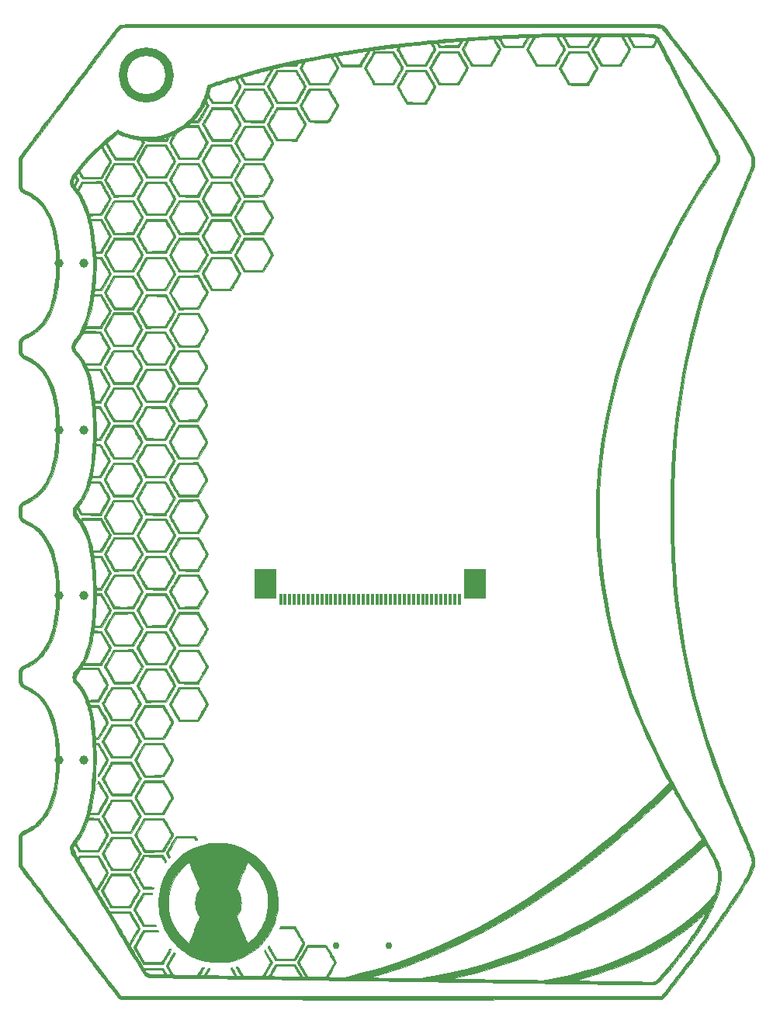
<source format=gbr>
%TF.GenerationSoftware,KiCad,Pcbnew,(5.1.6-0-10_14)*%
%TF.CreationDate,2021-01-05T22:04:13+01:00*%
%TF.ProjectId,ecsc21-badge,65637363-3231-42d6-9261-6467652e6b69,rev?*%
%TF.SameCoordinates,PX5c07920PY8b3c880*%
%TF.FileFunction,Soldermask,Top*%
%TF.FilePolarity,Negative*%
%FSLAX46Y46*%
G04 Gerber Fmt 4.6, Leading zero omitted, Abs format (unit mm)*
G04 Created by KiCad (PCBNEW (5.1.6-0-10_14)) date 2021-01-05 22:04:13*
%MOMM*%
%LPD*%
G01*
G04 APERTURE LIST*
%ADD10C,0.100000*%
%ADD11C,0.900000*%
%ADD12C,0.010000*%
%ADD13C,1.000000*%
%ADD14C,0.750000*%
%ADD15R,0.400000X1.200000*%
%ADD16R,2.400000X3.200000*%
G04 APERTURE END LIST*
D10*
G36*
X44203300Y9373400D02*
G01*
X44711300Y8903500D01*
X43149200Y5322100D01*
X43809600Y4115600D01*
X43809600Y3023400D01*
X43301600Y2197900D01*
X44787500Y-1269200D01*
X42171300Y-2361400D01*
X39910700Y-1929600D01*
X38755000Y-1243800D01*
X38729600Y-1243800D01*
X38742968Y-1227758D01*
X38755000Y-1167600D01*
X38763699Y-1167600D01*
X39910700Y2236000D01*
X39758300Y3721900D01*
X39720200Y4814100D01*
X39910700Y5436400D01*
X38742300Y9144800D01*
X41320400Y9690900D01*
X44203300Y9373400D01*
G37*
X44203300Y9373400D02*
X44711300Y8903500D01*
X43149200Y5322100D01*
X43809600Y4115600D01*
X43809600Y3023400D01*
X43301600Y2197900D01*
X44787500Y-1269200D01*
X42171300Y-2361400D01*
X39910700Y-1929600D01*
X38755000Y-1243800D01*
X38729600Y-1243800D01*
X38742968Y-1227758D01*
X38755000Y-1167600D01*
X38763699Y-1167600D01*
X39910700Y2236000D01*
X39758300Y3721900D01*
X39720200Y4814100D01*
X39910700Y5436400D01*
X38742300Y9144800D01*
X41320400Y9690900D01*
X44203300Y9373400D01*
D11*
X36398541Y94115420D02*
G75*
G03*
X36398541Y94115420I-2550000J0D01*
G01*
D10*
G36*
X44203300Y9373400D02*
G01*
X44711300Y8903500D01*
X43149200Y5322100D01*
X43809600Y4115600D01*
X43809600Y3023400D01*
X43301600Y2197900D01*
X44787500Y-1269200D01*
X42171300Y-2361400D01*
X39910700Y-1929600D01*
X38755000Y-1243800D01*
X38729600Y-1243800D01*
X38742968Y-1227758D01*
X38755000Y-1167600D01*
X38763699Y-1167600D01*
X39910700Y2236000D01*
X39758300Y3721900D01*
X39720200Y4814100D01*
X39910700Y5436400D01*
X38742300Y9144800D01*
X41320400Y9690900D01*
X44203300Y9373400D01*
G37*
X44203300Y9373400D02*
X44711300Y8903500D01*
X43149200Y5322100D01*
X43809600Y4115600D01*
X43809600Y3023400D01*
X43301600Y2197900D01*
X44787500Y-1269200D01*
X42171300Y-2361400D01*
X39910700Y-1929600D01*
X38755000Y-1243800D01*
X38729600Y-1243800D01*
X38742968Y-1227758D01*
X38755000Y-1167600D01*
X38763699Y-1167600D01*
X39910700Y2236000D01*
X39758300Y3721900D01*
X39720200Y4814100D01*
X39910700Y5436400D01*
X38742300Y9144800D01*
X41320400Y9690900D01*
X44203300Y9373400D01*
D12*
%TO.C,G\u002A\u002A\u002A*%
G36*
X62092147Y99653195D02*
G01*
X63600976Y99653154D01*
X65067783Y99653082D01*
X66492558Y99652979D01*
X67875295Y99652845D01*
X69215982Y99652680D01*
X70514613Y99652485D01*
X71771177Y99652258D01*
X72985666Y99652001D01*
X74158071Y99651712D01*
X75288383Y99651393D01*
X76376594Y99651043D01*
X77422694Y99650661D01*
X78426675Y99650249D01*
X79388527Y99649806D01*
X80308243Y99649333D01*
X81185812Y99648828D01*
X82021227Y99648292D01*
X82814478Y99647726D01*
X83565556Y99647129D01*
X84274454Y99646501D01*
X84941161Y99645842D01*
X85565668Y99645152D01*
X86147968Y99644431D01*
X86688051Y99643680D01*
X87185909Y99642897D01*
X87641532Y99642084D01*
X88054911Y99641241D01*
X88426039Y99640366D01*
X88754905Y99639460D01*
X89041501Y99638524D01*
X89285819Y99637557D01*
X89487849Y99636559D01*
X89647582Y99635531D01*
X89765010Y99634471D01*
X89840124Y99633381D01*
X89872914Y99632261D01*
X89874204Y99632085D01*
X90037660Y99581038D01*
X90194613Y99505361D01*
X90333524Y99411755D01*
X90442850Y99306922D01*
X90450743Y99297291D01*
X90587965Y99124828D01*
X90747955Y98921706D01*
X90928192Y98691217D01*
X91126154Y98436653D01*
X91339322Y98161305D01*
X91565174Y97868466D01*
X91801190Y97561427D01*
X92044849Y97243479D01*
X92293630Y96917914D01*
X92545012Y96588024D01*
X92796474Y96257100D01*
X93045496Y95928435D01*
X93289557Y95605319D01*
X93526137Y95291045D01*
X93752713Y94988904D01*
X93857789Y94848333D01*
X94420631Y94091024D01*
X94958633Y93360058D01*
X95471595Y92655740D01*
X95959317Y91978372D01*
X96421600Y91328257D01*
X96858243Y90705699D01*
X97269048Y90111000D01*
X97653814Y89544464D01*
X98012342Y89006394D01*
X98344431Y88497092D01*
X98649883Y88016863D01*
X98928498Y87566010D01*
X99180076Y87144834D01*
X99404417Y86753640D01*
X99601322Y86392731D01*
X99770591Y86062410D01*
X99912024Y85762980D01*
X100025422Y85494744D01*
X100034495Y85471500D01*
X100099825Y85297719D01*
X100148847Y85153474D01*
X100183573Y85030136D01*
X100206013Y84919076D01*
X100218180Y84811665D01*
X100222084Y84699276D01*
X100221984Y84667166D01*
X100218883Y84578248D01*
X100210712Y84485746D01*
X100196654Y84387416D01*
X100175894Y84281013D01*
X100147615Y84164291D01*
X100111000Y84035007D01*
X100065232Y83890915D01*
X100009497Y83729770D01*
X99942976Y83549327D01*
X99864853Y83347342D01*
X99774313Y83121570D01*
X99670539Y82869765D01*
X99552713Y82589684D01*
X99420021Y82279080D01*
X99271644Y81935710D01*
X99106768Y81557327D01*
X99013369Y81344000D01*
X98772343Y80793313D01*
X98547691Y80278028D01*
X98338136Y79795069D01*
X98142398Y79341361D01*
X97959199Y78913828D01*
X97787260Y78509395D01*
X97625304Y78124987D01*
X97472052Y77757528D01*
X97326225Y77403942D01*
X97186544Y77061155D01*
X97051733Y76726091D01*
X96920511Y76395673D01*
X96791600Y76066828D01*
X96663723Y75736479D01*
X96535601Y75401551D01*
X96457309Y75195083D01*
X95831275Y73481167D01*
X95245974Y71759513D01*
X94701537Y70030735D01*
X94198098Y68295446D01*
X93735787Y66554261D01*
X93314739Y64807792D01*
X92935085Y63056653D01*
X92596958Y61301459D01*
X92300490Y59542822D01*
X92045814Y57781356D01*
X91833062Y56017676D01*
X91662367Y54252394D01*
X91533861Y52486124D01*
X91525458Y52345666D01*
X91520331Y52258759D01*
X91513466Y52142655D01*
X91505637Y52010419D01*
X91497616Y51875114D01*
X91494766Y51827083D01*
X91483768Y51632838D01*
X91473122Y51425801D01*
X91462676Y51202146D01*
X91452280Y50958048D01*
X91441782Y50689682D01*
X91431030Y50393221D01*
X91419874Y50064842D01*
X91408162Y49700719D01*
X91399294Y49414083D01*
X91397041Y49315255D01*
X91395054Y49177527D01*
X91393326Y49004331D01*
X91391852Y48799098D01*
X91390626Y48565260D01*
X91389644Y48306250D01*
X91388900Y48025499D01*
X91388389Y47726440D01*
X91388105Y47412505D01*
X91388043Y47087125D01*
X91388199Y46753732D01*
X91388565Y46415759D01*
X91389138Y46076638D01*
X91389912Y45739800D01*
X91390881Y45408677D01*
X91392041Y45086702D01*
X91393385Y44777307D01*
X91394910Y44483923D01*
X91396608Y44209982D01*
X91398476Y43958917D01*
X91400507Y43734160D01*
X91402696Y43539142D01*
X91405039Y43377295D01*
X91407530Y43252052D01*
X91408908Y43201666D01*
X91420834Y42836761D01*
X91433255Y42485622D01*
X91445972Y42153099D01*
X91458785Y41844042D01*
X91471493Y41563301D01*
X91483897Y41315725D01*
X91494510Y41127333D01*
X91502600Y40992819D01*
X91510759Y40856976D01*
X91518228Y40732456D01*
X91524248Y40631908D01*
X91526262Y40598166D01*
X91653669Y38817274D01*
X91823314Y37038543D01*
X92035144Y35262330D01*
X92289103Y33488995D01*
X92585134Y31718898D01*
X92923184Y29952397D01*
X93303196Y28189851D01*
X93696985Y26543500D01*
X94005995Y25349369D01*
X94331945Y24166163D01*
X94676246Y22989779D01*
X95040305Y21816114D01*
X95425532Y20641063D01*
X95833337Y19460524D01*
X96265127Y18270393D01*
X96722312Y17066567D01*
X97206302Y15844942D01*
X97718504Y14601416D01*
X98130670Y13631833D01*
X98226325Y13409709D01*
X98307432Y13221420D01*
X98376184Y13061920D01*
X98434775Y12926162D01*
X98485396Y12809099D01*
X98530241Y12705682D01*
X98571502Y12610866D01*
X98611372Y12519603D01*
X98652043Y12426847D01*
X98695709Y12327549D01*
X98744561Y12216663D01*
X98800793Y12089141D01*
X98806552Y12076083D01*
X98988638Y11662373D01*
X99153918Y11284897D01*
X99303273Y10941431D01*
X99437586Y10629748D01*
X99557738Y10347621D01*
X99664611Y10092825D01*
X99759085Y9863134D01*
X99842044Y9656322D01*
X99914368Y9470162D01*
X99976939Y9302429D01*
X100030639Y9150897D01*
X100076348Y9013338D01*
X100114950Y8887528D01*
X100147326Y8771240D01*
X100174357Y8662249D01*
X100193929Y8573000D01*
X100219645Y8410692D01*
X100227128Y8252965D01*
X100215273Y8092287D01*
X100182976Y7921127D01*
X100129135Y7731952D01*
X100052644Y7517233D01*
X100031065Y7461750D01*
X99918717Y7196558D01*
X99778517Y6900133D01*
X99610736Y6572885D01*
X99415641Y6215224D01*
X99193501Y5827562D01*
X98944586Y5410309D01*
X98669164Y4963875D01*
X98367505Y4488671D01*
X98039877Y3985108D01*
X97686549Y3453597D01*
X97307791Y2894547D01*
X96903870Y2308370D01*
X96475057Y1695477D01*
X96021620Y1056278D01*
X95543827Y391183D01*
X95041949Y-299397D01*
X94516253Y-1015050D01*
X94194632Y-1449417D01*
X93978435Y-1739932D01*
X93755763Y-2037930D01*
X93528178Y-2341382D01*
X93297239Y-2648261D01*
X93064507Y-2956540D01*
X92831541Y-3264190D01*
X92599902Y-3569184D01*
X92371149Y-3869494D01*
X92146843Y-4163092D01*
X91928544Y-4447951D01*
X91717811Y-4722044D01*
X91516205Y-4983342D01*
X91325285Y-5229817D01*
X91146613Y-5459443D01*
X90981747Y-5670191D01*
X90832248Y-5860034D01*
X90699676Y-6026944D01*
X90585591Y-6168893D01*
X90491553Y-6283854D01*
X90419122Y-6369798D01*
X90369858Y-6424700D01*
X90356812Y-6437678D01*
X90196622Y-6558894D01*
X90015619Y-6643500D01*
X89887941Y-6678848D01*
X89860092Y-6680281D01*
X89790847Y-6681681D01*
X89681138Y-6683048D01*
X89531899Y-6684383D01*
X89344063Y-6685684D01*
X89118562Y-6686952D01*
X88856331Y-6688187D01*
X88558302Y-6689389D01*
X88225408Y-6690558D01*
X87858583Y-6691695D01*
X87458759Y-6692799D01*
X87026870Y-6693869D01*
X86563848Y-6694907D01*
X86070628Y-6695913D01*
X85548142Y-6696885D01*
X84997322Y-6697825D01*
X84419103Y-6698732D01*
X83814418Y-6699607D01*
X83184199Y-6700449D01*
X82529380Y-6701258D01*
X81850893Y-6702034D01*
X81149672Y-6702778D01*
X80426651Y-6703490D01*
X79682762Y-6704169D01*
X78918937Y-6704816D01*
X78136112Y-6705430D01*
X77335217Y-6706011D01*
X76517188Y-6706560D01*
X75682956Y-6707077D01*
X74833455Y-6707562D01*
X73969618Y-6708014D01*
X73092379Y-6708433D01*
X72202669Y-6708821D01*
X71301423Y-6709176D01*
X70389574Y-6709499D01*
X69468054Y-6709790D01*
X68537797Y-6710048D01*
X67599735Y-6710275D01*
X66654803Y-6710469D01*
X65703933Y-6710631D01*
X64748058Y-6710761D01*
X63788112Y-6710859D01*
X62825027Y-6710925D01*
X61859737Y-6710959D01*
X60893174Y-6710961D01*
X59926272Y-6710931D01*
X58959965Y-6710869D01*
X57995184Y-6710775D01*
X57032864Y-6710649D01*
X56073937Y-6710491D01*
X55119336Y-6710302D01*
X54169996Y-6710081D01*
X53226847Y-6709827D01*
X52290825Y-6709543D01*
X51362862Y-6709226D01*
X50443891Y-6708877D01*
X49534845Y-6708497D01*
X48636657Y-6708086D01*
X47750261Y-6707642D01*
X46876590Y-6707167D01*
X46016576Y-6706661D01*
X45171153Y-6706122D01*
X44341254Y-6705553D01*
X43527813Y-6704951D01*
X42731761Y-6704319D01*
X41954033Y-6703654D01*
X41195561Y-6702959D01*
X40457279Y-6702232D01*
X39740119Y-6701473D01*
X39045016Y-6700683D01*
X38372901Y-6699862D01*
X37724708Y-6699010D01*
X37101371Y-6698126D01*
X36503822Y-6697211D01*
X35932994Y-6696264D01*
X35389821Y-6695287D01*
X34875236Y-6694278D01*
X34390172Y-6693238D01*
X33935561Y-6692167D01*
X33512338Y-6691065D01*
X33121434Y-6689931D01*
X32763785Y-6688767D01*
X32440321Y-6687572D01*
X32151977Y-6686345D01*
X31899686Y-6685088D01*
X31684381Y-6683799D01*
X31506994Y-6682480D01*
X31368460Y-6681129D01*
X31269710Y-6679748D01*
X31211680Y-6678336D01*
X31195560Y-6677285D01*
X31052700Y-6632554D01*
X30906526Y-6563320D01*
X30775421Y-6478981D01*
X30723038Y-6435707D01*
X30696367Y-6406183D01*
X30646614Y-6345778D01*
X30576097Y-6257481D01*
X30487136Y-6144278D01*
X30382047Y-6009158D01*
X30263149Y-5855106D01*
X30132759Y-5685111D01*
X29993197Y-5502159D01*
X29846780Y-5309238D01*
X29766751Y-5203386D01*
X29564832Y-4935954D01*
X29382351Y-4694270D01*
X29216619Y-4474780D01*
X29064952Y-4273928D01*
X28924662Y-4088160D01*
X28793063Y-3913919D01*
X28667469Y-3747651D01*
X28545192Y-3585802D01*
X28423547Y-3424814D01*
X28299847Y-3261135D01*
X28171406Y-3091208D01*
X28035537Y-2911479D01*
X27889554Y-2718391D01*
X27730770Y-2508392D01*
X27556498Y-2277924D01*
X27364053Y-2023433D01*
X27150748Y-1741365D01*
X26977834Y-1512710D01*
X26799418Y-1276780D01*
X26602505Y-1016384D01*
X26389169Y-734266D01*
X26161486Y-433174D01*
X25921534Y-115853D01*
X25671388Y214953D01*
X25413123Y556496D01*
X25148818Y906031D01*
X24880547Y1260813D01*
X24610386Y1618095D01*
X24340413Y1975133D01*
X24072702Y2329180D01*
X23809331Y2677490D01*
X23552375Y3017319D01*
X23303911Y3345919D01*
X23066014Y3660546D01*
X22840762Y3958454D01*
X22630229Y4236897D01*
X22436492Y4493129D01*
X22261628Y4724405D01*
X22107712Y4927979D01*
X21976821Y5101105D01*
X21952624Y5133111D01*
X21861281Y5253922D01*
X21748559Y5402995D01*
X21618618Y5574828D01*
X21475617Y5763922D01*
X21323717Y5964776D01*
X21167077Y6171889D01*
X21009857Y6379760D01*
X20856218Y6582890D01*
X20806654Y6648417D01*
X20669478Y6830231D01*
X20539023Y7004021D01*
X20417712Y7166500D01*
X20307969Y7314380D01*
X20212218Y7444373D01*
X20132881Y7553191D01*
X20072384Y7637547D01*
X20033150Y7694153D01*
X20018657Y7717334D01*
X19997838Y7758494D01*
X19979814Y7796641D01*
X19964383Y7835013D01*
X19951343Y7876847D01*
X19940494Y7925380D01*
X19931633Y7983849D01*
X19924560Y8055492D01*
X19919073Y8143545D01*
X19914972Y8251246D01*
X19912053Y8381833D01*
X19910117Y8538541D01*
X19908962Y8724610D01*
X19908386Y8943275D01*
X19908188Y9197775D01*
X19908167Y9491346D01*
X19908167Y9493750D01*
X19908262Y9783298D01*
X19908593Y10033620D01*
X19909225Y10247825D01*
X19910225Y10429021D01*
X19911659Y10580315D01*
X19913595Y10704815D01*
X19916098Y10805630D01*
X19919235Y10885866D01*
X19923073Y10948631D01*
X19927678Y10997034D01*
X19933116Y11034183D01*
X19939454Y11063184D01*
X19941936Y11072116D01*
X20018778Y11268579D01*
X20126597Y11437749D01*
X20266989Y11581378D01*
X20441552Y11701215D01*
X20577028Y11768462D01*
X20871764Y11903971D01*
X21132889Y12040030D01*
X21368840Y12182094D01*
X21588054Y12335615D01*
X21798969Y12506044D01*
X21996279Y12685657D01*
X22289117Y12994234D01*
X22559476Y13338432D01*
X22807215Y13717908D01*
X23032190Y14132323D01*
X23234259Y14581332D01*
X23413278Y15064597D01*
X23569104Y15581773D01*
X23701594Y16132521D01*
X23810606Y16716498D01*
X23877018Y17177250D01*
X23934569Y17710213D01*
X23976285Y18273008D01*
X24002022Y18856144D01*
X24011637Y19450135D01*
X24004984Y20045493D01*
X23981919Y20632729D01*
X23942297Y21202356D01*
X23938907Y21241250D01*
X23869498Y21873633D01*
X23775945Y22474465D01*
X23658448Y23043368D01*
X23517205Y23579968D01*
X23352413Y24083887D01*
X23164272Y24554749D01*
X22952980Y24992179D01*
X22718735Y25395801D01*
X22461735Y25765237D01*
X22182179Y26100112D01*
X21880266Y26400050D01*
X21556193Y26664674D01*
X21210159Y26893609D01*
X20860667Y27077978D01*
X20698596Y27153916D01*
X20569934Y27214973D01*
X20469666Y27264034D01*
X20392777Y27303986D01*
X20334253Y27337714D01*
X20289077Y27368105D01*
X20252234Y27398043D01*
X20218711Y27430416D01*
X20184363Y27467153D01*
X20064590Y27621506D01*
X19980399Y27786796D01*
X19939740Y27912841D01*
X19927113Y27986105D01*
X19917417Y28092040D01*
X19910635Y28222261D01*
X19906749Y28368380D01*
X19905741Y28522010D01*
X19907594Y28674764D01*
X19912290Y28818256D01*
X19919810Y28944099D01*
X19930137Y29043904D01*
X19942277Y29106116D01*
X20021168Y29304966D01*
X20131328Y29477862D01*
X20270643Y29621790D01*
X20342681Y29676578D01*
X20394903Y29707463D01*
X20475764Y29749314D01*
X20574778Y29796940D01*
X20681456Y29845149D01*
X20695934Y29851445D01*
X21081982Y30040888D01*
X21444019Y30264771D01*
X21782075Y30523150D01*
X22096181Y30816079D01*
X22386370Y31143613D01*
X22652671Y31505806D01*
X22895117Y31902713D01*
X23113737Y32334388D01*
X23308565Y32800887D01*
X23479630Y33302263D01*
X23626965Y33838571D01*
X23750600Y34409866D01*
X23850566Y35016203D01*
X23906888Y35465250D01*
X23930750Y35690727D01*
X23950526Y35899735D01*
X23966558Y36099584D01*
X23979186Y36297583D01*
X23988753Y36501042D01*
X23995598Y36717270D01*
X24000064Y36953576D01*
X24002491Y37217270D01*
X24003221Y37515661D01*
X24003220Y37529000D01*
X24000447Y37966856D01*
X23991917Y38369474D01*
X23977047Y38743633D01*
X23955254Y39096110D01*
X23925956Y39433683D01*
X23888572Y39763131D01*
X23842519Y40091231D01*
X23787215Y40424762D01*
X23726857Y40746333D01*
X23599255Y41312566D01*
X23446262Y41845082D01*
X23267784Y42344105D01*
X23063731Y42809859D01*
X22834010Y43242570D01*
X22578528Y43642462D01*
X22486453Y43770085D01*
X22420533Y43852993D01*
X22332365Y43955685D01*
X22230378Y44068775D01*
X22123005Y44182877D01*
X22036836Y44270628D01*
X21778051Y44512168D01*
X21518979Y44719717D01*
X21249197Y44900385D01*
X20958282Y45061282D01*
X20702496Y45180908D01*
X20594557Y45229644D01*
X20492461Y45278708D01*
X20406722Y45322854D01*
X20347851Y45356837D01*
X20341549Y45361034D01*
X20201404Y45481308D01*
X20081737Y45631695D01*
X19989410Y45802227D01*
X19940613Y45943490D01*
X19927779Y46017873D01*
X19917988Y46124673D01*
X19911268Y46254620D01*
X19907644Y46398441D01*
X19907143Y46546868D01*
X19909792Y46690628D01*
X19915617Y46820452D01*
X19924644Y46927068D01*
X19936900Y47001206D01*
X19937591Y47003869D01*
X20010099Y47197256D01*
X20118250Y47368297D01*
X20261120Y47515971D01*
X20437782Y47639257D01*
X20577028Y47708766D01*
X20794495Y47808394D01*
X21011113Y47917883D01*
X21213837Y48030311D01*
X21389622Y48138754D01*
X21399287Y48145155D01*
X21735507Y48394239D01*
X22049376Y48678981D01*
X22340630Y48998924D01*
X22609010Y49353613D01*
X22854253Y49742592D01*
X23076098Y50165405D01*
X23274283Y50621597D01*
X23448547Y51110713D01*
X23598628Y51632296D01*
X23724265Y52185892D01*
X23727083Y52200103D01*
X23796796Y52577431D01*
X23855329Y52950016D01*
X23903410Y53325376D01*
X23941768Y53711031D01*
X23971129Y54114500D01*
X23992222Y54543301D01*
X24005775Y55004953D01*
X24007564Y55097333D01*
X24008700Y55823077D01*
X23985690Y56518929D01*
X23938658Y57184375D01*
X23867731Y57818897D01*
X23773033Y58421982D01*
X23654689Y58993112D01*
X23512825Y59531772D01*
X23347564Y60037446D01*
X23159033Y60509619D01*
X22947356Y60947774D01*
X22712658Y61351397D01*
X22455065Y61719971D01*
X22378103Y61817750D01*
X22270991Y61941934D01*
X22140137Y62080601D01*
X21995385Y62224282D01*
X21846578Y62363506D01*
X21703558Y62488804D01*
X21576168Y62590704D01*
X21569750Y62595486D01*
X21314777Y62768295D01*
X21024059Y62935723D01*
X20704148Y63094040D01*
X20650901Y63118183D01*
X20491669Y63193653D01*
X20365611Y63263992D01*
X20264958Y63334822D01*
X20181940Y63411768D01*
X20108788Y63500452D01*
X20093737Y63521398D01*
X20042993Y63596116D01*
X20003165Y63663617D01*
X19972834Y63730570D01*
X19950583Y63803645D01*
X19934991Y63889510D01*
X19924641Y63994836D01*
X19918112Y64126290D01*
X19913987Y64290543D01*
X19912600Y64372808D01*
X19910473Y64560738D01*
X19911100Y64712930D01*
X19915325Y64835933D01*
X19923996Y64936299D01*
X19937959Y65020580D01*
X19958059Y65095326D01*
X19985142Y65167089D01*
X20020055Y65242420D01*
X20026609Y65255612D01*
X20133132Y65421782D01*
X20273794Y65563599D01*
X20447334Y65679927D01*
X20555508Y65732276D01*
X20856177Y65868549D01*
X21123092Y66006580D01*
X21364675Y66151801D01*
X21589347Y66309643D01*
X21805528Y66485536D01*
X21999750Y66663723D01*
X22281358Y66959749D01*
X22540819Y67284401D01*
X22778443Y67638539D01*
X22994541Y68023025D01*
X23189422Y68438722D01*
X23363397Y68886492D01*
X23516775Y69367195D01*
X23649867Y69881695D01*
X23762983Y70430853D01*
X23856432Y71015531D01*
X23930525Y71636591D01*
X23975883Y72157666D01*
X23983811Y72294082D01*
X23990388Y72465956D01*
X23995614Y72666637D01*
X23999488Y72889474D01*
X24002010Y73127816D01*
X24003178Y73375010D01*
X24002992Y73624407D01*
X24001452Y73869355D01*
X23998558Y74103202D01*
X23994307Y74319297D01*
X23988700Y74510989D01*
X23981737Y74671627D01*
X23976119Y74761166D01*
X23922926Y75361522D01*
X23855274Y75924411D01*
X23772491Y76452389D01*
X23673906Y76948017D01*
X23558844Y77413853D01*
X23426633Y77852454D01*
X23276600Y78266379D01*
X23108073Y78658186D01*
X22920379Y79030435D01*
X22795753Y79249725D01*
X22634684Y79503509D01*
X22461812Y79739568D01*
X22268198Y79969236D01*
X22044900Y80203848D01*
X22036893Y80211835D01*
X21724180Y80498182D01*
X21402365Y80743473D01*
X21071654Y80947563D01*
X20776570Y81091621D01*
X20633207Y81154022D01*
X20522155Y81204654D01*
X20436447Y81247539D01*
X20369114Y81286697D01*
X20313191Y81326152D01*
X20261710Y81369925D01*
X20212528Y81417221D01*
X20092516Y81555894D01*
X20004687Y81704836D01*
X19942277Y81871717D01*
X19935542Y81898369D01*
X19929741Y81931703D01*
X19924809Y81974836D01*
X19920676Y82030887D01*
X19917278Y82102975D01*
X19914547Y82194217D01*
X19912415Y82307733D01*
X19910816Y82446640D01*
X19909684Y82614057D01*
X19908950Y82813103D01*
X19908548Y83046895D01*
X19908412Y83318553D01*
X19908418Y83448633D01*
X19908633Y83748576D01*
X19909199Y84008921D01*
X19910167Y84232402D01*
X19911586Y84421753D01*
X19913507Y84579709D01*
X19915978Y84709005D01*
X19919050Y84812373D01*
X19922773Y84892549D01*
X19924424Y84914851D01*
X20236250Y84914851D01*
X20236250Y81989583D01*
X20295673Y81862583D01*
X20364427Y81743694D01*
X20453173Y81643906D01*
X20568580Y81557552D01*
X20717315Y81478965D01*
X20778531Y81452225D01*
X21182311Y81261527D01*
X21559512Y81038396D01*
X21897834Y80793078D01*
X22009551Y80698165D01*
X22138148Y80579336D01*
X22275048Y80445357D01*
X22411674Y80304995D01*
X22539452Y80167015D01*
X22649805Y80040183D01*
X22718843Y79953872D01*
X22992729Y79558421D01*
X23241358Y79129174D01*
X23464648Y78666372D01*
X23662513Y78170256D01*
X23834871Y77641064D01*
X23981638Y77079038D01*
X24102729Y76484419D01*
X24198062Y75857446D01*
X24225485Y75629000D01*
X24245832Y75444228D01*
X24263106Y75278230D01*
X24277554Y75125397D01*
X24289420Y74980121D01*
X24298950Y74836794D01*
X24306389Y74689807D01*
X24311983Y74533552D01*
X24315977Y74362421D01*
X24318617Y74170806D01*
X24320148Y73953098D01*
X24320815Y73703690D01*
X24320881Y73448833D01*
X24320330Y73144248D01*
X24318786Y72876317D01*
X24315964Y72639365D01*
X24311583Y72427720D01*
X24305357Y72235708D01*
X24297005Y72057655D01*
X24286242Y71887887D01*
X24272786Y71720730D01*
X24256353Y71550512D01*
X24236659Y71371558D01*
X24213421Y71178194D01*
X24203549Y71099333D01*
X24109901Y70473145D01*
X23991340Y69880277D01*
X23847936Y69320861D01*
X23679757Y68795028D01*
X23486869Y68302909D01*
X23269343Y67844633D01*
X23027246Y67420333D01*
X22760646Y67030139D01*
X22469612Y66674181D01*
X22154211Y66352591D01*
X21814511Y66065500D01*
X21450582Y65813037D01*
X21446541Y65810513D01*
X21364249Y65762510D01*
X21253981Y65702830D01*
X21126504Y65636857D01*
X20992585Y65569976D01*
X20862993Y65507570D01*
X20748493Y65455023D01*
X20665050Y65419745D01*
X20531937Y65345631D01*
X20414783Y65236691D01*
X20320269Y65099402D01*
X20305820Y65071456D01*
X20236250Y64930140D01*
X20236250Y64442862D01*
X20236455Y64285747D01*
X20237412Y64164691D01*
X20239632Y64073421D01*
X20243627Y64005664D01*
X20249907Y63955146D01*
X20258985Y63915593D01*
X20271372Y63880732D01*
X20284510Y63850915D01*
X20347273Y63733799D01*
X20420483Y63638844D01*
X20511973Y63559282D01*
X20629574Y63488346D01*
X20781116Y63419269D01*
X20786584Y63417026D01*
X21177074Y63234567D01*
X21547326Y63015389D01*
X21896673Y62760308D01*
X22224446Y62470143D01*
X22529979Y62145713D01*
X22812601Y61787834D01*
X23071647Y61397326D01*
X23306447Y60975007D01*
X23516335Y60521694D01*
X23700641Y60038206D01*
X23801755Y59723701D01*
X23902971Y59364061D01*
X23992368Y58997690D01*
X24071015Y58618523D01*
X24139982Y58220496D01*
X24200340Y57797543D01*
X24253157Y57343602D01*
X24291112Y56949416D01*
X24297025Y56859683D01*
X24302450Y56733121D01*
X24307346Y56575233D01*
X24311677Y56391520D01*
X24315402Y56187485D01*
X24318484Y55968631D01*
X24320884Y55740460D01*
X24322563Y55508473D01*
X24323482Y55278174D01*
X24323602Y55055064D01*
X24322886Y54844646D01*
X24321293Y54652422D01*
X24318787Y54483894D01*
X24315327Y54344564D01*
X24310875Y54239935D01*
X24310242Y54229500D01*
X24264370Y53637953D01*
X24203658Y53082050D01*
X24127349Y52557511D01*
X24034687Y52060057D01*
X23924915Y51585410D01*
X23797278Y51129291D01*
X23718874Y50883832D01*
X23540848Y50400031D01*
X23341085Y49951202D01*
X23118416Y49535316D01*
X22871671Y49150344D01*
X22599681Y48794258D01*
X22360545Y48526115D01*
X22096773Y48269012D01*
X21821605Y48040043D01*
X21527757Y47834176D01*
X21207943Y47646380D01*
X20854878Y47471623D01*
X20794009Y47444177D01*
X20644705Y47372964D01*
X20529423Y47305557D01*
X20441007Y47235929D01*
X20372303Y47158055D01*
X20316156Y47065905D01*
X20296090Y47024735D01*
X20275755Y46979647D01*
X20260643Y46940035D01*
X20249980Y46898735D01*
X20242989Y46848585D01*
X20238896Y46782422D01*
X20236925Y46693084D01*
X20236301Y46573408D01*
X20236250Y46471916D01*
X20236405Y46327713D01*
X20237383Y46218711D01*
X20239953Y46137778D01*
X20244887Y46077780D01*
X20252955Y46031587D01*
X20264925Y45992065D01*
X20281570Y45952082D01*
X20295673Y45921583D01*
X20358652Y45810418D01*
X20438195Y45716639D01*
X20541103Y45634573D01*
X20674182Y45558548D01*
X20799831Y45501258D01*
X21193666Y45312085D01*
X21567990Y45086083D01*
X21921331Y44824721D01*
X22252220Y44529465D01*
X22559185Y44201785D01*
X22840756Y43843147D01*
X23095463Y43455020D01*
X23321834Y43038872D01*
X23372631Y42933181D01*
X23541713Y42546847D01*
X23692926Y42146308D01*
X23827109Y41727992D01*
X23945098Y41288327D01*
X24047729Y40823742D01*
X24135840Y40330663D01*
X24210266Y39805520D01*
X24271844Y39244739D01*
X24293878Y39000083D01*
X24300784Y38892504D01*
X24306707Y38748159D01*
X24311649Y38572602D01*
X24315610Y38371388D01*
X24318592Y38150073D01*
X24320595Y37914212D01*
X24321621Y37669361D01*
X24321669Y37421073D01*
X24320741Y37174905D01*
X24318838Y36936411D01*
X24315960Y36711147D01*
X24312109Y36504668D01*
X24307286Y36322529D01*
X24301490Y36170285D01*
X24294724Y36053492D01*
X24293410Y36036750D01*
X24230489Y35399939D01*
X24149873Y34800226D01*
X24051072Y34236026D01*
X23933591Y33705754D01*
X23796939Y33207828D01*
X23640623Y32740662D01*
X23464151Y32302672D01*
X23267029Y31892275D01*
X23048765Y31507887D01*
X22808867Y31147922D01*
X22746850Y31063427D01*
X22645758Y30937210D01*
X22520407Y30794697D01*
X22378785Y30643888D01*
X22228878Y30492780D01*
X22078677Y30349373D01*
X21936167Y30221668D01*
X21809337Y30117662D01*
X21781272Y30096490D01*
X21561996Y29944577D01*
X21328546Y29800739D01*
X21095803Y29673737D01*
X20924167Y29591926D01*
X20784318Y29529670D01*
X20677387Y29480402D01*
X20597269Y29440702D01*
X20537858Y29407149D01*
X20493048Y29376322D01*
X20456734Y29344802D01*
X20426213Y29312951D01*
X20371683Y29242379D01*
X20317801Y29156602D01*
X20292028Y29107207D01*
X20274197Y29068102D01*
X20260639Y29032548D01*
X20250769Y28994183D01*
X20244002Y28946646D01*
X20239752Y28883576D01*
X20237434Y28798612D01*
X20236462Y28685393D01*
X20236252Y28537557D01*
X20236250Y28500971D01*
X20236250Y28013693D01*
X20305931Y27872152D01*
X20365301Y27769010D01*
X20435725Y27684819D01*
X20525407Y27612636D01*
X20642554Y27545521D01*
X20751834Y27495001D01*
X21166261Y27295279D01*
X21551121Y27066963D01*
X21907558Y26808940D01*
X22236711Y26520099D01*
X22539724Y26199328D01*
X22817736Y25845515D01*
X23071891Y25457549D01*
X23303329Y25034317D01*
X23326377Y24987750D01*
X23496401Y24617766D01*
X23648789Y24236128D01*
X23784448Y23839098D01*
X23904281Y23422942D01*
X24009194Y22983924D01*
X24100092Y22518308D01*
X24177880Y22022358D01*
X24243465Y21492340D01*
X24290624Y21008416D01*
X24298509Y20892712D01*
X24305570Y20740760D01*
X24311758Y20558642D01*
X24317023Y20352436D01*
X24321314Y20128222D01*
X24324584Y19892079D01*
X24326781Y19650088D01*
X24327856Y19408327D01*
X24327759Y19172877D01*
X24326441Y18949817D01*
X24323851Y18745226D01*
X24319941Y18565185D01*
X24314660Y18415772D01*
X24312225Y18367248D01*
X24261320Y17678432D01*
X24187309Y17024932D01*
X24090124Y16406552D01*
X23969701Y15823094D01*
X23825973Y15274361D01*
X23658873Y14760155D01*
X23468335Y14280279D01*
X23254294Y13834536D01*
X23016681Y13422728D01*
X22755433Y13044658D01*
X22470481Y12700128D01*
X22374084Y12596726D01*
X22095123Y12325800D01*
X21807777Y12087330D01*
X21504210Y11875951D01*
X21176589Y11686296D01*
X20817080Y11512998D01*
X20748576Y11483213D01*
X20585495Y11401145D01*
X20458589Y11308389D01*
X20362072Y11199867D01*
X20297829Y11087610D01*
X20236250Y10954250D01*
X20236250Y8031688D01*
X20300186Y7905469D01*
X20319044Y7876503D01*
X20362270Y7815436D01*
X20428649Y7723896D01*
X20516962Y7603509D01*
X20625994Y7455901D01*
X20754528Y7282699D01*
X20901347Y7085528D01*
X21065233Y6866017D01*
X21244972Y6625791D01*
X21439344Y6366477D01*
X21647135Y6089701D01*
X21867127Y5797090D01*
X22098103Y5490271D01*
X22338846Y5170869D01*
X22588141Y4840512D01*
X22844770Y4500825D01*
X23062696Y4212666D01*
X23328586Y3861246D01*
X23590552Y3515005D01*
X23847211Y3175770D01*
X24097183Y2845365D01*
X24339085Y2525617D01*
X24571538Y2218353D01*
X24793159Y1925397D01*
X25002568Y1648575D01*
X25198383Y1389715D01*
X25379223Y1150640D01*
X25543707Y933178D01*
X25690454Y739154D01*
X25818083Y570395D01*
X25925211Y428725D01*
X26010459Y315971D01*
X26072445Y233959D01*
X26099677Y197910D01*
X26161737Y115753D01*
X26246959Y2985D01*
X26352966Y-137249D01*
X26477375Y-301802D01*
X26617809Y-487526D01*
X26771886Y-691276D01*
X26937228Y-909903D01*
X27111454Y-1140261D01*
X27292185Y-1379203D01*
X27477042Y-1623582D01*
X27663643Y-1870252D01*
X27708084Y-1928995D01*
X28063303Y-2398559D01*
X28393619Y-2835246D01*
X28699690Y-3239929D01*
X28982171Y-3613475D01*
X29241722Y-3956757D01*
X29479000Y-4270643D01*
X29694661Y-4556003D01*
X29889364Y-4813708D01*
X30063766Y-5044627D01*
X30218525Y-5249630D01*
X30354298Y-5429588D01*
X30471742Y-5585370D01*
X30552117Y-5692076D01*
X30642509Y-5811231D01*
X30728434Y-5922811D01*
X30805383Y-6021090D01*
X30868844Y-6100342D01*
X30914308Y-6154839D01*
X30931271Y-6173474D01*
X31018310Y-6244070D01*
X31126558Y-6307579D01*
X31232334Y-6350873D01*
X31255394Y-6351489D01*
X31320025Y-6352102D01*
X31425460Y-6352711D01*
X31570937Y-6353317D01*
X31755690Y-6353917D01*
X31978957Y-6354513D01*
X32239973Y-6355104D01*
X32537973Y-6355689D01*
X32872195Y-6356267D01*
X33241873Y-6356839D01*
X33646243Y-6357403D01*
X34084543Y-6357960D01*
X34556007Y-6358509D01*
X35059871Y-6359049D01*
X35595372Y-6359579D01*
X36161745Y-6360100D01*
X36758226Y-6360612D01*
X37384052Y-6361112D01*
X38038458Y-6361602D01*
X38720680Y-6362080D01*
X39429954Y-6362546D01*
X40165516Y-6363000D01*
X40926602Y-6363441D01*
X41712447Y-6363868D01*
X42522289Y-6364282D01*
X43355362Y-6364681D01*
X44210903Y-6365066D01*
X45088147Y-6365436D01*
X45986331Y-6365789D01*
X46904690Y-6366127D01*
X47842461Y-6366448D01*
X48798879Y-6366752D01*
X49773180Y-6367039D01*
X50764601Y-6367307D01*
X51772376Y-6367557D01*
X52795743Y-6367788D01*
X53833936Y-6367999D01*
X54886193Y-6368191D01*
X55951748Y-6368362D01*
X57029839Y-6368513D01*
X58119699Y-6368642D01*
X59220567Y-6368749D01*
X60331677Y-6368834D01*
X60542081Y-6368848D01*
X61884040Y-6368931D01*
X63184326Y-6369010D01*
X64443598Y-6369086D01*
X65662517Y-6369156D01*
X66841742Y-6369219D01*
X67981934Y-6369275D01*
X69083752Y-6369324D01*
X70147856Y-6369363D01*
X71174907Y-6369392D01*
X72165565Y-6369410D01*
X73120488Y-6369416D01*
X74040338Y-6369410D01*
X74925774Y-6369390D01*
X75777456Y-6369356D01*
X76596044Y-6369306D01*
X77382198Y-6369240D01*
X78136579Y-6369156D01*
X78859845Y-6369054D01*
X79552657Y-6368934D01*
X80215676Y-6368793D01*
X80849560Y-6368631D01*
X81454970Y-6368447D01*
X82032565Y-6368241D01*
X82583007Y-6368011D01*
X83106954Y-6367756D01*
X83605067Y-6367476D01*
X84078006Y-6367169D01*
X84526430Y-6366835D01*
X84951000Y-6366473D01*
X85352375Y-6366082D01*
X85731216Y-6365660D01*
X86088183Y-6365208D01*
X86423934Y-6364723D01*
X86739131Y-6364206D01*
X87034434Y-6363655D01*
X87310502Y-6363070D01*
X87567995Y-6362449D01*
X87807573Y-6361791D01*
X88029896Y-6361096D01*
X88235625Y-6360363D01*
X88425419Y-6359590D01*
X88599937Y-6358777D01*
X88759841Y-6357924D01*
X88905790Y-6357028D01*
X89038444Y-6356089D01*
X89158462Y-6355107D01*
X89266506Y-6354080D01*
X89363234Y-6353007D01*
X89449307Y-6351888D01*
X89525385Y-6350721D01*
X89592128Y-6349506D01*
X89650195Y-6348242D01*
X89700247Y-6346928D01*
X89742944Y-6345562D01*
X89778945Y-6344144D01*
X89808910Y-6342674D01*
X89833500Y-6341149D01*
X89853375Y-6339570D01*
X89869194Y-6337935D01*
X89881617Y-6336244D01*
X89891305Y-6334495D01*
X89898917Y-6332688D01*
X89905113Y-6330821D01*
X89910554Y-6328894D01*
X89912511Y-6328164D01*
X89996649Y-6288472D01*
X90080655Y-6236215D01*
X90113802Y-6210600D01*
X90147319Y-6175983D01*
X90204742Y-6109492D01*
X90284547Y-6013096D01*
X90385207Y-5888763D01*
X90505199Y-5738463D01*
X90642998Y-5564165D01*
X90797079Y-5367838D01*
X90965916Y-5151450D01*
X91147985Y-4916971D01*
X91341761Y-4666371D01*
X91545720Y-4401617D01*
X91758336Y-4124678D01*
X91978084Y-3837525D01*
X92203440Y-3542126D01*
X92432879Y-3240450D01*
X92664876Y-2934466D01*
X92897906Y-2626143D01*
X93130443Y-2317451D01*
X93186281Y-2243167D01*
X93752033Y-1486940D01*
X94294346Y-755427D01*
X94813007Y-48959D01*
X95307801Y632130D01*
X95778516Y1287509D01*
X96224938Y1916844D01*
X96646853Y2519804D01*
X97044050Y3096055D01*
X97416313Y3645265D01*
X97763430Y4167102D01*
X98085187Y4661233D01*
X98381372Y5127325D01*
X98651770Y5565046D01*
X98896167Y5974063D01*
X99114352Y6354044D01*
X99306110Y6704656D01*
X99471228Y7025567D01*
X99609493Y7316444D01*
X99720691Y7576954D01*
X99804609Y7806766D01*
X99861033Y8005546D01*
X99889751Y8172961D01*
X99892487Y8208274D01*
X99895126Y8309908D01*
X99889964Y8407421D01*
X99875391Y8509195D01*
X99849796Y8623609D01*
X99811567Y8759046D01*
X99759093Y8923885D01*
X99749114Y8954011D01*
X99714532Y9056522D01*
X99678785Y9159200D01*
X99640788Y9264649D01*
X99599457Y9375471D01*
X99553708Y9494269D01*
X99502458Y9623648D01*
X99444622Y9766208D01*
X99379117Y9924555D01*
X99304858Y10101290D01*
X99220761Y10299017D01*
X99125742Y10520338D01*
X99018718Y10767857D01*
X98898604Y11044177D01*
X98764316Y11351901D01*
X98614771Y11693631D01*
X98484225Y11991416D01*
X98183503Y12679748D01*
X97900372Y13333786D01*
X97633442Y13957076D01*
X97381322Y14553162D01*
X97142621Y15125591D01*
X96915948Y15677906D01*
X96699911Y16213654D01*
X96493121Y16736380D01*
X96294185Y17249629D01*
X96101713Y17756945D01*
X95914314Y18261875D01*
X95730597Y18767963D01*
X95549171Y19278754D01*
X95368646Y19797794D01*
X95187629Y20328628D01*
X95037725Y20775583D01*
X94491030Y22479344D01*
X93986081Y24182784D01*
X93522374Y25888219D01*
X93099404Y27597965D01*
X92716666Y29314336D01*
X92373657Y31039650D01*
X92069871Y32776220D01*
X91804803Y34526363D01*
X91577949Y36292395D01*
X91494790Y37031583D01*
X91411760Y37850965D01*
X91335696Y38702997D01*
X91267237Y39578470D01*
X91207026Y40468178D01*
X91155704Y41362911D01*
X91113912Y42253462D01*
X91093067Y42799500D01*
X91088344Y42938356D01*
X91084090Y43070823D01*
X91080279Y43199722D01*
X91076890Y43327869D01*
X91073899Y43458085D01*
X91071283Y43593187D01*
X91069019Y43735994D01*
X91067085Y43889325D01*
X91065456Y44055998D01*
X91064111Y44238832D01*
X91063025Y44440646D01*
X91062177Y44664259D01*
X91061542Y44912488D01*
X91061099Y45188153D01*
X91060823Y45494072D01*
X91060692Y45833064D01*
X91060683Y46207948D01*
X91060773Y46621541D01*
X91060814Y46747083D01*
X91061142Y47215158D01*
X91061855Y47644738D01*
X91063047Y48039659D01*
X91064813Y48403759D01*
X91067248Y48740874D01*
X91070446Y49054842D01*
X91074500Y49349498D01*
X91079507Y49628681D01*
X91085560Y49896227D01*
X91092754Y50155973D01*
X91101184Y50411756D01*
X91110943Y50667413D01*
X91122126Y50926781D01*
X91134829Y51193697D01*
X91149144Y51471997D01*
X91165167Y51765519D01*
X91182993Y52078100D01*
X91198686Y52345666D01*
X91311624Y53954411D01*
X91460109Y55571868D01*
X91643329Y57192308D01*
X91860470Y58810004D01*
X92110720Y60419225D01*
X92393267Y62014244D01*
X92707297Y63589332D01*
X92952246Y64707000D01*
X92984704Y64849590D01*
X93018817Y64999507D01*
X93051472Y65143055D01*
X93079551Y65266538D01*
X93091892Y65320833D01*
X93174688Y65676003D01*
X93269235Y66065283D01*
X93373888Y66482623D01*
X93487003Y66921975D01*
X93606937Y67377289D01*
X93732046Y67842517D01*
X93860685Y68311610D01*
X93991212Y68778518D01*
X94121980Y69237193D01*
X94251348Y69681586D01*
X94377671Y70105648D01*
X94499304Y70503330D01*
X94507723Y70530419D01*
X94732094Y71242090D01*
X94958217Y71939986D01*
X95187527Y72627860D01*
X95421454Y73309466D01*
X95661431Y73988559D01*
X95908891Y74668893D01*
X96165266Y75354223D01*
X96431989Y76048301D01*
X96710491Y76754883D01*
X97002205Y77477723D01*
X97308564Y78220575D01*
X97631000Y78987193D01*
X97970945Y79781331D01*
X98329832Y80606744D01*
X98500256Y80994750D01*
X98677539Y81397934D01*
X98838178Y81764964D01*
X98983138Y82098185D01*
X99113382Y82399941D01*
X99229876Y82672575D01*
X99333584Y82918432D01*
X99425470Y83139855D01*
X99506498Y83339189D01*
X99577632Y83518778D01*
X99639837Y83680966D01*
X99694078Y83828097D01*
X99741318Y83962515D01*
X99782523Y84086564D01*
X99815132Y84190916D01*
X99847752Y84303923D01*
X99868571Y84394479D01*
X99880170Y84479915D01*
X99885128Y84577564D01*
X99886038Y84667166D01*
X99884837Y84782772D01*
X99879421Y84870799D01*
X99867697Y84945949D01*
X99847572Y85022923D01*
X99825772Y85090500D01*
X99731127Y85344601D01*
X99608028Y85629830D01*
X99456566Y85946049D01*
X99276829Y86293121D01*
X99068908Y86670910D01*
X98832892Y87079278D01*
X98568869Y87518089D01*
X98276930Y87987207D01*
X97957165Y88486494D01*
X97609662Y89015813D01*
X97234511Y89575028D01*
X96831801Y90164002D01*
X96401623Y90782598D01*
X95944065Y91430678D01*
X95459217Y92108108D01*
X94947169Y92814749D01*
X94408009Y93550464D01*
X93841828Y94315118D01*
X93451761Y94837750D01*
X93212809Y95156360D01*
X92972400Y95475795D01*
X92732029Y95794120D01*
X92493192Y96109398D01*
X92257385Y96419695D01*
X92026106Y96723075D01*
X91800849Y97017602D01*
X91583112Y97301341D01*
X91374391Y97572356D01*
X91176182Y97828712D01*
X90989981Y98068473D01*
X90817285Y98289704D01*
X90659590Y98490470D01*
X90518391Y98668834D01*
X90395187Y98822862D01*
X90291472Y98950617D01*
X90208743Y99050165D01*
X90148496Y99119569D01*
X90113869Y99155444D01*
X90041643Y99211274D01*
X89962547Y99258900D01*
X89913024Y99280802D01*
X89906118Y99282355D01*
X89894226Y99283860D01*
X89876699Y99285317D01*
X89852887Y99286729D01*
X89822140Y99288094D01*
X89783808Y99289414D01*
X89737243Y99290690D01*
X89681795Y99291922D01*
X89616813Y99293112D01*
X89541650Y99294259D01*
X89455655Y99295365D01*
X89358178Y99296430D01*
X89248570Y99297456D01*
X89126182Y99298442D01*
X88990365Y99299390D01*
X88840467Y99300300D01*
X88675841Y99301174D01*
X88495837Y99302011D01*
X88299804Y99302813D01*
X88087094Y99303580D01*
X87857057Y99304314D01*
X87609043Y99305014D01*
X87342403Y99305681D01*
X87056488Y99306317D01*
X86750647Y99306922D01*
X86424232Y99307497D01*
X86076593Y99308043D01*
X85707080Y99308559D01*
X85315044Y99309048D01*
X84899835Y99309509D01*
X84460804Y99309944D01*
X83997301Y99310353D01*
X83508677Y99310737D01*
X82994282Y99311097D01*
X82453467Y99311434D01*
X81885582Y99311747D01*
X81289978Y99312039D01*
X80666004Y99312309D01*
X80013013Y99312558D01*
X79330353Y99312788D01*
X78617376Y99312999D01*
X77873432Y99313191D01*
X77097872Y99313366D01*
X76290046Y99313524D01*
X75449304Y99313666D01*
X74574997Y99313793D01*
X73666476Y99313905D01*
X72723090Y99314003D01*
X71744191Y99314088D01*
X70729129Y99314160D01*
X69677254Y99314221D01*
X68587917Y99314271D01*
X67460468Y99314311D01*
X66294258Y99314341D01*
X65088638Y99314363D01*
X63842957Y99314377D01*
X62556567Y99314384D01*
X61228817Y99314384D01*
X60549688Y99314382D01*
X59020716Y99314361D01*
X57533968Y99314313D01*
X56089335Y99314236D01*
X54686709Y99314131D01*
X53325980Y99313998D01*
X52007039Y99313836D01*
X50729776Y99313645D01*
X49494084Y99313426D01*
X48299853Y99313178D01*
X47146974Y99312901D01*
X46035338Y99312596D01*
X44964835Y99312261D01*
X43935358Y99311897D01*
X42946796Y99311504D01*
X41999041Y99311082D01*
X41091983Y99310631D01*
X40225515Y99310150D01*
X39399525Y99309640D01*
X38613907Y99309100D01*
X37868549Y99308531D01*
X37163345Y99307932D01*
X36498183Y99307303D01*
X35872956Y99306644D01*
X35287555Y99305956D01*
X34741869Y99305237D01*
X34235791Y99304488D01*
X33769211Y99303709D01*
X33342021Y99302900D01*
X32954110Y99302060D01*
X32605370Y99301190D01*
X32295693Y99300289D01*
X32024968Y99299358D01*
X31793088Y99298396D01*
X31599942Y99297404D01*
X31445422Y99296380D01*
X31329419Y99295326D01*
X31251824Y99294241D01*
X31212527Y99293124D01*
X31207414Y99292645D01*
X31144570Y99267950D01*
X31069530Y99228606D01*
X31028136Y99202805D01*
X31011322Y99191460D01*
X30995321Y99179964D01*
X30978584Y99166341D01*
X30959565Y99148618D01*
X30936715Y99124821D01*
X30908488Y99092974D01*
X30873337Y99051103D01*
X30829713Y98997234D01*
X30776071Y98929392D01*
X30710861Y98845604D01*
X30632539Y98743894D01*
X30539555Y98622289D01*
X30430362Y98478813D01*
X30303414Y98311493D01*
X30157164Y98118354D01*
X29990063Y97897421D01*
X29800564Y97646721D01*
X29587121Y97364278D01*
X29581306Y97356583D01*
X29430711Y97157310D01*
X29260690Y96932344D01*
X29077347Y96689761D01*
X28886785Y96437636D01*
X28695109Y96184044D01*
X28508423Y95937063D01*
X28332830Y95704767D01*
X28205442Y95536250D01*
X28058818Y95342286D01*
X27909171Y95144315D01*
X27760433Y94947538D01*
X27616534Y94757158D01*
X27481409Y94578376D01*
X27358987Y94416395D01*
X27253201Y94276416D01*
X27167983Y94163642D01*
X27149553Y94139250D01*
X27040028Y93994314D01*
X26913264Y93826608D01*
X26777568Y93647118D01*
X26641247Y93466831D01*
X26512607Y93296734D01*
X26437418Y93197333D01*
X26326902Y93051217D01*
X26197941Y92880672D01*
X26057606Y92695053D01*
X25912967Y92503711D01*
X25771095Y92316000D01*
X25639060Y92141271D01*
X25605358Y92096666D01*
X25487565Y91940801D01*
X25367071Y91781445D01*
X25248958Y91625312D01*
X25138305Y91479112D01*
X25040191Y91349558D01*
X24959695Y91243362D01*
X24924576Y91197083D01*
X24858544Y91110023D01*
X24771683Y90995347D01*
X24668663Y90859230D01*
X24554154Y90707845D01*
X24432827Y90547368D01*
X24309353Y90383974D01*
X24204069Y90244583D01*
X24024534Y90006891D01*
X23823113Y89740328D01*
X23603487Y89449762D01*
X23369339Y89140062D01*
X23124352Y88816095D01*
X22872210Y88482730D01*
X22616594Y88144833D01*
X22361187Y87807274D01*
X22109674Y87474920D01*
X21865735Y87152640D01*
X21633054Y86845300D01*
X21415314Y86557770D01*
X21216197Y86294916D01*
X21093500Y86133000D01*
X20958222Y85953727D01*
X20828704Y85780582D01*
X20707601Y85617219D01*
X20597570Y85467289D01*
X20501268Y85334445D01*
X20421351Y85222339D01*
X20360474Y85134625D01*
X20321295Y85074954D01*
X20310334Y85056135D01*
X20236250Y84914851D01*
X19924424Y84914851D01*
X19927195Y84952267D01*
X19932367Y84994260D01*
X19936940Y85016416D01*
X19944377Y85045398D01*
X19950926Y85071297D01*
X19957893Y85095941D01*
X19966583Y85121157D01*
X19978303Y85148773D01*
X19994359Y85180614D01*
X20016055Y85218509D01*
X20044697Y85264284D01*
X20081592Y85319767D01*
X20128045Y85386784D01*
X20185361Y85467162D01*
X20254847Y85562729D01*
X20337808Y85675312D01*
X20435550Y85806738D01*
X20549378Y85958834D01*
X20680598Y86133426D01*
X20830517Y86332343D01*
X21000439Y86557411D01*
X21191670Y86810457D01*
X21405517Y87093308D01*
X21643284Y87407792D01*
X21691635Y87471750D01*
X21925631Y87781285D01*
X22167665Y88101441D01*
X22416372Y88430412D01*
X22670387Y88766393D01*
X22928342Y89107577D01*
X23188874Y89452159D01*
X23450615Y89798333D01*
X23712201Y90144292D01*
X23972265Y90488231D01*
X24229443Y90828343D01*
X24482367Y91162824D01*
X24729673Y91489866D01*
X24969996Y91807665D01*
X25201968Y92114413D01*
X25424225Y92408305D01*
X25635401Y92687536D01*
X25834130Y92950299D01*
X26019046Y93194787D01*
X26188785Y93419197D01*
X26341979Y93621720D01*
X26477264Y93800552D01*
X26593274Y93953886D01*
X26688642Y94079917D01*
X26762004Y94176838D01*
X26811994Y94242844D01*
X26829741Y94266250D01*
X26863408Y94310617D01*
X26896104Y94353718D01*
X26929121Y94397262D01*
X26963751Y94442960D01*
X27001287Y94492521D01*
X27043021Y94547657D01*
X27090245Y94610078D01*
X27144251Y94681493D01*
X27206333Y94763613D01*
X27277781Y94858149D01*
X27359888Y94966810D01*
X27453948Y95091307D01*
X27561250Y95233351D01*
X27683090Y95394650D01*
X27820757Y95576917D01*
X27975545Y95781860D01*
X28148746Y96011191D01*
X28341652Y96266619D01*
X28555556Y96549855D01*
X28791750Y96862609D01*
X29051526Y97206591D01*
X29188777Y97388333D01*
X29378201Y97638959D01*
X29561637Y97881269D01*
X29737340Y98112980D01*
X29903566Y98331809D01*
X30058571Y98535472D01*
X30200611Y98721687D01*
X30327940Y98888169D01*
X30438816Y99032636D01*
X30531493Y99152803D01*
X30604227Y99246388D01*
X30655274Y99311108D01*
X30682890Y99344678D01*
X30685103Y99347096D01*
X30814894Y99457298D01*
X30970799Y99548083D01*
X31138046Y99611010D01*
X31154616Y99615392D01*
X31162549Y99617124D01*
X31172931Y99618803D01*
X31186422Y99620428D01*
X31203679Y99622002D01*
X31225363Y99623524D01*
X31252133Y99624996D01*
X31284647Y99626418D01*
X31323564Y99627792D01*
X31369544Y99629118D01*
X31423245Y99630397D01*
X31485326Y99631630D01*
X31556448Y99632817D01*
X31637268Y99633960D01*
X31728445Y99635060D01*
X31830640Y99636117D01*
X31944510Y99637132D01*
X32070715Y99638105D01*
X32209913Y99639039D01*
X32362765Y99639933D01*
X32529928Y99640789D01*
X32712063Y99641608D01*
X32909827Y99642389D01*
X33123880Y99643134D01*
X33354881Y99643845D01*
X33603490Y99644521D01*
X33870364Y99645164D01*
X34156164Y99645774D01*
X34461548Y99646352D01*
X34787175Y99646900D01*
X35133704Y99647417D01*
X35501795Y99647906D01*
X35892106Y99648366D01*
X36305296Y99648798D01*
X36742025Y99649204D01*
X37202951Y99649585D01*
X37688734Y99649940D01*
X38200032Y99650271D01*
X38737505Y99650579D01*
X39301811Y99650865D01*
X39893610Y99651129D01*
X40513561Y99651372D01*
X41162322Y99651596D01*
X41840553Y99651800D01*
X42548913Y99651987D01*
X43288061Y99652156D01*
X44058655Y99652308D01*
X44861356Y99652445D01*
X45696821Y99652568D01*
X46565711Y99652676D01*
X47468683Y99652772D01*
X48406397Y99652855D01*
X49379513Y99652927D01*
X50388689Y99652988D01*
X51434583Y99653040D01*
X52517856Y99653082D01*
X53639167Y99653117D01*
X54799173Y99653145D01*
X55998535Y99653166D01*
X57237911Y99653183D01*
X58517961Y99653194D01*
X59839343Y99653202D01*
X60541306Y99653205D01*
X62092147Y99653195D01*
G37*
X62092147Y99653195D02*
X63600976Y99653154D01*
X65067783Y99653082D01*
X66492558Y99652979D01*
X67875295Y99652845D01*
X69215982Y99652680D01*
X70514613Y99652485D01*
X71771177Y99652258D01*
X72985666Y99652001D01*
X74158071Y99651712D01*
X75288383Y99651393D01*
X76376594Y99651043D01*
X77422694Y99650661D01*
X78426675Y99650249D01*
X79388527Y99649806D01*
X80308243Y99649333D01*
X81185812Y99648828D01*
X82021227Y99648292D01*
X82814478Y99647726D01*
X83565556Y99647129D01*
X84274454Y99646501D01*
X84941161Y99645842D01*
X85565668Y99645152D01*
X86147968Y99644431D01*
X86688051Y99643680D01*
X87185909Y99642897D01*
X87641532Y99642084D01*
X88054911Y99641241D01*
X88426039Y99640366D01*
X88754905Y99639460D01*
X89041501Y99638524D01*
X89285819Y99637557D01*
X89487849Y99636559D01*
X89647582Y99635531D01*
X89765010Y99634471D01*
X89840124Y99633381D01*
X89872914Y99632261D01*
X89874204Y99632085D01*
X90037660Y99581038D01*
X90194613Y99505361D01*
X90333524Y99411755D01*
X90442850Y99306922D01*
X90450743Y99297291D01*
X90587965Y99124828D01*
X90747955Y98921706D01*
X90928192Y98691217D01*
X91126154Y98436653D01*
X91339322Y98161305D01*
X91565174Y97868466D01*
X91801190Y97561427D01*
X92044849Y97243479D01*
X92293630Y96917914D01*
X92545012Y96588024D01*
X92796474Y96257100D01*
X93045496Y95928435D01*
X93289557Y95605319D01*
X93526137Y95291045D01*
X93752713Y94988904D01*
X93857789Y94848333D01*
X94420631Y94091024D01*
X94958633Y93360058D01*
X95471595Y92655740D01*
X95959317Y91978372D01*
X96421600Y91328257D01*
X96858243Y90705699D01*
X97269048Y90111000D01*
X97653814Y89544464D01*
X98012342Y89006394D01*
X98344431Y88497092D01*
X98649883Y88016863D01*
X98928498Y87566010D01*
X99180076Y87144834D01*
X99404417Y86753640D01*
X99601322Y86392731D01*
X99770591Y86062410D01*
X99912024Y85762980D01*
X100025422Y85494744D01*
X100034495Y85471500D01*
X100099825Y85297719D01*
X100148847Y85153474D01*
X100183573Y85030136D01*
X100206013Y84919076D01*
X100218180Y84811665D01*
X100222084Y84699276D01*
X100221984Y84667166D01*
X100218883Y84578248D01*
X100210712Y84485746D01*
X100196654Y84387416D01*
X100175894Y84281013D01*
X100147615Y84164291D01*
X100111000Y84035007D01*
X100065232Y83890915D01*
X100009497Y83729770D01*
X99942976Y83549327D01*
X99864853Y83347342D01*
X99774313Y83121570D01*
X99670539Y82869765D01*
X99552713Y82589684D01*
X99420021Y82279080D01*
X99271644Y81935710D01*
X99106768Y81557327D01*
X99013369Y81344000D01*
X98772343Y80793313D01*
X98547691Y80278028D01*
X98338136Y79795069D01*
X98142398Y79341361D01*
X97959199Y78913828D01*
X97787260Y78509395D01*
X97625304Y78124987D01*
X97472052Y77757528D01*
X97326225Y77403942D01*
X97186544Y77061155D01*
X97051733Y76726091D01*
X96920511Y76395673D01*
X96791600Y76066828D01*
X96663723Y75736479D01*
X96535601Y75401551D01*
X96457309Y75195083D01*
X95831275Y73481167D01*
X95245974Y71759513D01*
X94701537Y70030735D01*
X94198098Y68295446D01*
X93735787Y66554261D01*
X93314739Y64807792D01*
X92935085Y63056653D01*
X92596958Y61301459D01*
X92300490Y59542822D01*
X92045814Y57781356D01*
X91833062Y56017676D01*
X91662367Y54252394D01*
X91533861Y52486124D01*
X91525458Y52345666D01*
X91520331Y52258759D01*
X91513466Y52142655D01*
X91505637Y52010419D01*
X91497616Y51875114D01*
X91494766Y51827083D01*
X91483768Y51632838D01*
X91473122Y51425801D01*
X91462676Y51202146D01*
X91452280Y50958048D01*
X91441782Y50689682D01*
X91431030Y50393221D01*
X91419874Y50064842D01*
X91408162Y49700719D01*
X91399294Y49414083D01*
X91397041Y49315255D01*
X91395054Y49177527D01*
X91393326Y49004331D01*
X91391852Y48799098D01*
X91390626Y48565260D01*
X91389644Y48306250D01*
X91388900Y48025499D01*
X91388389Y47726440D01*
X91388105Y47412505D01*
X91388043Y47087125D01*
X91388199Y46753732D01*
X91388565Y46415759D01*
X91389138Y46076638D01*
X91389912Y45739800D01*
X91390881Y45408677D01*
X91392041Y45086702D01*
X91393385Y44777307D01*
X91394910Y44483923D01*
X91396608Y44209982D01*
X91398476Y43958917D01*
X91400507Y43734160D01*
X91402696Y43539142D01*
X91405039Y43377295D01*
X91407530Y43252052D01*
X91408908Y43201666D01*
X91420834Y42836761D01*
X91433255Y42485622D01*
X91445972Y42153099D01*
X91458785Y41844042D01*
X91471493Y41563301D01*
X91483897Y41315725D01*
X91494510Y41127333D01*
X91502600Y40992819D01*
X91510759Y40856976D01*
X91518228Y40732456D01*
X91524248Y40631908D01*
X91526262Y40598166D01*
X91653669Y38817274D01*
X91823314Y37038543D01*
X92035144Y35262330D01*
X92289103Y33488995D01*
X92585134Y31718898D01*
X92923184Y29952397D01*
X93303196Y28189851D01*
X93696985Y26543500D01*
X94005995Y25349369D01*
X94331945Y24166163D01*
X94676246Y22989779D01*
X95040305Y21816114D01*
X95425532Y20641063D01*
X95833337Y19460524D01*
X96265127Y18270393D01*
X96722312Y17066567D01*
X97206302Y15844942D01*
X97718504Y14601416D01*
X98130670Y13631833D01*
X98226325Y13409709D01*
X98307432Y13221420D01*
X98376184Y13061920D01*
X98434775Y12926162D01*
X98485396Y12809099D01*
X98530241Y12705682D01*
X98571502Y12610866D01*
X98611372Y12519603D01*
X98652043Y12426847D01*
X98695709Y12327549D01*
X98744561Y12216663D01*
X98800793Y12089141D01*
X98806552Y12076083D01*
X98988638Y11662373D01*
X99153918Y11284897D01*
X99303273Y10941431D01*
X99437586Y10629748D01*
X99557738Y10347621D01*
X99664611Y10092825D01*
X99759085Y9863134D01*
X99842044Y9656322D01*
X99914368Y9470162D01*
X99976939Y9302429D01*
X100030639Y9150897D01*
X100076348Y9013338D01*
X100114950Y8887528D01*
X100147326Y8771240D01*
X100174357Y8662249D01*
X100193929Y8573000D01*
X100219645Y8410692D01*
X100227128Y8252965D01*
X100215273Y8092287D01*
X100182976Y7921127D01*
X100129135Y7731952D01*
X100052644Y7517233D01*
X100031065Y7461750D01*
X99918717Y7196558D01*
X99778517Y6900133D01*
X99610736Y6572885D01*
X99415641Y6215224D01*
X99193501Y5827562D01*
X98944586Y5410309D01*
X98669164Y4963875D01*
X98367505Y4488671D01*
X98039877Y3985108D01*
X97686549Y3453597D01*
X97307791Y2894547D01*
X96903870Y2308370D01*
X96475057Y1695477D01*
X96021620Y1056278D01*
X95543827Y391183D01*
X95041949Y-299397D01*
X94516253Y-1015050D01*
X94194632Y-1449417D01*
X93978435Y-1739932D01*
X93755763Y-2037930D01*
X93528178Y-2341382D01*
X93297239Y-2648261D01*
X93064507Y-2956540D01*
X92831541Y-3264190D01*
X92599902Y-3569184D01*
X92371149Y-3869494D01*
X92146843Y-4163092D01*
X91928544Y-4447951D01*
X91717811Y-4722044D01*
X91516205Y-4983342D01*
X91325285Y-5229817D01*
X91146613Y-5459443D01*
X90981747Y-5670191D01*
X90832248Y-5860034D01*
X90699676Y-6026944D01*
X90585591Y-6168893D01*
X90491553Y-6283854D01*
X90419122Y-6369798D01*
X90369858Y-6424700D01*
X90356812Y-6437678D01*
X90196622Y-6558894D01*
X90015619Y-6643500D01*
X89887941Y-6678848D01*
X89860092Y-6680281D01*
X89790847Y-6681681D01*
X89681138Y-6683048D01*
X89531899Y-6684383D01*
X89344063Y-6685684D01*
X89118562Y-6686952D01*
X88856331Y-6688187D01*
X88558302Y-6689389D01*
X88225408Y-6690558D01*
X87858583Y-6691695D01*
X87458759Y-6692799D01*
X87026870Y-6693869D01*
X86563848Y-6694907D01*
X86070628Y-6695913D01*
X85548142Y-6696885D01*
X84997322Y-6697825D01*
X84419103Y-6698732D01*
X83814418Y-6699607D01*
X83184199Y-6700449D01*
X82529380Y-6701258D01*
X81850893Y-6702034D01*
X81149672Y-6702778D01*
X80426651Y-6703490D01*
X79682762Y-6704169D01*
X78918937Y-6704816D01*
X78136112Y-6705430D01*
X77335217Y-6706011D01*
X76517188Y-6706560D01*
X75682956Y-6707077D01*
X74833455Y-6707562D01*
X73969618Y-6708014D01*
X73092379Y-6708433D01*
X72202669Y-6708821D01*
X71301423Y-6709176D01*
X70389574Y-6709499D01*
X69468054Y-6709790D01*
X68537797Y-6710048D01*
X67599735Y-6710275D01*
X66654803Y-6710469D01*
X65703933Y-6710631D01*
X64748058Y-6710761D01*
X63788112Y-6710859D01*
X62825027Y-6710925D01*
X61859737Y-6710959D01*
X60893174Y-6710961D01*
X59926272Y-6710931D01*
X58959965Y-6710869D01*
X57995184Y-6710775D01*
X57032864Y-6710649D01*
X56073937Y-6710491D01*
X55119336Y-6710302D01*
X54169996Y-6710081D01*
X53226847Y-6709827D01*
X52290825Y-6709543D01*
X51362862Y-6709226D01*
X50443891Y-6708877D01*
X49534845Y-6708497D01*
X48636657Y-6708086D01*
X47750261Y-6707642D01*
X46876590Y-6707167D01*
X46016576Y-6706661D01*
X45171153Y-6706122D01*
X44341254Y-6705553D01*
X43527813Y-6704951D01*
X42731761Y-6704319D01*
X41954033Y-6703654D01*
X41195561Y-6702959D01*
X40457279Y-6702232D01*
X39740119Y-6701473D01*
X39045016Y-6700683D01*
X38372901Y-6699862D01*
X37724708Y-6699010D01*
X37101371Y-6698126D01*
X36503822Y-6697211D01*
X35932994Y-6696264D01*
X35389821Y-6695287D01*
X34875236Y-6694278D01*
X34390172Y-6693238D01*
X33935561Y-6692167D01*
X33512338Y-6691065D01*
X33121434Y-6689931D01*
X32763785Y-6688767D01*
X32440321Y-6687572D01*
X32151977Y-6686345D01*
X31899686Y-6685088D01*
X31684381Y-6683799D01*
X31506994Y-6682480D01*
X31368460Y-6681129D01*
X31269710Y-6679748D01*
X31211680Y-6678336D01*
X31195560Y-6677285D01*
X31052700Y-6632554D01*
X30906526Y-6563320D01*
X30775421Y-6478981D01*
X30723038Y-6435707D01*
X30696367Y-6406183D01*
X30646614Y-6345778D01*
X30576097Y-6257481D01*
X30487136Y-6144278D01*
X30382047Y-6009158D01*
X30263149Y-5855106D01*
X30132759Y-5685111D01*
X29993197Y-5502159D01*
X29846780Y-5309238D01*
X29766751Y-5203386D01*
X29564832Y-4935954D01*
X29382351Y-4694270D01*
X29216619Y-4474780D01*
X29064952Y-4273928D01*
X28924662Y-4088160D01*
X28793063Y-3913919D01*
X28667469Y-3747651D01*
X28545192Y-3585802D01*
X28423547Y-3424814D01*
X28299847Y-3261135D01*
X28171406Y-3091208D01*
X28035537Y-2911479D01*
X27889554Y-2718391D01*
X27730770Y-2508392D01*
X27556498Y-2277924D01*
X27364053Y-2023433D01*
X27150748Y-1741365D01*
X26977834Y-1512710D01*
X26799418Y-1276780D01*
X26602505Y-1016384D01*
X26389169Y-734266D01*
X26161486Y-433174D01*
X25921534Y-115853D01*
X25671388Y214953D01*
X25413123Y556496D01*
X25148818Y906031D01*
X24880547Y1260813D01*
X24610386Y1618095D01*
X24340413Y1975133D01*
X24072702Y2329180D01*
X23809331Y2677490D01*
X23552375Y3017319D01*
X23303911Y3345919D01*
X23066014Y3660546D01*
X22840762Y3958454D01*
X22630229Y4236897D01*
X22436492Y4493129D01*
X22261628Y4724405D01*
X22107712Y4927979D01*
X21976821Y5101105D01*
X21952624Y5133111D01*
X21861281Y5253922D01*
X21748559Y5402995D01*
X21618618Y5574828D01*
X21475617Y5763922D01*
X21323717Y5964776D01*
X21167077Y6171889D01*
X21009857Y6379760D01*
X20856218Y6582890D01*
X20806654Y6648417D01*
X20669478Y6830231D01*
X20539023Y7004021D01*
X20417712Y7166500D01*
X20307969Y7314380D01*
X20212218Y7444373D01*
X20132881Y7553191D01*
X20072384Y7637547D01*
X20033150Y7694153D01*
X20018657Y7717334D01*
X19997838Y7758494D01*
X19979814Y7796641D01*
X19964383Y7835013D01*
X19951343Y7876847D01*
X19940494Y7925380D01*
X19931633Y7983849D01*
X19924560Y8055492D01*
X19919073Y8143545D01*
X19914972Y8251246D01*
X19912053Y8381833D01*
X19910117Y8538541D01*
X19908962Y8724610D01*
X19908386Y8943275D01*
X19908188Y9197775D01*
X19908167Y9491346D01*
X19908167Y9493750D01*
X19908262Y9783298D01*
X19908593Y10033620D01*
X19909225Y10247825D01*
X19910225Y10429021D01*
X19911659Y10580315D01*
X19913595Y10704815D01*
X19916098Y10805630D01*
X19919235Y10885866D01*
X19923073Y10948631D01*
X19927678Y10997034D01*
X19933116Y11034183D01*
X19939454Y11063184D01*
X19941936Y11072116D01*
X20018778Y11268579D01*
X20126597Y11437749D01*
X20266989Y11581378D01*
X20441552Y11701215D01*
X20577028Y11768462D01*
X20871764Y11903971D01*
X21132889Y12040030D01*
X21368840Y12182094D01*
X21588054Y12335615D01*
X21798969Y12506044D01*
X21996279Y12685657D01*
X22289117Y12994234D01*
X22559476Y13338432D01*
X22807215Y13717908D01*
X23032190Y14132323D01*
X23234259Y14581332D01*
X23413278Y15064597D01*
X23569104Y15581773D01*
X23701594Y16132521D01*
X23810606Y16716498D01*
X23877018Y17177250D01*
X23934569Y17710213D01*
X23976285Y18273008D01*
X24002022Y18856144D01*
X24011637Y19450135D01*
X24004984Y20045493D01*
X23981919Y20632729D01*
X23942297Y21202356D01*
X23938907Y21241250D01*
X23869498Y21873633D01*
X23775945Y22474465D01*
X23658448Y23043368D01*
X23517205Y23579968D01*
X23352413Y24083887D01*
X23164272Y24554749D01*
X22952980Y24992179D01*
X22718735Y25395801D01*
X22461735Y25765237D01*
X22182179Y26100112D01*
X21880266Y26400050D01*
X21556193Y26664674D01*
X21210159Y26893609D01*
X20860667Y27077978D01*
X20698596Y27153916D01*
X20569934Y27214973D01*
X20469666Y27264034D01*
X20392777Y27303986D01*
X20334253Y27337714D01*
X20289077Y27368105D01*
X20252234Y27398043D01*
X20218711Y27430416D01*
X20184363Y27467153D01*
X20064590Y27621506D01*
X19980399Y27786796D01*
X19939740Y27912841D01*
X19927113Y27986105D01*
X19917417Y28092040D01*
X19910635Y28222261D01*
X19906749Y28368380D01*
X19905741Y28522010D01*
X19907594Y28674764D01*
X19912290Y28818256D01*
X19919810Y28944099D01*
X19930137Y29043904D01*
X19942277Y29106116D01*
X20021168Y29304966D01*
X20131328Y29477862D01*
X20270643Y29621790D01*
X20342681Y29676578D01*
X20394903Y29707463D01*
X20475764Y29749314D01*
X20574778Y29796940D01*
X20681456Y29845149D01*
X20695934Y29851445D01*
X21081982Y30040888D01*
X21444019Y30264771D01*
X21782075Y30523150D01*
X22096181Y30816079D01*
X22386370Y31143613D01*
X22652671Y31505806D01*
X22895117Y31902713D01*
X23113737Y32334388D01*
X23308565Y32800887D01*
X23479630Y33302263D01*
X23626965Y33838571D01*
X23750600Y34409866D01*
X23850566Y35016203D01*
X23906888Y35465250D01*
X23930750Y35690727D01*
X23950526Y35899735D01*
X23966558Y36099584D01*
X23979186Y36297583D01*
X23988753Y36501042D01*
X23995598Y36717270D01*
X24000064Y36953576D01*
X24002491Y37217270D01*
X24003221Y37515661D01*
X24003220Y37529000D01*
X24000447Y37966856D01*
X23991917Y38369474D01*
X23977047Y38743633D01*
X23955254Y39096110D01*
X23925956Y39433683D01*
X23888572Y39763131D01*
X23842519Y40091231D01*
X23787215Y40424762D01*
X23726857Y40746333D01*
X23599255Y41312566D01*
X23446262Y41845082D01*
X23267784Y42344105D01*
X23063731Y42809859D01*
X22834010Y43242570D01*
X22578528Y43642462D01*
X22486453Y43770085D01*
X22420533Y43852993D01*
X22332365Y43955685D01*
X22230378Y44068775D01*
X22123005Y44182877D01*
X22036836Y44270628D01*
X21778051Y44512168D01*
X21518979Y44719717D01*
X21249197Y44900385D01*
X20958282Y45061282D01*
X20702496Y45180908D01*
X20594557Y45229644D01*
X20492461Y45278708D01*
X20406722Y45322854D01*
X20347851Y45356837D01*
X20341549Y45361034D01*
X20201404Y45481308D01*
X20081737Y45631695D01*
X19989410Y45802227D01*
X19940613Y45943490D01*
X19927779Y46017873D01*
X19917988Y46124673D01*
X19911268Y46254620D01*
X19907644Y46398441D01*
X19907143Y46546868D01*
X19909792Y46690628D01*
X19915617Y46820452D01*
X19924644Y46927068D01*
X19936900Y47001206D01*
X19937591Y47003869D01*
X20010099Y47197256D01*
X20118250Y47368297D01*
X20261120Y47515971D01*
X20437782Y47639257D01*
X20577028Y47708766D01*
X20794495Y47808394D01*
X21011113Y47917883D01*
X21213837Y48030311D01*
X21389622Y48138754D01*
X21399287Y48145155D01*
X21735507Y48394239D01*
X22049376Y48678981D01*
X22340630Y48998924D01*
X22609010Y49353613D01*
X22854253Y49742592D01*
X23076098Y50165405D01*
X23274283Y50621597D01*
X23448547Y51110713D01*
X23598628Y51632296D01*
X23724265Y52185892D01*
X23727083Y52200103D01*
X23796796Y52577431D01*
X23855329Y52950016D01*
X23903410Y53325376D01*
X23941768Y53711031D01*
X23971129Y54114500D01*
X23992222Y54543301D01*
X24005775Y55004953D01*
X24007564Y55097333D01*
X24008700Y55823077D01*
X23985690Y56518929D01*
X23938658Y57184375D01*
X23867731Y57818897D01*
X23773033Y58421982D01*
X23654689Y58993112D01*
X23512825Y59531772D01*
X23347564Y60037446D01*
X23159033Y60509619D01*
X22947356Y60947774D01*
X22712658Y61351397D01*
X22455065Y61719971D01*
X22378103Y61817750D01*
X22270991Y61941934D01*
X22140137Y62080601D01*
X21995385Y62224282D01*
X21846578Y62363506D01*
X21703558Y62488804D01*
X21576168Y62590704D01*
X21569750Y62595486D01*
X21314777Y62768295D01*
X21024059Y62935723D01*
X20704148Y63094040D01*
X20650901Y63118183D01*
X20491669Y63193653D01*
X20365611Y63263992D01*
X20264958Y63334822D01*
X20181940Y63411768D01*
X20108788Y63500452D01*
X20093737Y63521398D01*
X20042993Y63596116D01*
X20003165Y63663617D01*
X19972834Y63730570D01*
X19950583Y63803645D01*
X19934991Y63889510D01*
X19924641Y63994836D01*
X19918112Y64126290D01*
X19913987Y64290543D01*
X19912600Y64372808D01*
X19910473Y64560738D01*
X19911100Y64712930D01*
X19915325Y64835933D01*
X19923996Y64936299D01*
X19937959Y65020580D01*
X19958059Y65095326D01*
X19985142Y65167089D01*
X20020055Y65242420D01*
X20026609Y65255612D01*
X20133132Y65421782D01*
X20273794Y65563599D01*
X20447334Y65679927D01*
X20555508Y65732276D01*
X20856177Y65868549D01*
X21123092Y66006580D01*
X21364675Y66151801D01*
X21589347Y66309643D01*
X21805528Y66485536D01*
X21999750Y66663723D01*
X22281358Y66959749D01*
X22540819Y67284401D01*
X22778443Y67638539D01*
X22994541Y68023025D01*
X23189422Y68438722D01*
X23363397Y68886492D01*
X23516775Y69367195D01*
X23649867Y69881695D01*
X23762983Y70430853D01*
X23856432Y71015531D01*
X23930525Y71636591D01*
X23975883Y72157666D01*
X23983811Y72294082D01*
X23990388Y72465956D01*
X23995614Y72666637D01*
X23999488Y72889474D01*
X24002010Y73127816D01*
X24003178Y73375010D01*
X24002992Y73624407D01*
X24001452Y73869355D01*
X23998558Y74103202D01*
X23994307Y74319297D01*
X23988700Y74510989D01*
X23981737Y74671627D01*
X23976119Y74761166D01*
X23922926Y75361522D01*
X23855274Y75924411D01*
X23772491Y76452389D01*
X23673906Y76948017D01*
X23558844Y77413853D01*
X23426633Y77852454D01*
X23276600Y78266379D01*
X23108073Y78658186D01*
X22920379Y79030435D01*
X22795753Y79249725D01*
X22634684Y79503509D01*
X22461812Y79739568D01*
X22268198Y79969236D01*
X22044900Y80203848D01*
X22036893Y80211835D01*
X21724180Y80498182D01*
X21402365Y80743473D01*
X21071654Y80947563D01*
X20776570Y81091621D01*
X20633207Y81154022D01*
X20522155Y81204654D01*
X20436447Y81247539D01*
X20369114Y81286697D01*
X20313191Y81326152D01*
X20261710Y81369925D01*
X20212528Y81417221D01*
X20092516Y81555894D01*
X20004687Y81704836D01*
X19942277Y81871717D01*
X19935542Y81898369D01*
X19929741Y81931703D01*
X19924809Y81974836D01*
X19920676Y82030887D01*
X19917278Y82102975D01*
X19914547Y82194217D01*
X19912415Y82307733D01*
X19910816Y82446640D01*
X19909684Y82614057D01*
X19908950Y82813103D01*
X19908548Y83046895D01*
X19908412Y83318553D01*
X19908418Y83448633D01*
X19908633Y83748576D01*
X19909199Y84008921D01*
X19910167Y84232402D01*
X19911586Y84421753D01*
X19913507Y84579709D01*
X19915978Y84709005D01*
X19919050Y84812373D01*
X19922773Y84892549D01*
X19924424Y84914851D01*
X20236250Y84914851D01*
X20236250Y81989583D01*
X20295673Y81862583D01*
X20364427Y81743694D01*
X20453173Y81643906D01*
X20568580Y81557552D01*
X20717315Y81478965D01*
X20778531Y81452225D01*
X21182311Y81261527D01*
X21559512Y81038396D01*
X21897834Y80793078D01*
X22009551Y80698165D01*
X22138148Y80579336D01*
X22275048Y80445357D01*
X22411674Y80304995D01*
X22539452Y80167015D01*
X22649805Y80040183D01*
X22718843Y79953872D01*
X22992729Y79558421D01*
X23241358Y79129174D01*
X23464648Y78666372D01*
X23662513Y78170256D01*
X23834871Y77641064D01*
X23981638Y77079038D01*
X24102729Y76484419D01*
X24198062Y75857446D01*
X24225485Y75629000D01*
X24245832Y75444228D01*
X24263106Y75278230D01*
X24277554Y75125397D01*
X24289420Y74980121D01*
X24298950Y74836794D01*
X24306389Y74689807D01*
X24311983Y74533552D01*
X24315977Y74362421D01*
X24318617Y74170806D01*
X24320148Y73953098D01*
X24320815Y73703690D01*
X24320881Y73448833D01*
X24320330Y73144248D01*
X24318786Y72876317D01*
X24315964Y72639365D01*
X24311583Y72427720D01*
X24305357Y72235708D01*
X24297005Y72057655D01*
X24286242Y71887887D01*
X24272786Y71720730D01*
X24256353Y71550512D01*
X24236659Y71371558D01*
X24213421Y71178194D01*
X24203549Y71099333D01*
X24109901Y70473145D01*
X23991340Y69880277D01*
X23847936Y69320861D01*
X23679757Y68795028D01*
X23486869Y68302909D01*
X23269343Y67844633D01*
X23027246Y67420333D01*
X22760646Y67030139D01*
X22469612Y66674181D01*
X22154211Y66352591D01*
X21814511Y66065500D01*
X21450582Y65813037D01*
X21446541Y65810513D01*
X21364249Y65762510D01*
X21253981Y65702830D01*
X21126504Y65636857D01*
X20992585Y65569976D01*
X20862993Y65507570D01*
X20748493Y65455023D01*
X20665050Y65419745D01*
X20531937Y65345631D01*
X20414783Y65236691D01*
X20320269Y65099402D01*
X20305820Y65071456D01*
X20236250Y64930140D01*
X20236250Y64442862D01*
X20236455Y64285747D01*
X20237412Y64164691D01*
X20239632Y64073421D01*
X20243627Y64005664D01*
X20249907Y63955146D01*
X20258985Y63915593D01*
X20271372Y63880732D01*
X20284510Y63850915D01*
X20347273Y63733799D01*
X20420483Y63638844D01*
X20511973Y63559282D01*
X20629574Y63488346D01*
X20781116Y63419269D01*
X20786584Y63417026D01*
X21177074Y63234567D01*
X21547326Y63015389D01*
X21896673Y62760308D01*
X22224446Y62470143D01*
X22529979Y62145713D01*
X22812601Y61787834D01*
X23071647Y61397326D01*
X23306447Y60975007D01*
X23516335Y60521694D01*
X23700641Y60038206D01*
X23801755Y59723701D01*
X23902971Y59364061D01*
X23992368Y58997690D01*
X24071015Y58618523D01*
X24139982Y58220496D01*
X24200340Y57797543D01*
X24253157Y57343602D01*
X24291112Y56949416D01*
X24297025Y56859683D01*
X24302450Y56733121D01*
X24307346Y56575233D01*
X24311677Y56391520D01*
X24315402Y56187485D01*
X24318484Y55968631D01*
X24320884Y55740460D01*
X24322563Y55508473D01*
X24323482Y55278174D01*
X24323602Y55055064D01*
X24322886Y54844646D01*
X24321293Y54652422D01*
X24318787Y54483894D01*
X24315327Y54344564D01*
X24310875Y54239935D01*
X24310242Y54229500D01*
X24264370Y53637953D01*
X24203658Y53082050D01*
X24127349Y52557511D01*
X24034687Y52060057D01*
X23924915Y51585410D01*
X23797278Y51129291D01*
X23718874Y50883832D01*
X23540848Y50400031D01*
X23341085Y49951202D01*
X23118416Y49535316D01*
X22871671Y49150344D01*
X22599681Y48794258D01*
X22360545Y48526115D01*
X22096773Y48269012D01*
X21821605Y48040043D01*
X21527757Y47834176D01*
X21207943Y47646380D01*
X20854878Y47471623D01*
X20794009Y47444177D01*
X20644705Y47372964D01*
X20529423Y47305557D01*
X20441007Y47235929D01*
X20372303Y47158055D01*
X20316156Y47065905D01*
X20296090Y47024735D01*
X20275755Y46979647D01*
X20260643Y46940035D01*
X20249980Y46898735D01*
X20242989Y46848585D01*
X20238896Y46782422D01*
X20236925Y46693084D01*
X20236301Y46573408D01*
X20236250Y46471916D01*
X20236405Y46327713D01*
X20237383Y46218711D01*
X20239953Y46137778D01*
X20244887Y46077780D01*
X20252955Y46031587D01*
X20264925Y45992065D01*
X20281570Y45952082D01*
X20295673Y45921583D01*
X20358652Y45810418D01*
X20438195Y45716639D01*
X20541103Y45634573D01*
X20674182Y45558548D01*
X20799831Y45501258D01*
X21193666Y45312085D01*
X21567990Y45086083D01*
X21921331Y44824721D01*
X22252220Y44529465D01*
X22559185Y44201785D01*
X22840756Y43843147D01*
X23095463Y43455020D01*
X23321834Y43038872D01*
X23372631Y42933181D01*
X23541713Y42546847D01*
X23692926Y42146308D01*
X23827109Y41727992D01*
X23945098Y41288327D01*
X24047729Y40823742D01*
X24135840Y40330663D01*
X24210266Y39805520D01*
X24271844Y39244739D01*
X24293878Y39000083D01*
X24300784Y38892504D01*
X24306707Y38748159D01*
X24311649Y38572602D01*
X24315610Y38371388D01*
X24318592Y38150073D01*
X24320595Y37914212D01*
X24321621Y37669361D01*
X24321669Y37421073D01*
X24320741Y37174905D01*
X24318838Y36936411D01*
X24315960Y36711147D01*
X24312109Y36504668D01*
X24307286Y36322529D01*
X24301490Y36170285D01*
X24294724Y36053492D01*
X24293410Y36036750D01*
X24230489Y35399939D01*
X24149873Y34800226D01*
X24051072Y34236026D01*
X23933591Y33705754D01*
X23796939Y33207828D01*
X23640623Y32740662D01*
X23464151Y32302672D01*
X23267029Y31892275D01*
X23048765Y31507887D01*
X22808867Y31147922D01*
X22746850Y31063427D01*
X22645758Y30937210D01*
X22520407Y30794697D01*
X22378785Y30643888D01*
X22228878Y30492780D01*
X22078677Y30349373D01*
X21936167Y30221668D01*
X21809337Y30117662D01*
X21781272Y30096490D01*
X21561996Y29944577D01*
X21328546Y29800739D01*
X21095803Y29673737D01*
X20924167Y29591926D01*
X20784318Y29529670D01*
X20677387Y29480402D01*
X20597269Y29440702D01*
X20537858Y29407149D01*
X20493048Y29376322D01*
X20456734Y29344802D01*
X20426213Y29312951D01*
X20371683Y29242379D01*
X20317801Y29156602D01*
X20292028Y29107207D01*
X20274197Y29068102D01*
X20260639Y29032548D01*
X20250769Y28994183D01*
X20244002Y28946646D01*
X20239752Y28883576D01*
X20237434Y28798612D01*
X20236462Y28685393D01*
X20236252Y28537557D01*
X20236250Y28500971D01*
X20236250Y28013693D01*
X20305931Y27872152D01*
X20365301Y27769010D01*
X20435725Y27684819D01*
X20525407Y27612636D01*
X20642554Y27545521D01*
X20751834Y27495001D01*
X21166261Y27295279D01*
X21551121Y27066963D01*
X21907558Y26808940D01*
X22236711Y26520099D01*
X22539724Y26199328D01*
X22817736Y25845515D01*
X23071891Y25457549D01*
X23303329Y25034317D01*
X23326377Y24987750D01*
X23496401Y24617766D01*
X23648789Y24236128D01*
X23784448Y23839098D01*
X23904281Y23422942D01*
X24009194Y22983924D01*
X24100092Y22518308D01*
X24177880Y22022358D01*
X24243465Y21492340D01*
X24290624Y21008416D01*
X24298509Y20892712D01*
X24305570Y20740760D01*
X24311758Y20558642D01*
X24317023Y20352436D01*
X24321314Y20128222D01*
X24324584Y19892079D01*
X24326781Y19650088D01*
X24327856Y19408327D01*
X24327759Y19172877D01*
X24326441Y18949817D01*
X24323851Y18745226D01*
X24319941Y18565185D01*
X24314660Y18415772D01*
X24312225Y18367248D01*
X24261320Y17678432D01*
X24187309Y17024932D01*
X24090124Y16406552D01*
X23969701Y15823094D01*
X23825973Y15274361D01*
X23658873Y14760155D01*
X23468335Y14280279D01*
X23254294Y13834536D01*
X23016681Y13422728D01*
X22755433Y13044658D01*
X22470481Y12700128D01*
X22374084Y12596726D01*
X22095123Y12325800D01*
X21807777Y12087330D01*
X21504210Y11875951D01*
X21176589Y11686296D01*
X20817080Y11512998D01*
X20748576Y11483213D01*
X20585495Y11401145D01*
X20458589Y11308389D01*
X20362072Y11199867D01*
X20297829Y11087610D01*
X20236250Y10954250D01*
X20236250Y8031688D01*
X20300186Y7905469D01*
X20319044Y7876503D01*
X20362270Y7815436D01*
X20428649Y7723896D01*
X20516962Y7603509D01*
X20625994Y7455901D01*
X20754528Y7282699D01*
X20901347Y7085528D01*
X21065233Y6866017D01*
X21244972Y6625791D01*
X21439344Y6366477D01*
X21647135Y6089701D01*
X21867127Y5797090D01*
X22098103Y5490271D01*
X22338846Y5170869D01*
X22588141Y4840512D01*
X22844770Y4500825D01*
X23062696Y4212666D01*
X23328586Y3861246D01*
X23590552Y3515005D01*
X23847211Y3175770D01*
X24097183Y2845365D01*
X24339085Y2525617D01*
X24571538Y2218353D01*
X24793159Y1925397D01*
X25002568Y1648575D01*
X25198383Y1389715D01*
X25379223Y1150640D01*
X25543707Y933178D01*
X25690454Y739154D01*
X25818083Y570395D01*
X25925211Y428725D01*
X26010459Y315971D01*
X26072445Y233959D01*
X26099677Y197910D01*
X26161737Y115753D01*
X26246959Y2985D01*
X26352966Y-137249D01*
X26477375Y-301802D01*
X26617809Y-487526D01*
X26771886Y-691276D01*
X26937228Y-909903D01*
X27111454Y-1140261D01*
X27292185Y-1379203D01*
X27477042Y-1623582D01*
X27663643Y-1870252D01*
X27708084Y-1928995D01*
X28063303Y-2398559D01*
X28393619Y-2835246D01*
X28699690Y-3239929D01*
X28982171Y-3613475D01*
X29241722Y-3956757D01*
X29479000Y-4270643D01*
X29694661Y-4556003D01*
X29889364Y-4813708D01*
X30063766Y-5044627D01*
X30218525Y-5249630D01*
X30354298Y-5429588D01*
X30471742Y-5585370D01*
X30552117Y-5692076D01*
X30642509Y-5811231D01*
X30728434Y-5922811D01*
X30805383Y-6021090D01*
X30868844Y-6100342D01*
X30914308Y-6154839D01*
X30931271Y-6173474D01*
X31018310Y-6244070D01*
X31126558Y-6307579D01*
X31232334Y-6350873D01*
X31255394Y-6351489D01*
X31320025Y-6352102D01*
X31425460Y-6352711D01*
X31570937Y-6353317D01*
X31755690Y-6353917D01*
X31978957Y-6354513D01*
X32239973Y-6355104D01*
X32537973Y-6355689D01*
X32872195Y-6356267D01*
X33241873Y-6356839D01*
X33646243Y-6357403D01*
X34084543Y-6357960D01*
X34556007Y-6358509D01*
X35059871Y-6359049D01*
X35595372Y-6359579D01*
X36161745Y-6360100D01*
X36758226Y-6360612D01*
X37384052Y-6361112D01*
X38038458Y-6361602D01*
X38720680Y-6362080D01*
X39429954Y-6362546D01*
X40165516Y-6363000D01*
X40926602Y-6363441D01*
X41712447Y-6363868D01*
X42522289Y-6364282D01*
X43355362Y-6364681D01*
X44210903Y-6365066D01*
X45088147Y-6365436D01*
X45986331Y-6365789D01*
X46904690Y-6366127D01*
X47842461Y-6366448D01*
X48798879Y-6366752D01*
X49773180Y-6367039D01*
X50764601Y-6367307D01*
X51772376Y-6367557D01*
X52795743Y-6367788D01*
X53833936Y-6367999D01*
X54886193Y-6368191D01*
X55951748Y-6368362D01*
X57029839Y-6368513D01*
X58119699Y-6368642D01*
X59220567Y-6368749D01*
X60331677Y-6368834D01*
X60542081Y-6368848D01*
X61884040Y-6368931D01*
X63184326Y-6369010D01*
X64443598Y-6369086D01*
X65662517Y-6369156D01*
X66841742Y-6369219D01*
X67981934Y-6369275D01*
X69083752Y-6369324D01*
X70147856Y-6369363D01*
X71174907Y-6369392D01*
X72165565Y-6369410D01*
X73120488Y-6369416D01*
X74040338Y-6369410D01*
X74925774Y-6369390D01*
X75777456Y-6369356D01*
X76596044Y-6369306D01*
X77382198Y-6369240D01*
X78136579Y-6369156D01*
X78859845Y-6369054D01*
X79552657Y-6368934D01*
X80215676Y-6368793D01*
X80849560Y-6368631D01*
X81454970Y-6368447D01*
X82032565Y-6368241D01*
X82583007Y-6368011D01*
X83106954Y-6367756D01*
X83605067Y-6367476D01*
X84078006Y-6367169D01*
X84526430Y-6366835D01*
X84951000Y-6366473D01*
X85352375Y-6366082D01*
X85731216Y-6365660D01*
X86088183Y-6365208D01*
X86423934Y-6364723D01*
X86739131Y-6364206D01*
X87034434Y-6363655D01*
X87310502Y-6363070D01*
X87567995Y-6362449D01*
X87807573Y-6361791D01*
X88029896Y-6361096D01*
X88235625Y-6360363D01*
X88425419Y-6359590D01*
X88599937Y-6358777D01*
X88759841Y-6357924D01*
X88905790Y-6357028D01*
X89038444Y-6356089D01*
X89158462Y-6355107D01*
X89266506Y-6354080D01*
X89363234Y-6353007D01*
X89449307Y-6351888D01*
X89525385Y-6350721D01*
X89592128Y-6349506D01*
X89650195Y-6348242D01*
X89700247Y-6346928D01*
X89742944Y-6345562D01*
X89778945Y-6344144D01*
X89808910Y-6342674D01*
X89833500Y-6341149D01*
X89853375Y-6339570D01*
X89869194Y-6337935D01*
X89881617Y-6336244D01*
X89891305Y-6334495D01*
X89898917Y-6332688D01*
X89905113Y-6330821D01*
X89910554Y-6328894D01*
X89912511Y-6328164D01*
X89996649Y-6288472D01*
X90080655Y-6236215D01*
X90113802Y-6210600D01*
X90147319Y-6175983D01*
X90204742Y-6109492D01*
X90284547Y-6013096D01*
X90385207Y-5888763D01*
X90505199Y-5738463D01*
X90642998Y-5564165D01*
X90797079Y-5367838D01*
X90965916Y-5151450D01*
X91147985Y-4916971D01*
X91341761Y-4666371D01*
X91545720Y-4401617D01*
X91758336Y-4124678D01*
X91978084Y-3837525D01*
X92203440Y-3542126D01*
X92432879Y-3240450D01*
X92664876Y-2934466D01*
X92897906Y-2626143D01*
X93130443Y-2317451D01*
X93186281Y-2243167D01*
X93752033Y-1486940D01*
X94294346Y-755427D01*
X94813007Y-48959D01*
X95307801Y632130D01*
X95778516Y1287509D01*
X96224938Y1916844D01*
X96646853Y2519804D01*
X97044050Y3096055D01*
X97416313Y3645265D01*
X97763430Y4167102D01*
X98085187Y4661233D01*
X98381372Y5127325D01*
X98651770Y5565046D01*
X98896167Y5974063D01*
X99114352Y6354044D01*
X99306110Y6704656D01*
X99471228Y7025567D01*
X99609493Y7316444D01*
X99720691Y7576954D01*
X99804609Y7806766D01*
X99861033Y8005546D01*
X99889751Y8172961D01*
X99892487Y8208274D01*
X99895126Y8309908D01*
X99889964Y8407421D01*
X99875391Y8509195D01*
X99849796Y8623609D01*
X99811567Y8759046D01*
X99759093Y8923885D01*
X99749114Y8954011D01*
X99714532Y9056522D01*
X99678785Y9159200D01*
X99640788Y9264649D01*
X99599457Y9375471D01*
X99553708Y9494269D01*
X99502458Y9623648D01*
X99444622Y9766208D01*
X99379117Y9924555D01*
X99304858Y10101290D01*
X99220761Y10299017D01*
X99125742Y10520338D01*
X99018718Y10767857D01*
X98898604Y11044177D01*
X98764316Y11351901D01*
X98614771Y11693631D01*
X98484225Y11991416D01*
X98183503Y12679748D01*
X97900372Y13333786D01*
X97633442Y13957076D01*
X97381322Y14553162D01*
X97142621Y15125591D01*
X96915948Y15677906D01*
X96699911Y16213654D01*
X96493121Y16736380D01*
X96294185Y17249629D01*
X96101713Y17756945D01*
X95914314Y18261875D01*
X95730597Y18767963D01*
X95549171Y19278754D01*
X95368646Y19797794D01*
X95187629Y20328628D01*
X95037725Y20775583D01*
X94491030Y22479344D01*
X93986081Y24182784D01*
X93522374Y25888219D01*
X93099404Y27597965D01*
X92716666Y29314336D01*
X92373657Y31039650D01*
X92069871Y32776220D01*
X91804803Y34526363D01*
X91577949Y36292395D01*
X91494790Y37031583D01*
X91411760Y37850965D01*
X91335696Y38702997D01*
X91267237Y39578470D01*
X91207026Y40468178D01*
X91155704Y41362911D01*
X91113912Y42253462D01*
X91093067Y42799500D01*
X91088344Y42938356D01*
X91084090Y43070823D01*
X91080279Y43199722D01*
X91076890Y43327869D01*
X91073899Y43458085D01*
X91071283Y43593187D01*
X91069019Y43735994D01*
X91067085Y43889325D01*
X91065456Y44055998D01*
X91064111Y44238832D01*
X91063025Y44440646D01*
X91062177Y44664259D01*
X91061542Y44912488D01*
X91061099Y45188153D01*
X91060823Y45494072D01*
X91060692Y45833064D01*
X91060683Y46207948D01*
X91060773Y46621541D01*
X91060814Y46747083D01*
X91061142Y47215158D01*
X91061855Y47644738D01*
X91063047Y48039659D01*
X91064813Y48403759D01*
X91067248Y48740874D01*
X91070446Y49054842D01*
X91074500Y49349498D01*
X91079507Y49628681D01*
X91085560Y49896227D01*
X91092754Y50155973D01*
X91101184Y50411756D01*
X91110943Y50667413D01*
X91122126Y50926781D01*
X91134829Y51193697D01*
X91149144Y51471997D01*
X91165167Y51765519D01*
X91182993Y52078100D01*
X91198686Y52345666D01*
X91311624Y53954411D01*
X91460109Y55571868D01*
X91643329Y57192308D01*
X91860470Y58810004D01*
X92110720Y60419225D01*
X92393267Y62014244D01*
X92707297Y63589332D01*
X92952246Y64707000D01*
X92984704Y64849590D01*
X93018817Y64999507D01*
X93051472Y65143055D01*
X93079551Y65266538D01*
X93091892Y65320833D01*
X93174688Y65676003D01*
X93269235Y66065283D01*
X93373888Y66482623D01*
X93487003Y66921975D01*
X93606937Y67377289D01*
X93732046Y67842517D01*
X93860685Y68311610D01*
X93991212Y68778518D01*
X94121980Y69237193D01*
X94251348Y69681586D01*
X94377671Y70105648D01*
X94499304Y70503330D01*
X94507723Y70530419D01*
X94732094Y71242090D01*
X94958217Y71939986D01*
X95187527Y72627860D01*
X95421454Y73309466D01*
X95661431Y73988559D01*
X95908891Y74668893D01*
X96165266Y75354223D01*
X96431989Y76048301D01*
X96710491Y76754883D01*
X97002205Y77477723D01*
X97308564Y78220575D01*
X97631000Y78987193D01*
X97970945Y79781331D01*
X98329832Y80606744D01*
X98500256Y80994750D01*
X98677539Y81397934D01*
X98838178Y81764964D01*
X98983138Y82098185D01*
X99113382Y82399941D01*
X99229876Y82672575D01*
X99333584Y82918432D01*
X99425470Y83139855D01*
X99506498Y83339189D01*
X99577632Y83518778D01*
X99639837Y83680966D01*
X99694078Y83828097D01*
X99741318Y83962515D01*
X99782523Y84086564D01*
X99815132Y84190916D01*
X99847752Y84303923D01*
X99868571Y84394479D01*
X99880170Y84479915D01*
X99885128Y84577564D01*
X99886038Y84667166D01*
X99884837Y84782772D01*
X99879421Y84870799D01*
X99867697Y84945949D01*
X99847572Y85022923D01*
X99825772Y85090500D01*
X99731127Y85344601D01*
X99608028Y85629830D01*
X99456566Y85946049D01*
X99276829Y86293121D01*
X99068908Y86670910D01*
X98832892Y87079278D01*
X98568869Y87518089D01*
X98276930Y87987207D01*
X97957165Y88486494D01*
X97609662Y89015813D01*
X97234511Y89575028D01*
X96831801Y90164002D01*
X96401623Y90782598D01*
X95944065Y91430678D01*
X95459217Y92108108D01*
X94947169Y92814749D01*
X94408009Y93550464D01*
X93841828Y94315118D01*
X93451761Y94837750D01*
X93212809Y95156360D01*
X92972400Y95475795D01*
X92732029Y95794120D01*
X92493192Y96109398D01*
X92257385Y96419695D01*
X92026106Y96723075D01*
X91800849Y97017602D01*
X91583112Y97301341D01*
X91374391Y97572356D01*
X91176182Y97828712D01*
X90989981Y98068473D01*
X90817285Y98289704D01*
X90659590Y98490470D01*
X90518391Y98668834D01*
X90395187Y98822862D01*
X90291472Y98950617D01*
X90208743Y99050165D01*
X90148496Y99119569D01*
X90113869Y99155444D01*
X90041643Y99211274D01*
X89962547Y99258900D01*
X89913024Y99280802D01*
X89906118Y99282355D01*
X89894226Y99283860D01*
X89876699Y99285317D01*
X89852887Y99286729D01*
X89822140Y99288094D01*
X89783808Y99289414D01*
X89737243Y99290690D01*
X89681795Y99291922D01*
X89616813Y99293112D01*
X89541650Y99294259D01*
X89455655Y99295365D01*
X89358178Y99296430D01*
X89248570Y99297456D01*
X89126182Y99298442D01*
X88990365Y99299390D01*
X88840467Y99300300D01*
X88675841Y99301174D01*
X88495837Y99302011D01*
X88299804Y99302813D01*
X88087094Y99303580D01*
X87857057Y99304314D01*
X87609043Y99305014D01*
X87342403Y99305681D01*
X87056488Y99306317D01*
X86750647Y99306922D01*
X86424232Y99307497D01*
X86076593Y99308043D01*
X85707080Y99308559D01*
X85315044Y99309048D01*
X84899835Y99309509D01*
X84460804Y99309944D01*
X83997301Y99310353D01*
X83508677Y99310737D01*
X82994282Y99311097D01*
X82453467Y99311434D01*
X81885582Y99311747D01*
X81289978Y99312039D01*
X80666004Y99312309D01*
X80013013Y99312558D01*
X79330353Y99312788D01*
X78617376Y99312999D01*
X77873432Y99313191D01*
X77097872Y99313366D01*
X76290046Y99313524D01*
X75449304Y99313666D01*
X74574997Y99313793D01*
X73666476Y99313905D01*
X72723090Y99314003D01*
X71744191Y99314088D01*
X70729129Y99314160D01*
X69677254Y99314221D01*
X68587917Y99314271D01*
X67460468Y99314311D01*
X66294258Y99314341D01*
X65088638Y99314363D01*
X63842957Y99314377D01*
X62556567Y99314384D01*
X61228817Y99314384D01*
X60549688Y99314382D01*
X59020716Y99314361D01*
X57533968Y99314313D01*
X56089335Y99314236D01*
X54686709Y99314131D01*
X53325980Y99313998D01*
X52007039Y99313836D01*
X50729776Y99313645D01*
X49494084Y99313426D01*
X48299853Y99313178D01*
X47146974Y99312901D01*
X46035338Y99312596D01*
X44964835Y99312261D01*
X43935358Y99311897D01*
X42946796Y99311504D01*
X41999041Y99311082D01*
X41091983Y99310631D01*
X40225515Y99310150D01*
X39399525Y99309640D01*
X38613907Y99309100D01*
X37868549Y99308531D01*
X37163345Y99307932D01*
X36498183Y99307303D01*
X35872956Y99306644D01*
X35287555Y99305956D01*
X34741869Y99305237D01*
X34235791Y99304488D01*
X33769211Y99303709D01*
X33342021Y99302900D01*
X32954110Y99302060D01*
X32605370Y99301190D01*
X32295693Y99300289D01*
X32024968Y99299358D01*
X31793088Y99298396D01*
X31599942Y99297404D01*
X31445422Y99296380D01*
X31329419Y99295326D01*
X31251824Y99294241D01*
X31212527Y99293124D01*
X31207414Y99292645D01*
X31144570Y99267950D01*
X31069530Y99228606D01*
X31028136Y99202805D01*
X31011322Y99191460D01*
X30995321Y99179964D01*
X30978584Y99166341D01*
X30959565Y99148618D01*
X30936715Y99124821D01*
X30908488Y99092974D01*
X30873337Y99051103D01*
X30829713Y98997234D01*
X30776071Y98929392D01*
X30710861Y98845604D01*
X30632539Y98743894D01*
X30539555Y98622289D01*
X30430362Y98478813D01*
X30303414Y98311493D01*
X30157164Y98118354D01*
X29990063Y97897421D01*
X29800564Y97646721D01*
X29587121Y97364278D01*
X29581306Y97356583D01*
X29430711Y97157310D01*
X29260690Y96932344D01*
X29077347Y96689761D01*
X28886785Y96437636D01*
X28695109Y96184044D01*
X28508423Y95937063D01*
X28332830Y95704767D01*
X28205442Y95536250D01*
X28058818Y95342286D01*
X27909171Y95144315D01*
X27760433Y94947538D01*
X27616534Y94757158D01*
X27481409Y94578376D01*
X27358987Y94416395D01*
X27253201Y94276416D01*
X27167983Y94163642D01*
X27149553Y94139250D01*
X27040028Y93994314D01*
X26913264Y93826608D01*
X26777568Y93647118D01*
X26641247Y93466831D01*
X26512607Y93296734D01*
X26437418Y93197333D01*
X26326902Y93051217D01*
X26197941Y92880672D01*
X26057606Y92695053D01*
X25912967Y92503711D01*
X25771095Y92316000D01*
X25639060Y92141271D01*
X25605358Y92096666D01*
X25487565Y91940801D01*
X25367071Y91781445D01*
X25248958Y91625312D01*
X25138305Y91479112D01*
X25040191Y91349558D01*
X24959695Y91243362D01*
X24924576Y91197083D01*
X24858544Y91110023D01*
X24771683Y90995347D01*
X24668663Y90859230D01*
X24554154Y90707845D01*
X24432827Y90547368D01*
X24309353Y90383974D01*
X24204069Y90244583D01*
X24024534Y90006891D01*
X23823113Y89740328D01*
X23603487Y89449762D01*
X23369339Y89140062D01*
X23124352Y88816095D01*
X22872210Y88482730D01*
X22616594Y88144833D01*
X22361187Y87807274D01*
X22109674Y87474920D01*
X21865735Y87152640D01*
X21633054Y86845300D01*
X21415314Y86557770D01*
X21216197Y86294916D01*
X21093500Y86133000D01*
X20958222Y85953727D01*
X20828704Y85780582D01*
X20707601Y85617219D01*
X20597570Y85467289D01*
X20501268Y85334445D01*
X20421351Y85222339D01*
X20360474Y85134625D01*
X20321295Y85074954D01*
X20310334Y85056135D01*
X20236250Y84914851D01*
X19924424Y84914851D01*
X19927195Y84952267D01*
X19932367Y84994260D01*
X19936940Y85016416D01*
X19944377Y85045398D01*
X19950926Y85071297D01*
X19957893Y85095941D01*
X19966583Y85121157D01*
X19978303Y85148773D01*
X19994359Y85180614D01*
X20016055Y85218509D01*
X20044697Y85264284D01*
X20081592Y85319767D01*
X20128045Y85386784D01*
X20185361Y85467162D01*
X20254847Y85562729D01*
X20337808Y85675312D01*
X20435550Y85806738D01*
X20549378Y85958834D01*
X20680598Y86133426D01*
X20830517Y86332343D01*
X21000439Y86557411D01*
X21191670Y86810457D01*
X21405517Y87093308D01*
X21643284Y87407792D01*
X21691635Y87471750D01*
X21925631Y87781285D01*
X22167665Y88101441D01*
X22416372Y88430412D01*
X22670387Y88766393D01*
X22928342Y89107577D01*
X23188874Y89452159D01*
X23450615Y89798333D01*
X23712201Y90144292D01*
X23972265Y90488231D01*
X24229443Y90828343D01*
X24482367Y91162824D01*
X24729673Y91489866D01*
X24969996Y91807665D01*
X25201968Y92114413D01*
X25424225Y92408305D01*
X25635401Y92687536D01*
X25834130Y92950299D01*
X26019046Y93194787D01*
X26188785Y93419197D01*
X26341979Y93621720D01*
X26477264Y93800552D01*
X26593274Y93953886D01*
X26688642Y94079917D01*
X26762004Y94176838D01*
X26811994Y94242844D01*
X26829741Y94266250D01*
X26863408Y94310617D01*
X26896104Y94353718D01*
X26929121Y94397262D01*
X26963751Y94442960D01*
X27001287Y94492521D01*
X27043021Y94547657D01*
X27090245Y94610078D01*
X27144251Y94681493D01*
X27206333Y94763613D01*
X27277781Y94858149D01*
X27359888Y94966810D01*
X27453948Y95091307D01*
X27561250Y95233351D01*
X27683090Y95394650D01*
X27820757Y95576917D01*
X27975545Y95781860D01*
X28148746Y96011191D01*
X28341652Y96266619D01*
X28555556Y96549855D01*
X28791750Y96862609D01*
X29051526Y97206591D01*
X29188777Y97388333D01*
X29378201Y97638959D01*
X29561637Y97881269D01*
X29737340Y98112980D01*
X29903566Y98331809D01*
X30058571Y98535472D01*
X30200611Y98721687D01*
X30327940Y98888169D01*
X30438816Y99032636D01*
X30531493Y99152803D01*
X30604227Y99246388D01*
X30655274Y99311108D01*
X30682890Y99344678D01*
X30685103Y99347096D01*
X30814894Y99457298D01*
X30970799Y99548083D01*
X31138046Y99611010D01*
X31154616Y99615392D01*
X31162549Y99617124D01*
X31172931Y99618803D01*
X31186422Y99620428D01*
X31203679Y99622002D01*
X31225363Y99623524D01*
X31252133Y99624996D01*
X31284647Y99626418D01*
X31323564Y99627792D01*
X31369544Y99629118D01*
X31423245Y99630397D01*
X31485326Y99631630D01*
X31556448Y99632817D01*
X31637268Y99633960D01*
X31728445Y99635060D01*
X31830640Y99636117D01*
X31944510Y99637132D01*
X32070715Y99638105D01*
X32209913Y99639039D01*
X32362765Y99639933D01*
X32529928Y99640789D01*
X32712063Y99641608D01*
X32909827Y99642389D01*
X33123880Y99643134D01*
X33354881Y99643845D01*
X33603490Y99644521D01*
X33870364Y99645164D01*
X34156164Y99645774D01*
X34461548Y99646352D01*
X34787175Y99646900D01*
X35133704Y99647417D01*
X35501795Y99647906D01*
X35892106Y99648366D01*
X36305296Y99648798D01*
X36742025Y99649204D01*
X37202951Y99649585D01*
X37688734Y99649940D01*
X38200032Y99650271D01*
X38737505Y99650579D01*
X39301811Y99650865D01*
X39893610Y99651129D01*
X40513561Y99651372D01*
X41162322Y99651596D01*
X41840553Y99651800D01*
X42548913Y99651987D01*
X43288061Y99652156D01*
X44058655Y99652308D01*
X44861356Y99652445D01*
X45696821Y99652568D01*
X46565711Y99652676D01*
X47468683Y99652772D01*
X48406397Y99652855D01*
X49379513Y99652927D01*
X50388689Y99652988D01*
X51434583Y99653040D01*
X52517856Y99653082D01*
X53639167Y99653117D01*
X54799173Y99653145D01*
X55998535Y99653166D01*
X57237911Y99653183D01*
X58517961Y99653194D01*
X59839343Y99653202D01*
X60541306Y99653205D01*
X62092147Y99653195D01*
G36*
X85469357Y98676938D02*
G01*
X87817733Y98626837D01*
X88572345Y98604046D01*
X88785381Y98594477D01*
X88962464Y98579555D01*
X89109838Y98557321D01*
X89233748Y98525814D01*
X89340438Y98483073D01*
X89436151Y98427140D01*
X89527133Y98356053D01*
X89609011Y98278630D01*
X89634124Y98252869D01*
X89657893Y98226826D01*
X89681755Y98197908D01*
X89707147Y98163526D01*
X89735508Y98121087D01*
X89768275Y98068002D01*
X89806885Y98001677D01*
X89852776Y97919524D01*
X89907386Y97818950D01*
X89972151Y97697364D01*
X90048510Y97552175D01*
X90137900Y97380792D01*
X90241759Y97180625D01*
X90361524Y96949081D01*
X90498632Y96683570D01*
X90561163Y96562411D01*
X90687824Y96317004D01*
X90810831Y96078730D01*
X90928524Y95850798D01*
X91039245Y95636422D01*
X91141332Y95438813D01*
X91233127Y95261183D01*
X91312970Y95106743D01*
X91379201Y94978707D01*
X91430161Y94880285D01*
X91464189Y94814690D01*
X91474225Y94795416D01*
X91496903Y94751799D01*
X91537671Y94673177D01*
X91595181Y94562153D01*
X91668088Y94421329D01*
X91755045Y94253308D01*
X91854705Y94060694D01*
X91965722Y93846089D01*
X92086749Y93612095D01*
X92216440Y93361316D01*
X92353448Y93096355D01*
X92496428Y92819814D01*
X92644031Y92534296D01*
X92711600Y92403583D01*
X92882509Y92072976D01*
X93069712Y91710903D01*
X93270038Y91323492D01*
X93480319Y90916872D01*
X93697384Y90497170D01*
X93918063Y90070515D01*
X94139188Y89643034D01*
X94357587Y89220857D01*
X94570092Y88810111D01*
X94773532Y88416923D01*
X94964738Y88047423D01*
X95074136Y87836038D01*
X95228017Y87538372D01*
X95377028Y87249454D01*
X95519944Y86971693D01*
X95655541Y86707498D01*
X95782593Y86459279D01*
X95899876Y86229445D01*
X96006164Y86020404D01*
X96100232Y85834566D01*
X96180856Y85674341D01*
X96246809Y85542136D01*
X96296868Y85440363D01*
X96329807Y85371429D01*
X96344189Y85338372D01*
X96377936Y85197307D01*
X96391580Y85038546D01*
X96385189Y84878143D01*
X96358832Y84732154D01*
X96341355Y84677750D01*
X96328978Y84645470D01*
X96316427Y84615270D01*
X96301536Y84583732D01*
X96282135Y84547440D01*
X96256055Y84502977D01*
X96221129Y84446926D01*
X96175187Y84375871D01*
X96116062Y84286395D01*
X96041585Y84175081D01*
X95949587Y84038513D01*
X95837900Y83873274D01*
X95723401Y83704083D01*
X95104699Y82771041D01*
X94484225Y81797576D01*
X93863053Y80785501D01*
X93242256Y79736631D01*
X92622906Y78652779D01*
X92006077Y77535761D01*
X91392841Y76387390D01*
X91366962Y76338083D01*
X91314924Y76238027D01*
X91250549Y76112876D01*
X91175665Y75966282D01*
X91092098Y75801893D01*
X91001677Y75623361D01*
X90906228Y75434334D01*
X90807578Y75238462D01*
X90707556Y75039396D01*
X90607987Y74840786D01*
X90510700Y74646280D01*
X90417522Y74459530D01*
X90330279Y74284185D01*
X90250799Y74123895D01*
X90180910Y73982310D01*
X90122438Y73863080D01*
X90077211Y73769854D01*
X90047056Y73706283D01*
X90033800Y73676016D01*
X90033334Y73674182D01*
X90024683Y73653208D01*
X90000759Y73600616D01*
X89964602Y73522954D01*
X89919253Y73426771D01*
X89884488Y73353649D01*
X89707386Y72978062D01*
X89519062Y72570735D01*
X89323055Y72139601D01*
X89122905Y71692596D01*
X88922151Y71237655D01*
X88724332Y70782713D01*
X88532986Y70335705D01*
X88435315Y70104500D01*
X87823880Y68606929D01*
X87249369Y67111370D01*
X86712055Y65618837D01*
X86212211Y64130344D01*
X85750107Y62646906D01*
X85326017Y61169536D01*
X84940212Y59699249D01*
X84592966Y58237059D01*
X84284549Y56783980D01*
X84015235Y55341027D01*
X83785296Y53909213D01*
X83595003Y52489553D01*
X83512740Y51765207D01*
X83479582Y51446036D01*
X83449127Y51135231D01*
X83420871Y50826364D01*
X83394308Y50513011D01*
X83368934Y50188745D01*
X83344242Y49847140D01*
X83319728Y49481772D01*
X83294887Y49086214D01*
X83272178Y48705000D01*
X83269807Y48652316D01*
X83266560Y48562140D01*
X83262579Y48439299D01*
X83258007Y48288623D01*
X83252986Y48114940D01*
X83247659Y47923078D01*
X83242168Y47717867D01*
X83236655Y47504133D01*
X83236094Y47481935D01*
X83229280Y47192583D01*
X83224307Y46931782D01*
X83221176Y46690028D01*
X83219890Y46457817D01*
X83220452Y46225644D01*
X83222863Y45984005D01*
X83227126Y45723394D01*
X83233244Y45434308D01*
X83236632Y45291185D01*
X83242828Y45036550D01*
X83248202Y44818689D01*
X83252964Y44632058D01*
X83257324Y44471111D01*
X83261494Y44330303D01*
X83265684Y44204088D01*
X83270104Y44086920D01*
X83274964Y43973254D01*
X83280476Y43857545D01*
X83286850Y43734246D01*
X83294296Y43597812D01*
X83303026Y43442698D01*
X83313249Y43263359D01*
X83314354Y43244000D01*
X83419269Y41769823D01*
X83565775Y40290928D01*
X83753596Y38808867D01*
X83982456Y37325186D01*
X84252078Y35841436D01*
X84562188Y34359165D01*
X84912508Y32879922D01*
X85302763Y31405257D01*
X85619105Y30311166D01*
X85770976Y29813930D01*
X85936203Y29290363D01*
X86110759Y28752627D01*
X86290613Y28212881D01*
X86471736Y27683283D01*
X86650100Y27175993D01*
X86748315Y26903333D01*
X87205693Y25683943D01*
X87691650Y24462957D01*
X88207256Y23238081D01*
X88753586Y22007019D01*
X89331711Y20767476D01*
X89942703Y19517156D01*
X90587637Y18253765D01*
X91267583Y16975006D01*
X91983614Y15678584D01*
X92039596Y15579166D01*
X92178552Y15333360D01*
X92316777Y15090200D01*
X92456303Y14846205D01*
X92599162Y14597894D01*
X92747387Y14341785D01*
X92903011Y14074398D01*
X93068064Y13792251D01*
X93244580Y13491863D01*
X93434591Y13169752D01*
X93640129Y12822437D01*
X93863226Y12446438D01*
X94105915Y12038273D01*
X94146401Y11970250D01*
X94367090Y11599126D01*
X94567312Y11261572D01*
X94748572Y10954974D01*
X94912375Y10676717D01*
X95060226Y10424185D01*
X95193627Y10194764D01*
X95314085Y9985838D01*
X95423104Y9794793D01*
X95522187Y9619013D01*
X95612840Y9455884D01*
X95696567Y9302791D01*
X95774873Y9157118D01*
X95849261Y9016251D01*
X95881719Y8954000D01*
X95984761Y8750733D01*
X96084146Y8545412D01*
X96176373Y8345807D01*
X96257938Y8159687D01*
X96325341Y7994823D01*
X96374531Y7860616D01*
X96467328Y7519192D01*
X96523781Y7156067D01*
X96543892Y6771245D01*
X96527662Y6364732D01*
X96475092Y5936533D01*
X96386183Y5486652D01*
X96260938Y5015094D01*
X96099357Y4521863D01*
X95901441Y4006965D01*
X95667193Y3470404D01*
X95396613Y2912185D01*
X95089702Y2332314D01*
X94746463Y1730793D01*
X94533394Y1376333D01*
X94171838Y802754D01*
X93777058Y209157D01*
X93351347Y-401446D01*
X92896999Y-1026039D01*
X92416310Y-1661609D01*
X91911573Y-2305141D01*
X91385082Y-2953622D01*
X90839132Y-3604038D01*
X90276017Y-4253374D01*
X90078485Y-4476250D01*
X89943452Y-4625347D01*
X89829122Y-4745099D01*
X89730176Y-4839552D01*
X89641293Y-4912753D01*
X89557155Y-4968748D01*
X89472442Y-5011581D01*
X89381833Y-5045300D01*
X89298992Y-5069093D01*
X89273579Y-5075100D01*
X89244689Y-5080381D01*
X89209978Y-5084934D01*
X89167103Y-5088760D01*
X89113720Y-5091857D01*
X89047487Y-5094225D01*
X88966059Y-5095864D01*
X88867093Y-5096772D01*
X88748246Y-5096950D01*
X88607175Y-5096396D01*
X88441535Y-5095110D01*
X88248983Y-5093091D01*
X88027177Y-5090339D01*
X87773772Y-5086852D01*
X87486425Y-5082631D01*
X87162793Y-5077675D01*
X86800532Y-5071983D01*
X86572584Y-5068356D01*
X86280066Y-5063723D01*
X85974702Y-5058953D01*
X85663004Y-5054143D01*
X85351486Y-5049391D01*
X85046661Y-5044795D01*
X84755040Y-5040453D01*
X84483136Y-5036463D01*
X84237464Y-5032923D01*
X84024534Y-5029930D01*
X83937334Y-5028737D01*
X83812202Y-5027015D01*
X83647458Y-5024703D01*
X83445816Y-5021840D01*
X83209994Y-5018465D01*
X82942705Y-5014619D01*
X82646668Y-5010340D01*
X82324596Y-5005669D01*
X81979206Y-5000644D01*
X81613214Y-4995306D01*
X81229335Y-4989694D01*
X80830286Y-4983848D01*
X80418781Y-4977806D01*
X79997538Y-4971609D01*
X79569271Y-4965296D01*
X79136696Y-4958907D01*
X78751500Y-4953207D01*
X78319579Y-4946812D01*
X77890816Y-4940471D01*
X77467833Y-4934221D01*
X77053250Y-4928100D01*
X76649689Y-4922149D01*
X76259771Y-4916404D01*
X75886117Y-4910905D01*
X75531349Y-4905690D01*
X75198087Y-4900798D01*
X74888953Y-4896266D01*
X74606568Y-4892134D01*
X74353554Y-4888440D01*
X74132530Y-4885223D01*
X73946119Y-4882521D01*
X73796942Y-4880372D01*
X73692667Y-4878887D01*
X73571583Y-4877161D01*
X73411201Y-4874847D01*
X73214553Y-4871990D01*
X72984670Y-4868635D01*
X72724582Y-4864827D01*
X72437321Y-4860609D01*
X72125918Y-4856027D01*
X71793404Y-4851126D01*
X71442809Y-4845949D01*
X71077166Y-4840543D01*
X70699505Y-4834950D01*
X70312858Y-4829216D01*
X69920255Y-4823386D01*
X69524727Y-4817505D01*
X69353500Y-4814956D01*
X68957856Y-4809068D01*
X68563953Y-4803213D01*
X68174811Y-4797436D01*
X67793451Y-4791781D01*
X67422893Y-4786292D01*
X67066158Y-4781014D01*
X66726266Y-4775992D01*
X66406238Y-4771271D01*
X66109093Y-4766894D01*
X65837853Y-4762907D01*
X65595538Y-4759354D01*
X65385167Y-4756280D01*
X65209763Y-4753729D01*
X65072344Y-4751746D01*
X65024917Y-4751068D01*
X64905708Y-4749362D01*
X64747162Y-4747079D01*
X64552270Y-4744263D01*
X64324024Y-4740956D01*
X64065417Y-4737204D01*
X63779439Y-4733048D01*
X63469082Y-4728534D01*
X63137338Y-4723704D01*
X62787198Y-4718601D01*
X62421655Y-4713270D01*
X62043699Y-4707754D01*
X61656323Y-4702097D01*
X61262518Y-4696341D01*
X60865276Y-4690531D01*
X60654000Y-4687440D01*
X59850420Y-4675683D01*
X59007644Y-4663361D01*
X58128806Y-4650520D01*
X57244912Y-4637613D01*
X80529500Y-4637613D01*
X80549494Y-4643893D01*
X80604791Y-4649395D01*
X80688360Y-4653718D01*
X80793173Y-4656460D01*
X80873459Y-4657220D01*
X80949292Y-4657744D01*
X81063424Y-4658940D01*
X81211826Y-4660750D01*
X81390468Y-4663115D01*
X81595322Y-4665978D01*
X81822358Y-4669281D01*
X82067549Y-4672967D01*
X82326865Y-4676977D01*
X82596278Y-4681254D01*
X82871759Y-4685740D01*
X82942500Y-4686911D01*
X83226128Y-4691551D01*
X83510053Y-4696068D01*
X83789590Y-4700395D01*
X84060052Y-4704464D01*
X84316755Y-4708209D01*
X84555013Y-4711561D01*
X84770138Y-4714455D01*
X84957447Y-4716823D01*
X85112253Y-4718598D01*
X85229870Y-4719713D01*
X85239084Y-4719783D01*
X85358527Y-4720903D01*
X85515131Y-4722740D01*
X85703729Y-4725217D01*
X85919156Y-4728257D01*
X86156244Y-4731781D01*
X86409829Y-4735712D01*
X86674745Y-4739972D01*
X86945826Y-4744484D01*
X87217905Y-4749170D01*
X87355750Y-4751608D01*
X87612251Y-4756033D01*
X87859747Y-4760001D01*
X88094457Y-4763472D01*
X88312602Y-4766404D01*
X88510403Y-4768753D01*
X88684079Y-4770478D01*
X88829852Y-4771538D01*
X88943941Y-4771889D01*
X89022567Y-4771489D01*
X89057809Y-4770579D01*
X89218580Y-4747996D01*
X89324932Y-4711494D01*
X89378239Y-4684762D01*
X89429996Y-4652749D01*
X89484399Y-4611524D01*
X89545644Y-4557160D01*
X89617928Y-4485728D01*
X89705448Y-4393299D01*
X89812399Y-4275945D01*
X89926403Y-4148394D01*
X90457114Y-3541704D01*
X90974362Y-2931209D01*
X91475980Y-2319819D01*
X91959804Y-1710442D01*
X92423669Y-1105989D01*
X92865410Y-509368D01*
X93282862Y76512D01*
X93673861Y648740D01*
X94036241Y1204408D01*
X94367838Y1740605D01*
X94588708Y2117166D01*
X94707809Y2326388D01*
X94805256Y2499899D01*
X94880996Y2637606D01*
X94934979Y2739415D01*
X94967155Y2805230D01*
X94977471Y2834957D01*
X94976133Y2836833D01*
X94957035Y2822903D01*
X94912976Y2784388D01*
X94849358Y2726204D01*
X94771583Y2653264D01*
X94714372Y2598708D01*
X94173493Y2100216D01*
X93593684Y1604891D01*
X92978341Y1115060D01*
X92330859Y633050D01*
X91654633Y161189D01*
X90953059Y-298197D01*
X90229533Y-742780D01*
X89487449Y-1170232D01*
X88730203Y-1578226D01*
X88300778Y-1797342D01*
X87559614Y-2154877D01*
X86783307Y-2504407D01*
X85978689Y-2843426D01*
X85152592Y-3169431D01*
X84311846Y-3479917D01*
X83463284Y-3772382D01*
X82613737Y-4044320D01*
X81770036Y-4293228D01*
X80939014Y-4516601D01*
X80757042Y-4562448D01*
X80665726Y-4586735D01*
X80591890Y-4609360D01*
X80543848Y-4627575D01*
X80529500Y-4637613D01*
X57244912Y-4637613D01*
X57217039Y-4637206D01*
X56275476Y-4623464D01*
X55307251Y-4609341D01*
X54315497Y-4594881D01*
X53303347Y-4580130D01*
X52273934Y-4565134D01*
X51230392Y-4549939D01*
X50175855Y-4534590D01*
X49113454Y-4519133D01*
X48046325Y-4503613D01*
X46977600Y-4488077D01*
X45910412Y-4472569D01*
X44847894Y-4457136D01*
X44726084Y-4455367D01*
X44608573Y-4453651D01*
X44451740Y-4451345D01*
X44258591Y-4448494D01*
X44032133Y-4445142D01*
X43970640Y-4444230D01*
X67251389Y-4444230D01*
X67274314Y-4446396D01*
X67337012Y-4449032D01*
X67436928Y-4452087D01*
X67571505Y-4455515D01*
X67738186Y-4459266D01*
X67934416Y-4463291D01*
X68157638Y-4467542D01*
X68405295Y-4471971D01*
X68674832Y-4476527D01*
X68963692Y-4481163D01*
X69269318Y-4485829D01*
X69589155Y-4490478D01*
X69914417Y-4494976D01*
X70252325Y-4499571D01*
X70582832Y-4504138D01*
X70902982Y-4508633D01*
X71209819Y-4513011D01*
X71500386Y-4517228D01*
X71771728Y-4521240D01*
X72020890Y-4525002D01*
X72244915Y-4528469D01*
X72440847Y-4531597D01*
X72605731Y-4534341D01*
X72736611Y-4536657D01*
X72830530Y-4538500D01*
X72877750Y-4539623D01*
X72958772Y-4541547D01*
X73077041Y-4543839D01*
X73227476Y-4546422D01*
X73404993Y-4549221D01*
X73604510Y-4552161D01*
X73820944Y-4555165D01*
X74049211Y-4558158D01*
X74284230Y-4561063D01*
X74433500Y-4562816D01*
X74686414Y-4565817D01*
X74948791Y-4569108D01*
X75213546Y-4572589D01*
X75473595Y-4576158D01*
X75721855Y-4579717D01*
X75951241Y-4583165D01*
X76154670Y-4586403D01*
X76325058Y-4589329D01*
X76370250Y-4590161D01*
X76579446Y-4594096D01*
X76751716Y-4597130D01*
X76892459Y-4599041D01*
X77007078Y-4599606D01*
X77100972Y-4598601D01*
X77179544Y-4595803D01*
X77248195Y-4590990D01*
X77312324Y-4583939D01*
X77377334Y-4574426D01*
X77448625Y-4562229D01*
X77531598Y-4547125D01*
X77566173Y-4540785D01*
X78365802Y-4385380D01*
X79185346Y-4208664D01*
X80015574Y-4013053D01*
X80847257Y-3800965D01*
X81671163Y-3574817D01*
X82478060Y-3337027D01*
X83258719Y-3090013D01*
X83792218Y-2910282D01*
X84841271Y-2529778D01*
X85861747Y-2124406D01*
X86852742Y-1694662D01*
X87813350Y-1241042D01*
X88742666Y-764042D01*
X89639787Y-264158D01*
X90503806Y258116D01*
X91333819Y802283D01*
X92128922Y1367849D01*
X92888210Y1954316D01*
X93314167Y2305825D01*
X93614560Y2565722D01*
X93926477Y2846420D01*
X94242863Y3141073D01*
X94556661Y3442834D01*
X94860815Y3744859D01*
X95148272Y4040301D01*
X95411974Y4322314D01*
X95547366Y4472641D01*
X95650741Y4589911D01*
X95732115Y4685978D01*
X95795660Y4768890D01*
X95845549Y4846699D01*
X95885956Y4927452D01*
X95921052Y5019200D01*
X95955011Y5129992D01*
X95992005Y5267879D01*
X96023593Y5391326D01*
X96077812Y5611058D01*
X96120205Y5800639D01*
X96152129Y5970146D01*
X96174940Y6129655D01*
X96189995Y6289245D01*
X96198651Y6458992D01*
X96202264Y6648973D01*
X96202586Y6720916D01*
X96202146Y6890133D01*
X96199884Y7024938D01*
X96195328Y7133234D01*
X96188007Y7222922D01*
X96177448Y7301902D01*
X96163389Y7377083D01*
X96122475Y7544736D01*
X96066901Y7725527D01*
X95995504Y7921978D01*
X95907120Y8136611D01*
X95800587Y8371947D01*
X95674740Y8630508D01*
X95528416Y8914817D01*
X95360452Y9227393D01*
X95169685Y9570761D01*
X95070786Y9745304D01*
X95001870Y9864715D01*
X94939025Y9970694D01*
X94885483Y10058023D01*
X94844479Y10121482D01*
X94819248Y10155853D01*
X94813510Y10160500D01*
X94792401Y10146804D01*
X94745131Y10108513D01*
X94676573Y10049825D01*
X94591601Y9974937D01*
X94495089Y9888044D01*
X94460943Y9856906D01*
X94190930Y9612565D01*
X93893218Y9347985D01*
X93573921Y9068393D01*
X93239158Y8779016D01*
X92895046Y8485080D01*
X92547701Y8191814D01*
X92203240Y7904443D01*
X91867780Y7628194D01*
X91567917Y7384780D01*
X90317363Y6404192D01*
X89042721Y5457269D01*
X87745087Y4544643D01*
X86425558Y3666949D01*
X85085231Y2824820D01*
X83725202Y2018887D01*
X82346569Y1249786D01*
X80950427Y518149D01*
X79537874Y-175390D01*
X78110006Y-830200D01*
X76667919Y-1445645D01*
X75407167Y-1946812D01*
X74375514Y-2331575D01*
X73324897Y-2701106D01*
X72262702Y-3053148D01*
X71196314Y-3385443D01*
X70133119Y-3695733D01*
X69080503Y-3981759D01*
X68045851Y-4241264D01*
X67441889Y-4382134D01*
X67357068Y-4403069D01*
X67292488Y-4422358D01*
X67255974Y-4437450D01*
X67251389Y-4444230D01*
X43970640Y-4444230D01*
X43775372Y-4441334D01*
X43491314Y-4437115D01*
X43182966Y-4432530D01*
X42853334Y-4427623D01*
X42505424Y-4422440D01*
X42142243Y-4417024D01*
X41766797Y-4411421D01*
X41382093Y-4405676D01*
X40991136Y-4399832D01*
X40596934Y-4393936D01*
X40429250Y-4391426D01*
X40030981Y-4385491D01*
X39632489Y-4379603D01*
X39236964Y-4373808D01*
X38847598Y-4368150D01*
X38467580Y-4362675D01*
X38100101Y-4357426D01*
X37748353Y-4352450D01*
X37415526Y-4347790D01*
X37104810Y-4343491D01*
X36819397Y-4339599D01*
X36562477Y-4336159D01*
X36337241Y-4333214D01*
X36146879Y-4330810D01*
X35994583Y-4328992D01*
X35952500Y-4328520D01*
X35631898Y-4324941D01*
X35350597Y-4321530D01*
X35105567Y-4318052D01*
X34893777Y-4314270D01*
X34721271Y-4310164D01*
X58239870Y-4310164D01*
X58254717Y-4315884D01*
X58309358Y-4321187D01*
X58401254Y-4325973D01*
X58527866Y-4330142D01*
X58686657Y-4333594D01*
X58875088Y-4336230D01*
X58913209Y-4336623D01*
X59053482Y-4338146D01*
X59230569Y-4340321D01*
X59438957Y-4343069D01*
X59673135Y-4346310D01*
X59927590Y-4349964D01*
X60196809Y-4353950D01*
X60475280Y-4358190D01*
X60757490Y-4362604D01*
X61037927Y-4367110D01*
X61183167Y-4369496D01*
X61556525Y-4375699D01*
X61890204Y-4381229D01*
X62186857Y-4386051D01*
X62449133Y-4390128D01*
X62679683Y-4393424D01*
X62881157Y-4395903D01*
X63056207Y-4397529D01*
X63207484Y-4398266D01*
X63337636Y-4398077D01*
X63449316Y-4396927D01*
X63545174Y-4394779D01*
X63627861Y-4391597D01*
X63700027Y-4387345D01*
X63764322Y-4381986D01*
X63823399Y-4375485D01*
X63879906Y-4367805D01*
X63936495Y-4358911D01*
X63995817Y-4348765D01*
X64060522Y-4337333D01*
X64104167Y-4329642D01*
X65672395Y-4033990D01*
X67225165Y-3698935D01*
X68762460Y-3324484D01*
X70284265Y-2910641D01*
X71790564Y-2457413D01*
X73281341Y-1964804D01*
X74756580Y-1432821D01*
X76216266Y-861470D01*
X77660382Y-250755D01*
X79088913Y399318D01*
X80501843Y1088743D01*
X81899156Y1817514D01*
X82762584Y2291878D01*
X84124110Y3078143D01*
X85463430Y3899058D01*
X86781531Y4755321D01*
X88079405Y5647628D01*
X89358039Y6576676D01*
X90618424Y7543161D01*
X91861549Y8547780D01*
X92901417Y9428784D01*
X93057211Y9564220D01*
X93218116Y9705209D01*
X93381021Y9848936D01*
X93542816Y9992587D01*
X93700390Y10133348D01*
X93850632Y10268406D01*
X93990433Y10394945D01*
X94116682Y10510152D01*
X94226269Y10611212D01*
X94316082Y10695311D01*
X94383012Y10759636D01*
X94423948Y10801372D01*
X94436000Y10817196D01*
X94425488Y10838539D01*
X94395399Y10892481D01*
X94347902Y10975303D01*
X94285167Y11083281D01*
X94209364Y11212697D01*
X94122662Y11359828D01*
X94027230Y11520953D01*
X93946489Y11656707D01*
X93578153Y12276348D01*
X93230217Y12864673D01*
X92903014Y13421108D01*
X92596879Y13945079D01*
X92312144Y14436010D01*
X92049145Y14893327D01*
X91808216Y15316455D01*
X91589689Y15704820D01*
X91494638Y15875500D01*
X91429097Y15993009D01*
X91369722Y16098306D01*
X91319821Y16185619D01*
X91282699Y16249178D01*
X91261665Y16283210D01*
X91258931Y16286859D01*
X91239759Y16277199D01*
X91193294Y16239500D01*
X91121888Y16175940D01*
X91027893Y16088703D01*
X90913660Y15979967D01*
X90781542Y15851914D01*
X90642208Y15714954D01*
X89516132Y14620095D01*
X88364062Y13536684D01*
X87189945Y12468035D01*
X85997726Y11417459D01*
X84791350Y10388269D01*
X83574765Y9383776D01*
X82351916Y8407293D01*
X81126750Y7462133D01*
X79903211Y6551606D01*
X78688000Y5680960D01*
X77328029Y4746227D01*
X75961002Y3847350D01*
X74587844Y2984788D01*
X73209482Y2158994D01*
X71826840Y1370427D01*
X70440844Y619541D01*
X69052420Y-93207D01*
X67662492Y-767362D01*
X66271986Y-1402466D01*
X64881827Y-1998064D01*
X63492941Y-2553699D01*
X62106254Y-3068917D01*
X60722690Y-3543259D01*
X59343175Y-3976272D01*
X58731828Y-4155270D01*
X58596554Y-4194579D01*
X58474699Y-4231100D01*
X58372251Y-4262949D01*
X58295201Y-4288239D01*
X58249538Y-4305084D01*
X58239870Y-4310164D01*
X34721271Y-4310164D01*
X34712196Y-4309948D01*
X34557795Y-4304849D01*
X34427543Y-4298738D01*
X34318409Y-4291379D01*
X34227363Y-4282534D01*
X34151375Y-4271968D01*
X34087413Y-4259445D01*
X34032449Y-4244727D01*
X33983450Y-4227580D01*
X33937388Y-4207767D01*
X33891231Y-4185051D01*
X33852541Y-4164809D01*
X33810701Y-4141894D01*
X33771558Y-4117880D01*
X33733504Y-4090430D01*
X33694926Y-4057205D01*
X33654215Y-4015865D01*
X33609761Y-3964072D01*
X33559953Y-3899486D01*
X33503182Y-3819769D01*
X33437836Y-3722582D01*
X33362306Y-3605585D01*
X33274981Y-3466440D01*
X33259694Y-3441606D01*
X33645334Y-3441606D01*
X33657512Y-3474135D01*
X33689411Y-3529391D01*
X33734073Y-3597228D01*
X33784541Y-3667502D01*
X33833860Y-3730069D01*
X33871458Y-3771352D01*
X33936476Y-3823891D01*
X34019553Y-3877415D01*
X34079250Y-3908936D01*
X34206250Y-3968250D01*
X34873000Y-3979797D01*
X35045236Y-3982834D01*
X35211108Y-3985858D01*
X35363896Y-3988740D01*
X35496881Y-3991350D01*
X35603346Y-3993558D01*
X35676572Y-3995233D01*
X35693209Y-3995672D01*
X35767633Y-3995286D01*
X35822166Y-3990267D01*
X35846308Y-3981665D01*
X35846667Y-3980327D01*
X35836115Y-3954719D01*
X35807844Y-3902568D01*
X35766930Y-3833003D01*
X35743677Y-3795119D01*
X35689323Y-3706664D01*
X35635972Y-3618012D01*
X35593071Y-3544906D01*
X35584035Y-3529042D01*
X35527382Y-3428500D01*
X34586358Y-3428500D01*
X34391349Y-3428785D01*
X34209998Y-3429600D01*
X34046554Y-3430887D01*
X33905268Y-3432586D01*
X33790389Y-3434637D01*
X33706168Y-3436982D01*
X33656854Y-3439561D01*
X33645334Y-3441606D01*
X33259694Y-3441606D01*
X33174252Y-3302809D01*
X33058507Y-3112351D01*
X32926137Y-2892728D01*
X32775531Y-2641602D01*
X32605080Y-2356632D01*
X32587867Y-2327834D01*
X32221574Y-1714969D01*
X31876217Y-1137146D01*
X31551846Y-594449D01*
X31248511Y-86960D01*
X30966262Y385234D01*
X30705151Y822051D01*
X30465226Y1223406D01*
X30246539Y1589216D01*
X30049139Y1919395D01*
X29873078Y2213860D01*
X29718404Y2472527D01*
X29623634Y2630995D01*
X30025834Y2630995D01*
X30036469Y2608966D01*
X30067338Y2553292D01*
X30116883Y2466625D01*
X30183546Y2351615D01*
X30265771Y2210913D01*
X30362000Y2047169D01*
X30470676Y1863035D01*
X30590242Y1661159D01*
X30719140Y1444193D01*
X30855814Y1214788D01*
X30981779Y1003895D01*
X31147897Y726190D01*
X31293724Y482680D01*
X31420640Y271194D01*
X31530024Y89561D01*
X31623256Y-64389D01*
X31701715Y-192827D01*
X31766782Y-297925D01*
X31819835Y-381852D01*
X31862255Y-446781D01*
X31895421Y-494882D01*
X31920714Y-528325D01*
X31939512Y-549282D01*
X31953195Y-559923D01*
X31963144Y-562420D01*
X31970737Y-558943D01*
X31973407Y-556384D01*
X31993932Y-527704D01*
X32032158Y-468017D01*
X32084622Y-382978D01*
X32147861Y-278242D01*
X32218412Y-159464D01*
X32262602Y-84167D01*
X32350904Y67546D01*
X32447382Y234274D01*
X32544827Y403496D01*
X32636031Y562691D01*
X32713785Y699336D01*
X32721399Y712792D01*
X32926685Y1075835D01*
X32573366Y1686459D01*
X32481667Y1844876D01*
X32390439Y2002366D01*
X32303497Y2152351D01*
X32224657Y2288254D01*
X32157734Y2403494D01*
X32106543Y2491494D01*
X32090311Y2519333D01*
X31960577Y2741583D01*
X31036570Y2747097D01*
X30112562Y2752610D01*
X30069198Y2706064D01*
X30037877Y2663598D01*
X30025834Y2630995D01*
X29623634Y2630995D01*
X29585169Y2695312D01*
X29473423Y2882130D01*
X29383215Y3032898D01*
X29314597Y3147531D01*
X29267619Y3225946D01*
X29253438Y3249583D01*
X29220069Y3305251D01*
X29166814Y3394212D01*
X29095495Y3513418D01*
X29007936Y3659818D01*
X28905960Y3830363D01*
X28791390Y4022005D01*
X28666048Y4231693D01*
X28531758Y4456378D01*
X28390343Y4693011D01*
X28243625Y4938541D01*
X28093429Y5189921D01*
X28089250Y5196916D01*
X27927011Y5468450D01*
X27759630Y5748556D01*
X27589930Y6032514D01*
X27420732Y6315605D01*
X27254857Y6593108D01*
X27095126Y6860304D01*
X26944361Y7112474D01*
X26805383Y7344898D01*
X26681013Y7552856D01*
X26574073Y7731628D01*
X26526582Y7811000D01*
X26411894Y8002660D01*
X26297914Y8193143D01*
X26187659Y8377408D01*
X26095871Y8530816D01*
X26491000Y8530816D01*
X26501658Y8500602D01*
X26528449Y8450989D01*
X26541632Y8429671D01*
X26560482Y8399021D01*
X26599191Y8335018D01*
X26655951Y8240680D01*
X26728956Y8119022D01*
X26816401Y7973064D01*
X26916478Y7805820D01*
X27027381Y7620309D01*
X27147304Y7419548D01*
X27274441Y7206553D01*
X27406985Y6984342D01*
X27412606Y6974916D01*
X27544996Y6753007D01*
X27671829Y6540664D01*
X27791327Y6340847D01*
X27901713Y6156516D01*
X28001209Y5990631D01*
X28088040Y5846152D01*
X28160427Y5726038D01*
X28216594Y5633250D01*
X28254764Y5570747D01*
X28273160Y5541488D01*
X28273582Y5540875D01*
X28305922Y5504187D01*
X28345975Y5487072D01*
X28410403Y5482675D01*
X28415111Y5482666D01*
X28516006Y5482666D01*
X28845291Y6059458D01*
X28935422Y6217036D01*
X29026898Y6376419D01*
X29115412Y6530143D01*
X29196658Y6670746D01*
X29266330Y6790764D01*
X29320123Y6882733D01*
X29327476Y6895208D01*
X29480377Y7154165D01*
X29318877Y7434958D01*
X29264131Y7529961D01*
X29192888Y7653320D01*
X29109918Y7796788D01*
X29019994Y7952119D01*
X28927888Y8111065D01*
X28844104Y8255500D01*
X28530831Y8795250D01*
X26618827Y8806264D01*
X26554914Y8679652D01*
X26522344Y8612009D01*
X26499321Y8558230D01*
X26491000Y8530816D01*
X26095871Y8530816D01*
X26084145Y8550414D01*
X25990388Y8707119D01*
X25909405Y8842481D01*
X25844211Y8951460D01*
X25798834Y9027325D01*
X25706785Y9186929D01*
X25637893Y9321498D01*
X25589250Y9439358D01*
X25557951Y9548833D01*
X25541090Y9658249D01*
X25535761Y9775930D01*
X25535747Y9780971D01*
X25539459Y9842488D01*
X25862085Y9842488D01*
X25863736Y9805300D01*
X25874463Y9763758D01*
X25897108Y9709875D01*
X25934516Y9635665D01*
X25989530Y9533140D01*
X25994777Y9523476D01*
X26065744Y9386989D01*
X26113047Y9282025D01*
X26137859Y9205824D01*
X26142286Y9176250D01*
X26155398Y9120728D01*
X26185813Y9043047D01*
X26227122Y8956119D01*
X26272920Y8872859D01*
X26316800Y8806177D01*
X26338751Y8780282D01*
X26359214Y8786409D01*
X26393364Y8825018D01*
X26429725Y8879805D01*
X26501584Y8998444D01*
X27578931Y8997777D01*
X27788233Y8997540D01*
X27984334Y8997108D01*
X28163236Y8996505D01*
X28320938Y8995755D01*
X28453442Y8994881D01*
X28556748Y8993907D01*
X28626858Y8992856D01*
X28659771Y8991751D01*
X28661782Y8991430D01*
X28678892Y8966327D01*
X28713786Y8909189D01*
X28763987Y8824389D01*
X28827016Y8716301D01*
X28900395Y8589297D01*
X28981647Y8447752D01*
X29068293Y8296039D01*
X29157856Y8138531D01*
X29247856Y7979601D01*
X29335817Y7823622D01*
X29419260Y7674969D01*
X29495707Y7538014D01*
X29562680Y7417130D01*
X29617701Y7316692D01*
X29658292Y7241072D01*
X29681975Y7194643D01*
X29687167Y7181795D01*
X29679229Y7124473D01*
X29653804Y7051325D01*
X29608474Y6956852D01*
X29540821Y6835555D01*
X29517648Y6796203D01*
X29473204Y6720198D01*
X29412751Y6615072D01*
X29340787Y6488739D01*
X29261809Y6349116D01*
X29180315Y6204116D01*
X29126090Y6107083D01*
X29046791Y5965733D01*
X28968062Y5827061D01*
X28894106Y5698345D01*
X28829124Y5586863D01*
X28777316Y5499891D01*
X28750325Y5456208D01*
X28700612Y5379157D01*
X28665420Y5331042D01*
X28636592Y5305050D01*
X28605974Y5294368D01*
X28565410Y5292183D01*
X28553961Y5292166D01*
X28495192Y5288207D01*
X28456554Y5278257D01*
X28450395Y5273391D01*
X28458896Y5252357D01*
X28487427Y5198289D01*
X28534135Y5114391D01*
X28597166Y5003867D01*
X28674665Y4869922D01*
X28764780Y4715759D01*
X28865656Y4544583D01*
X28975439Y4359598D01*
X29090225Y4167432D01*
X29209625Y3968072D01*
X29324287Y3776442D01*
X29432049Y3596169D01*
X29530748Y3430880D01*
X29618222Y3284199D01*
X29692308Y3159754D01*
X29750844Y3061168D01*
X29791666Y2992070D01*
X29811217Y2958541D01*
X29848059Y2896819D01*
X29877194Y2853024D01*
X29892049Y2836833D01*
X29911559Y2851700D01*
X29943315Y2887684D01*
X29944948Y2889750D01*
X29986573Y2942666D01*
X32076966Y2942666D01*
X32138617Y2852708D01*
X32172702Y2799717D01*
X32221166Y2720113D01*
X32277800Y2624276D01*
X32336397Y2522582D01*
X32341975Y2512756D01*
X32404310Y2404324D01*
X32469081Y2294239D01*
X32528605Y2195416D01*
X32574938Y2121173D01*
X32629122Y2033449D01*
X32682956Y1940352D01*
X32724202Y1863166D01*
X32754720Y1805344D01*
X32801872Y1720177D01*
X32860577Y1616658D01*
X32925751Y1503779D01*
X32970356Y1427646D01*
X33031744Y1321753D01*
X33084744Y1226937D01*
X33125830Y1149787D01*
X33151472Y1096893D01*
X33158500Y1076241D01*
X33148226Y1050141D01*
X33119216Y992530D01*
X33074188Y908390D01*
X33015862Y802705D01*
X32946955Y680457D01*
X32870187Y546628D01*
X32859117Y527511D01*
X32694366Y243407D01*
X32550431Y-4613D01*
X32426971Y-217132D01*
X32323647Y-394735D01*
X32240119Y-538005D01*
X32176045Y-647527D01*
X32131087Y-723883D01*
X32104905Y-767658D01*
X32100394Y-774948D01*
X32095855Y-786157D01*
X32095654Y-801918D01*
X32101281Y-824934D01*
X32114224Y-857907D01*
X32135976Y-903537D01*
X32168025Y-964526D01*
X32211861Y-1043578D01*
X32268976Y-1143392D01*
X32340859Y-1266671D01*
X32429000Y-1416118D01*
X32534889Y-1594432D01*
X32660016Y-1804317D01*
X32765813Y-1981448D01*
X32887370Y-2184830D01*
X33003072Y-2378354D01*
X33110999Y-2558808D01*
X33209227Y-2722980D01*
X33295833Y-2867658D01*
X33368895Y-2989630D01*
X33426489Y-3085684D01*
X33466694Y-3152609D01*
X33487585Y-3187193D01*
X33489544Y-3190375D01*
X33519309Y-3238000D01*
X35655734Y-3238000D01*
X35729197Y-3349125D01*
X35767264Y-3409907D01*
X35819093Y-3497058D01*
X35878333Y-3599694D01*
X35938630Y-3706936D01*
X35948524Y-3724834D01*
X36094390Y-3989417D01*
X36309195Y-3995449D01*
X36398719Y-3996258D01*
X36469965Y-3993657D01*
X36514053Y-3988167D01*
X36524000Y-3982856D01*
X36513199Y-3957265D01*
X36484637Y-3906592D01*
X36444075Y-3840951D01*
X36436158Y-3828657D01*
X36380281Y-3738960D01*
X36322525Y-3640819D01*
X36281123Y-3566084D01*
X36238154Y-3486581D01*
X36183916Y-3388614D01*
X36128459Y-3290289D01*
X36114965Y-3266699D01*
X36057928Y-3159076D01*
X36026567Y-3073701D01*
X36019888Y-2999943D01*
X36036897Y-2927174D01*
X36075679Y-2846417D01*
X36118902Y-2769475D01*
X36175199Y-2670331D01*
X36241646Y-2554032D01*
X36315325Y-2425625D01*
X36393313Y-2290158D01*
X36472690Y-2152678D01*
X36550534Y-2018233D01*
X36623924Y-1891868D01*
X36689940Y-1778633D01*
X36745661Y-1683574D01*
X36788164Y-1611739D01*
X36814530Y-1568174D01*
X36821740Y-1557285D01*
X36846070Y-1558339D01*
X36888344Y-1579009D01*
X36935246Y-1610369D01*
X36973456Y-1643489D01*
X36989659Y-1669444D01*
X36989667Y-1669855D01*
X36979417Y-1691528D01*
X36950255Y-1745563D01*
X36904565Y-1827733D01*
X36844729Y-1933814D01*
X36773130Y-2059580D01*
X36692151Y-2200804D01*
X36608667Y-2345500D01*
X36520889Y-2497895D01*
X36440245Y-2639247D01*
X36369125Y-2765263D01*
X36309920Y-2871649D01*
X36265020Y-2954111D01*
X36236817Y-3008356D01*
X36227667Y-3029796D01*
X36238046Y-3055913D01*
X36266741Y-3111527D01*
X36310090Y-3189955D01*
X36364427Y-3284513D01*
X36404940Y-3353199D01*
X36474241Y-3470131D01*
X36544623Y-3589943D01*
X36609352Y-3701106D01*
X36661696Y-3792089D01*
X36677564Y-3820084D01*
X36723490Y-3900070D01*
X36756977Y-3950589D01*
X36785918Y-3979303D01*
X36818204Y-3993877D01*
X36861727Y-4001973D01*
X36865416Y-4002497D01*
X36903220Y-4005134D01*
X36979272Y-4008089D01*
X37089490Y-4011278D01*
X37229792Y-4014617D01*
X37396093Y-4018021D01*
X37584312Y-4021404D01*
X37790365Y-4024683D01*
X38010171Y-4027773D01*
X38196167Y-4030087D01*
X39434417Y-4044597D01*
X39675829Y-3619350D01*
X39745305Y-3497767D01*
X39808414Y-3388840D01*
X39862007Y-3297883D01*
X39902934Y-3230211D01*
X39928043Y-3191138D01*
X39934035Y-3183723D01*
X39961433Y-3182477D01*
X40011213Y-3190117D01*
X40068143Y-3203068D01*
X40116990Y-3217761D01*
X40142524Y-3230623D01*
X40143500Y-3232841D01*
X40133352Y-3253654D01*
X40105036Y-3305354D01*
X40061744Y-3382279D01*
X40006669Y-3478768D01*
X39943001Y-3589158D01*
X39929215Y-3612927D01*
X39863692Y-3727267D01*
X39805992Y-3830775D01*
X39759404Y-3917317D01*
X39727220Y-3980758D01*
X39712728Y-4014964D01*
X39712257Y-4017473D01*
X39716293Y-4034091D01*
X39736271Y-4045199D01*
X39779501Y-4052280D01*
X39853292Y-4056822D01*
X39916499Y-4058982D01*
X40123415Y-4065046D01*
X40159916Y-3999661D01*
X40182614Y-3959931D01*
X40222382Y-3891270D01*
X40274819Y-3801234D01*
X40335528Y-3697381D01*
X40383385Y-3615749D01*
X40570353Y-3297221D01*
X40669135Y-3311924D01*
X40728662Y-3321870D01*
X40767515Y-3330409D01*
X40774772Y-3333266D01*
X40770510Y-3356278D01*
X40747459Y-3408787D01*
X40709100Y-3484289D01*
X40658916Y-3576280D01*
X40600388Y-3678257D01*
X40536998Y-3783714D01*
X40512689Y-3822823D01*
X40460071Y-3908142D01*
X40417746Y-3979649D01*
X40389767Y-4030283D01*
X40380183Y-4052985D01*
X40380372Y-4053428D01*
X40402963Y-4055729D01*
X40463782Y-4058368D01*
X40558735Y-4061286D01*
X40683731Y-4064426D01*
X40834675Y-4067730D01*
X41007475Y-4071141D01*
X41198039Y-4074601D01*
X41402274Y-4078052D01*
X41616086Y-4081437D01*
X41835384Y-4084697D01*
X42056074Y-4087776D01*
X42274064Y-4090615D01*
X42485261Y-4093156D01*
X42685572Y-4095343D01*
X42870904Y-4097117D01*
X43037165Y-4098421D01*
X43180262Y-4099197D01*
X43296101Y-4099387D01*
X43380591Y-4098934D01*
X43429638Y-4097780D01*
X43440661Y-4096561D01*
X43443688Y-4087305D01*
X43439453Y-4068762D01*
X43425834Y-4036924D01*
X43400707Y-3987782D01*
X43361951Y-3917326D01*
X43307441Y-3821547D01*
X43235056Y-3696437D01*
X43166536Y-3578848D01*
X43109582Y-3480320D01*
X43061092Y-3394598D01*
X43024743Y-3328329D01*
X43004215Y-3288165D01*
X43001000Y-3279579D01*
X43019496Y-3265847D01*
X43065133Y-3252028D01*
X43076587Y-3249698D01*
X43135307Y-3237186D01*
X43178121Y-3225502D01*
X43180989Y-3224460D01*
X43210254Y-3234218D01*
X43242615Y-3278785D01*
X43245256Y-3283910D01*
X43266819Y-3323480D01*
X43306204Y-3392569D01*
X43359468Y-3484385D01*
X43422668Y-3592137D01*
X43491859Y-3709033D01*
X43503189Y-3728076D01*
X43725671Y-4101735D01*
X43915509Y-4116761D01*
X44016559Y-4122193D01*
X44088277Y-4120596D01*
X44124736Y-4112136D01*
X44126266Y-4110867D01*
X44124953Y-4082690D01*
X44098206Y-4021734D01*
X44046401Y-3928775D01*
X44004566Y-3859766D01*
X43951309Y-3771871D01*
X43891468Y-3669947D01*
X43828890Y-3560918D01*
X43767424Y-3451711D01*
X43710917Y-3349250D01*
X43663219Y-3260461D01*
X43628177Y-3192269D01*
X43609639Y-3151599D01*
X43607890Y-3145895D01*
X43623949Y-3132132D01*
X43665718Y-3112416D01*
X43718191Y-3092375D01*
X43766359Y-3077632D01*
X43795213Y-3073812D01*
X43797370Y-3074878D01*
X43808877Y-3093795D01*
X43837479Y-3142686D01*
X43879246Y-3214786D01*
X43930247Y-3303325D01*
X43947432Y-3333250D01*
X44056458Y-3523060D01*
X44146467Y-3679276D01*
X44219362Y-3805104D01*
X44277050Y-3903751D01*
X44321436Y-3978424D01*
X44354425Y-4032330D01*
X44377923Y-4068675D01*
X44393835Y-4090666D01*
X44403825Y-4101316D01*
X44431076Y-4106420D01*
X44498378Y-4111246D01*
X44603451Y-4115731D01*
X44744013Y-4119815D01*
X44917783Y-4123435D01*
X45122480Y-4126530D01*
X45355822Y-4129039D01*
X45464606Y-4129923D01*
X46499462Y-4137584D01*
X46669193Y-3841250D01*
X46732929Y-3730407D01*
X46811744Y-3594018D01*
X46899282Y-3443041D01*
X46989186Y-3288437D01*
X47075101Y-3141163D01*
X47089545Y-3116461D01*
X47160768Y-2992823D01*
X47224123Y-2879246D01*
X47276576Y-2781467D01*
X47315093Y-2705222D01*
X47336640Y-2656247D01*
X47340167Y-2642634D01*
X47329736Y-2609665D01*
X47300911Y-2547793D01*
X47257389Y-2464224D01*
X47202870Y-2366164D01*
X47163545Y-2298506D01*
X47085522Y-2165444D01*
X46997905Y-2014276D01*
X46910596Y-1862180D01*
X46833496Y-1726334D01*
X46822275Y-1706374D01*
X46657625Y-1412997D01*
X46731180Y-1339443D01*
X46804734Y-1265889D01*
X46969362Y-1548153D01*
X47043455Y-1674828D01*
X47129426Y-1821237D01*
X47217487Y-1970747D01*
X47297854Y-2106720D01*
X47311162Y-2129172D01*
X47370501Y-2230079D01*
X47421392Y-2318233D01*
X47460222Y-2387247D01*
X47483380Y-2430733D01*
X47488334Y-2442504D01*
X47499244Y-2467591D01*
X47526581Y-2512934D01*
X47538745Y-2531266D01*
X47572869Y-2607591D01*
X47571641Y-2689161D01*
X47534461Y-2782688D01*
X47513040Y-2819176D01*
X47484702Y-2866074D01*
X47441858Y-2938988D01*
X47390836Y-3027082D01*
X47348830Y-3100417D01*
X47283520Y-3213980D01*
X47209364Y-3341289D01*
X47138219Y-3462046D01*
X47107754Y-3513167D01*
X47047397Y-3615171D01*
X46984855Y-3722944D01*
X46929643Y-3820004D01*
X46906087Y-3862417D01*
X46861426Y-3941960D01*
X46818831Y-4014534D01*
X46786719Y-4065840D01*
X46783886Y-4070011D01*
X46759269Y-4112718D01*
X46753005Y-4139007D01*
X46753940Y-4140496D01*
X46778644Y-4146038D01*
X46835580Y-4151635D01*
X46914655Y-4156414D01*
X46958655Y-4158200D01*
X47152312Y-4164846D01*
X47166600Y-4142796D01*
X47424524Y-4142796D01*
X47425738Y-4156127D01*
X47448548Y-4158736D01*
X47509478Y-4161676D01*
X47604549Y-4164887D01*
X47729785Y-4168313D01*
X47881208Y-4171895D01*
X48054840Y-4175575D01*
X48246706Y-4179296D01*
X48452826Y-4182999D01*
X48669224Y-4186627D01*
X48891923Y-4190121D01*
X49116945Y-4193424D01*
X49340313Y-4196478D01*
X49558050Y-4199225D01*
X49766177Y-4201606D01*
X49960719Y-4203565D01*
X50137697Y-4205042D01*
X50293134Y-4205981D01*
X50423054Y-4206322D01*
X50523478Y-4206009D01*
X50590429Y-4204984D01*
X50619930Y-4203187D01*
X50621000Y-4202669D01*
X50610896Y-4180397D01*
X50583193Y-4128528D01*
X50541807Y-4053925D01*
X50490653Y-3963449D01*
X50433648Y-3863962D01*
X50374706Y-3762327D01*
X50317744Y-3665406D01*
X50266677Y-3580061D01*
X50251720Y-3555500D01*
X50195598Y-3462058D01*
X50140071Y-3366578D01*
X50094243Y-3284815D01*
X50080502Y-3259167D01*
X50040510Y-3185665D01*
X50001587Y-3118592D01*
X49980126Y-3084542D01*
X49940784Y-3026334D01*
X48064091Y-3026334D01*
X47763634Y-3548399D01*
X47685012Y-3684900D01*
X47612400Y-3810756D01*
X47548730Y-3920903D01*
X47496932Y-4010278D01*
X47459937Y-4073820D01*
X47440674Y-4106465D01*
X47439514Y-4108354D01*
X47424524Y-4142796D01*
X47166600Y-4142796D01*
X47270875Y-3981881D01*
X47333913Y-3880215D01*
X47404386Y-3759697D01*
X47471203Y-3639540D01*
X47500667Y-3583876D01*
X47556220Y-3479875D01*
X47625336Y-3355508D01*
X47699224Y-3226361D01*
X47769093Y-3108018D01*
X47769329Y-3107626D01*
X47926761Y-2846417D01*
X49004006Y-2841302D01*
X50081250Y-2836188D01*
X50869844Y-4201084D01*
X51020589Y-4207302D01*
X51094286Y-4209309D01*
X51147992Y-4208802D01*
X51171112Y-4205908D01*
X51171334Y-4205480D01*
X51161156Y-4183467D01*
X51132581Y-4130061D01*
X51088551Y-4050430D01*
X51032004Y-3949744D01*
X50965880Y-3833174D01*
X50893118Y-3705887D01*
X50816660Y-3573054D01*
X50739443Y-3439845D01*
X50664408Y-3311429D01*
X50621167Y-3238000D01*
X50551874Y-3120367D01*
X50487612Y-3010585D01*
X50432400Y-2915575D01*
X50390258Y-2842257D01*
X50365206Y-2797553D01*
X50363473Y-2794316D01*
X50344741Y-2757365D01*
X50331266Y-2722889D01*
X50324530Y-2687276D01*
X50326016Y-2646930D01*
X50536334Y-2646930D01*
X50546746Y-2669048D01*
X50576781Y-2724526D01*
X50624631Y-2810212D01*
X50688492Y-2922955D01*
X50766558Y-3059606D01*
X50857023Y-3217013D01*
X50958083Y-3392026D01*
X51067930Y-3581493D01*
X51184760Y-3782264D01*
X51302442Y-3983797D01*
X51447729Y-4232176D01*
X52045073Y-4238140D01*
X52225851Y-4239980D01*
X52416139Y-4241978D01*
X52604952Y-4244016D01*
X52781301Y-4245973D01*
X52934198Y-4247729D01*
X53023417Y-4248800D01*
X53404417Y-4253498D01*
X53476576Y-4121457D01*
X53509058Y-4063818D01*
X53559016Y-3977428D01*
X53622053Y-3869784D01*
X53693773Y-3748380D01*
X53769779Y-3620712D01*
X53796141Y-3576667D01*
X53925101Y-3359790D01*
X54037597Y-3167023D01*
X54132648Y-3000164D01*
X54209272Y-2861012D01*
X54266490Y-2751366D01*
X54303319Y-2673025D01*
X54318778Y-2627786D01*
X54318587Y-2618901D01*
X54305944Y-2595538D01*
X54274282Y-2539418D01*
X54225814Y-2454402D01*
X54162758Y-2344353D01*
X54087329Y-2213134D01*
X54001744Y-2064609D01*
X53908219Y-1902639D01*
X53841965Y-1788084D01*
X53376471Y-983750D01*
X51473793Y-972740D01*
X51404257Y-1105245D01*
X51356754Y-1192798D01*
X51299479Y-1294166D01*
X51245713Y-1385917D01*
X51158637Y-1532032D01*
X51068463Y-1685450D01*
X50977736Y-1841644D01*
X50889002Y-1996089D01*
X50804808Y-2144258D01*
X50727698Y-2281628D01*
X50660219Y-2403671D01*
X50604916Y-2505863D01*
X50564336Y-2583678D01*
X50541024Y-2632590D01*
X50536334Y-2646930D01*
X50326016Y-2646930D01*
X50326017Y-2646912D01*
X50337212Y-2598185D01*
X50359598Y-2537482D01*
X50394659Y-2461189D01*
X50443880Y-2365693D01*
X50508743Y-2247381D01*
X50590732Y-2102640D01*
X50691332Y-1927857D01*
X50787622Y-1761535D01*
X50886615Y-1590741D01*
X50980583Y-1428705D01*
X51067067Y-1279658D01*
X51143609Y-1147834D01*
X51207751Y-1037463D01*
X51257036Y-952779D01*
X51289006Y-898014D01*
X51298716Y-881508D01*
X51340134Y-826510D01*
X51385204Y-787488D01*
X51398055Y-780967D01*
X51433239Y-775750D01*
X51505464Y-771416D01*
X51609450Y-767941D01*
X51739914Y-765302D01*
X51891575Y-763477D01*
X52059150Y-762441D01*
X52237359Y-762172D01*
X52420919Y-762647D01*
X52604549Y-763843D01*
X52782968Y-765735D01*
X52950892Y-768302D01*
X53103041Y-771520D01*
X53234132Y-775365D01*
X53338885Y-779816D01*
X53412017Y-784848D01*
X53446750Y-789947D01*
X53484298Y-803233D01*
X53514597Y-822198D01*
X53543454Y-853984D01*
X53576678Y-905731D01*
X53620075Y-984581D01*
X53647834Y-1037221D01*
X53699032Y-1132696D01*
X53748562Y-1221238D01*
X53790251Y-1292021D01*
X53814774Y-1329948D01*
X53833300Y-1357504D01*
X53860375Y-1400629D01*
X53897547Y-1461966D01*
X53946366Y-1544155D01*
X54008382Y-1649836D01*
X54085145Y-1781652D01*
X54178204Y-1942242D01*
X54289108Y-2134249D01*
X54419407Y-2360312D01*
X54423054Y-2366644D01*
X54484749Y-2480676D01*
X54521859Y-2566745D01*
X54536440Y-2629790D01*
X54536834Y-2639942D01*
X54532685Y-2666797D01*
X54519119Y-2706432D01*
X54494457Y-2762043D01*
X54457021Y-2836825D01*
X54405132Y-2933976D01*
X54337111Y-3056691D01*
X54251279Y-3208167D01*
X54145958Y-3391601D01*
X54102917Y-3466130D01*
X54009173Y-3628682D01*
X53922386Y-3779987D01*
X53844786Y-3916095D01*
X53778604Y-4033059D01*
X53726068Y-4126930D01*
X53689409Y-4193760D01*
X53670857Y-4229601D01*
X53669000Y-4234467D01*
X53677228Y-4241484D01*
X53703838Y-4247510D01*
X53751716Y-4252644D01*
X53823750Y-4256987D01*
X53922827Y-4260638D01*
X54051834Y-4263695D01*
X54213659Y-4266258D01*
X54411189Y-4268428D01*
X54647311Y-4270302D01*
X54724931Y-4270814D01*
X55410445Y-4275167D01*
X55825598Y-4178520D01*
X57253707Y-3824996D01*
X58682310Y-3429275D01*
X60111110Y-2991488D01*
X61539810Y-2511764D01*
X62968112Y-1990232D01*
X64395720Y-1427022D01*
X65822337Y-822263D01*
X67247666Y-176086D01*
X68671410Y511381D01*
X70093272Y1240008D01*
X71512955Y2009665D01*
X72930162Y2820222D01*
X74344595Y3671551D01*
X75534167Y4420525D01*
X76900215Y5318780D01*
X78266184Y6258457D01*
X79630871Y7238659D01*
X80993073Y8258491D01*
X82351588Y9317056D01*
X83705212Y10413458D01*
X84752250Y11290414D01*
X84936102Y11447397D01*
X85138241Y11621354D01*
X85354710Y11808795D01*
X85581555Y12006228D01*
X85814819Y12210160D01*
X86050547Y12417101D01*
X86284784Y12623558D01*
X86513573Y12826039D01*
X86732960Y13021054D01*
X86938988Y13205109D01*
X87127702Y13374714D01*
X87295147Y13526376D01*
X87437366Y13656604D01*
X87525084Y13738096D01*
X87582806Y13791940D01*
X87663745Y13867097D01*
X87759963Y13956216D01*
X87863524Y14051944D01*
X87948417Y14130271D01*
X88223551Y14385531D01*
X88519856Y14663411D01*
X88829108Y14956070D01*
X89143084Y15255663D01*
X89453559Y15554347D01*
X89752311Y15844279D01*
X90001390Y16088320D01*
X90142209Y16226842D01*
X90278115Y16360223D01*
X90405157Y16484609D01*
X90519388Y16596146D01*
X90616855Y16690978D01*
X90693611Y16765252D01*
X90745705Y16815113D01*
X90758292Y16826932D01*
X90815970Y16883920D01*
X90858871Y16932815D01*
X90879290Y16964663D01*
X90880000Y16968393D01*
X90870358Y16994694D01*
X90843377Y17052349D01*
X90801974Y17135540D01*
X90749068Y17238451D01*
X90687576Y17355263D01*
X90661254Y17404531D01*
X89881360Y18896719D01*
X89142344Y20389752D01*
X88444312Y21883324D01*
X87787371Y23377127D01*
X87171628Y24870856D01*
X86597191Y26364204D01*
X86064165Y27856864D01*
X85572658Y29348530D01*
X85122776Y30838895D01*
X84714627Y32327653D01*
X84348317Y33814498D01*
X84023953Y35299122D01*
X83741642Y36781219D01*
X83589346Y37688843D01*
X83505343Y38229945D01*
X83428555Y38753613D01*
X83358366Y39265721D01*
X83294164Y39772143D01*
X83235334Y40278753D01*
X83181261Y40791425D01*
X83131332Y41316032D01*
X83084931Y41858449D01*
X83041446Y42424550D01*
X83000262Y43020208D01*
X82960764Y43651298D01*
X82954052Y43764597D01*
X82946524Y43918076D01*
X82939609Y44109180D01*
X82933335Y44333208D01*
X82927731Y44585454D01*
X82922827Y44861217D01*
X82918649Y45155793D01*
X82915228Y45464478D01*
X82912592Y45782569D01*
X82910770Y46105363D01*
X82909791Y46428157D01*
X82909682Y46746247D01*
X82910474Y47054930D01*
X82912194Y47349503D01*
X82914872Y47625263D01*
X82918536Y47877505D01*
X82923215Y48101527D01*
X82926781Y48228750D01*
X82945786Y48711179D01*
X82973180Y49227385D01*
X83008369Y49769779D01*
X83050759Y50330768D01*
X83099754Y50902763D01*
X83154760Y51478171D01*
X83215182Y52049401D01*
X83250179Y52356250D01*
X83437911Y53793074D01*
X83665864Y55241542D01*
X83933811Y56700801D01*
X84241526Y58169995D01*
X84588783Y59648270D01*
X84975357Y61134774D01*
X85401021Y62628652D01*
X85865548Y64129049D01*
X86368714Y65635113D01*
X86910291Y67145988D01*
X87490055Y68660822D01*
X87715792Y69226083D01*
X88355992Y70763814D01*
X89034237Y72301691D01*
X89747958Y73834675D01*
X90494585Y75357728D01*
X91271550Y76865811D01*
X92076284Y78353886D01*
X92906216Y79816914D01*
X93758778Y81249856D01*
X94261665Y82063666D01*
X94366249Y82229300D01*
X94486852Y82418151D01*
X94620041Y82624996D01*
X94762383Y82844610D01*
X94910444Y83071769D01*
X95060790Y83301249D01*
X95209988Y83527827D01*
X95354604Y83746278D01*
X95491205Y83951378D01*
X95616356Y84137903D01*
X95726624Y84300629D01*
X95818575Y84434333D01*
X95840730Y84466083D01*
X95930649Y84600664D01*
X95994614Y84713626D01*
X96035867Y84814008D01*
X96057647Y84910846D01*
X96063197Y85013179D01*
X96060281Y85078272D01*
X96054838Y85135659D01*
X96045524Y85187688D01*
X96029412Y85242068D01*
X96003578Y85306507D01*
X95965098Y85388713D01*
X95911047Y85496394D01*
X95874950Y85566692D01*
X95839930Y85634554D01*
X95787180Y85736673D01*
X95718430Y85869709D01*
X95635406Y86030323D01*
X95539836Y86215174D01*
X95433449Y86420923D01*
X95317971Y86644230D01*
X95195130Y86881755D01*
X95066654Y87130158D01*
X94934271Y87386098D01*
X94799708Y87646237D01*
X94664693Y87907234D01*
X94530954Y88165749D01*
X94400219Y88418443D01*
X94274214Y88661974D01*
X94154669Y88893005D01*
X94043310Y89108194D01*
X93941865Y89304202D01*
X93852063Y89477688D01*
X93775630Y89625313D01*
X93714294Y89743738D01*
X93674124Y89821250D01*
X93622795Y89920343D01*
X93556005Y90049430D01*
X93477698Y90200882D01*
X93391817Y90367070D01*
X93302305Y90540363D01*
X93213106Y90713132D01*
X93176359Y90784333D01*
X93124193Y90885369D01*
X93054378Y91020505D01*
X92968722Y91186241D01*
X92869036Y91379082D01*
X92757129Y91595529D01*
X92634809Y91832086D01*
X92503886Y92085254D01*
X92366168Y92351536D01*
X92223466Y92627435D01*
X92077589Y92909453D01*
X91930345Y93194093D01*
X91783543Y93477857D01*
X91638994Y93757248D01*
X91498506Y94028769D01*
X91363887Y94288922D01*
X91236949Y94534209D01*
X91119499Y94761133D01*
X91013346Y94966197D01*
X90920301Y95145903D01*
X90842172Y95296754D01*
X90827755Y95324583D01*
X90788129Y95401168D01*
X90731599Y95510571D01*
X90660647Y95647980D01*
X90577757Y95808580D01*
X90485414Y95987558D01*
X90386101Y96180100D01*
X90282302Y96381394D01*
X90176500Y96586624D01*
X90139668Y96658083D01*
X90038784Y96853633D01*
X89943008Y97038918D01*
X89854221Y97210325D01*
X89774303Y97364242D01*
X89705133Y97497055D01*
X89648594Y97605152D01*
X89606563Y97684919D01*
X89580923Y97732744D01*
X89574309Y97744414D01*
X89562646Y97760353D01*
X89550361Y97765612D01*
X89534138Y97756001D01*
X89510664Y97727330D01*
X89476621Y97675412D01*
X89428694Y97596055D01*
X89363569Y97485073D01*
X89348160Y97458664D01*
X89152812Y97123750D01*
X88082268Y97118266D01*
X87011723Y97112781D01*
X86926650Y97245266D01*
X86888829Y97306777D01*
X86835736Y97396718D01*
X86772407Y97506374D01*
X86703878Y97627030D01*
X86640280Y97740779D01*
X86572244Y97862526D01*
X86505584Y97980100D01*
X86445104Y98085153D01*
X86395605Y98169340D01*
X86363171Y98222321D01*
X86306287Y98311245D01*
X86562000Y98311245D01*
X86572270Y98286751D01*
X86600410Y98232988D01*
X86642419Y98156929D01*
X86694296Y98065551D01*
X86752038Y97965827D01*
X86811644Y97864733D01*
X86869112Y97769244D01*
X86920440Y97686334D01*
X86921494Y97684666D01*
X86974454Y97598627D01*
X87024861Y97512863D01*
X87063521Y97443107D01*
X87069943Y97430666D01*
X87100712Y97373720D01*
X87125758Y97334326D01*
X87134322Y97324833D01*
X87158651Y97322483D01*
X87220035Y97320663D01*
X87313199Y97319345D01*
X87432870Y97318501D01*
X87573772Y97318101D01*
X87730631Y97318118D01*
X87898173Y97318523D01*
X88071123Y97319286D01*
X88244205Y97320381D01*
X88412147Y97321777D01*
X88569673Y97323447D01*
X88711509Y97325362D01*
X88832380Y97327494D01*
X88927012Y97329813D01*
X88990130Y97332292D01*
X89016460Y97334902D01*
X89016691Y97335020D01*
X89035570Y97358402D01*
X89070051Y97411605D01*
X89115886Y97487128D01*
X89168830Y97577468D01*
X89224635Y97675124D01*
X89279054Y97772595D01*
X89327841Y97862378D01*
X89366749Y97936973D01*
X89391531Y97988877D01*
X89398334Y98009151D01*
X89380728Y98043327D01*
X89334376Y98088221D01*
X89268970Y98136819D01*
X89194205Y98182110D01*
X89119775Y98217081D01*
X89102000Y98223509D01*
X89059773Y98234903D01*
X89002897Y98245198D01*
X88928667Y98254527D01*
X88834375Y98263023D01*
X88717317Y98270819D01*
X88574785Y98278050D01*
X88404073Y98284847D01*
X88202476Y98291344D01*
X87967287Y98297675D01*
X87695800Y98303973D01*
X87385308Y98310371D01*
X87308125Y98311870D01*
X87135184Y98314788D01*
X86976419Y98316679D01*
X86836601Y98317548D01*
X86720501Y98317398D01*
X86632889Y98316234D01*
X86578537Y98314060D01*
X86562000Y98311245D01*
X86306287Y98311245D01*
X86287359Y98340833D01*
X86086013Y98340833D01*
X85999543Y98339869D01*
X85931667Y98337275D01*
X85891572Y98333505D01*
X85884667Y98330941D01*
X85894816Y98309777D01*
X85923385Y98256934D01*
X85967554Y98177352D01*
X86024504Y98075972D01*
X86091418Y97957734D01*
X86165476Y97827579D01*
X86243859Y97690448D01*
X86323749Y97551281D01*
X86402327Y97415020D01*
X86476774Y97286604D01*
X86544271Y97170976D01*
X86602000Y97073075D01*
X86609455Y97060538D01*
X86672305Y96954994D01*
X86584536Y96778021D01*
X86532568Y96678116D01*
X86468533Y96562036D01*
X86403257Y96449213D01*
X86377979Y96407315D01*
X86327219Y96323238D01*
X86261857Y96213060D01*
X86188186Y96087496D01*
X86112503Y95957263D01*
X86058988Y95864333D01*
X85993050Y95750221D01*
X85931251Y95644958D01*
X85877815Y95555611D01*
X85836967Y95489246D01*
X85813517Y95453716D01*
X85781801Y95404465D01*
X85740363Y95331800D01*
X85697621Y95250555D01*
X85693361Y95242050D01*
X85618471Y95091750D01*
X84536053Y95086267D01*
X83453636Y95080784D01*
X83270815Y95379546D01*
X83190733Y95512511D01*
X83101378Y95664268D01*
X83012745Y95817654D01*
X82934827Y95955506D01*
X82922517Y95977695D01*
X82847379Y96112204D01*
X82760968Y96264619D01*
X82673346Y96417318D01*
X82594571Y96552679D01*
X82585671Y96567800D01*
X82525943Y96670985D01*
X82473531Y96765027D01*
X82432527Y96842311D01*
X82407023Y96895225D01*
X82401042Y96911354D01*
X82398079Y96923023D01*
X82396643Y96934689D01*
X82398362Y96949384D01*
X82403401Y96965469D01*
X82637305Y96965469D01*
X82637374Y96947318D01*
X82644032Y96921635D01*
X82658851Y96885229D01*
X82683403Y96834910D01*
X82719260Y96767485D01*
X82767994Y96679763D01*
X82831176Y96568554D01*
X82910378Y96430664D01*
X83007172Y96262904D01*
X83123130Y96062081D01*
X83143584Y96026639D01*
X83566917Y95292981D01*
X85480633Y95292833D01*
X85569318Y95446291D01*
X85617773Y95529947D01*
X85678737Y95634927D01*
X85743363Y95746002D01*
X85787656Y95822000D01*
X85841255Y95913950D01*
X85889759Y95997289D01*
X85927640Y96062509D01*
X85948613Y96098789D01*
X85981789Y96155363D01*
X86019826Y96218655D01*
X86022250Y96222629D01*
X86093514Y96340267D01*
X86159780Y96451470D01*
X86217693Y96550430D01*
X86263895Y96631341D01*
X86295030Y96688395D01*
X86307741Y96715787D01*
X86307870Y96716712D01*
X86318385Y96742935D01*
X86344860Y96790636D01*
X86360917Y96816833D01*
X86397787Y96883536D01*
X86410001Y96937940D01*
X86396838Y96994153D01*
X86357578Y97066284D01*
X86347356Y97082564D01*
X86318552Y97129960D01*
X86272714Y97207871D01*
X86213537Y97309901D01*
X86144716Y97429654D01*
X86069948Y97560734D01*
X86011699Y97663500D01*
X85935232Y97798378D01*
X85862268Y97926309D01*
X85796424Y98041010D01*
X85741319Y98136195D01*
X85700570Y98205584D01*
X85681302Y98237399D01*
X85620084Y98335047D01*
X85419000Y98348414D01*
X85353417Y98351347D01*
X85251325Y98354063D01*
X85118552Y98356489D01*
X84960922Y98358553D01*
X84784260Y98360183D01*
X84594393Y98361307D01*
X84397145Y98361851D01*
X84335406Y98361890D01*
X83452894Y98362000D01*
X83331829Y98145041D01*
X83280931Y98055085D01*
X83215125Y97940662D01*
X83138571Y97808834D01*
X83055432Y97666660D01*
X82969866Y97521200D01*
X82886037Y97379514D01*
X82808103Y97248663D01*
X82740226Y97135705D01*
X82686567Y97047701D01*
X82660918Y97006651D01*
X82650649Y96991944D01*
X82642254Y96979281D01*
X82637305Y96965469D01*
X82403401Y96965469D01*
X82404865Y96970141D01*
X82417782Y96999990D01*
X82438742Y97041966D01*
X82469373Y97099099D01*
X82511306Y97174423D01*
X82566168Y97270969D01*
X82635589Y97391770D01*
X82721199Y97539858D01*
X82824625Y97718265D01*
X82947498Y97930024D01*
X82958654Y97949250D01*
X83192012Y98351416D01*
X83000052Y98357551D01*
X82912185Y98359297D01*
X82839516Y98358777D01*
X82793100Y98356156D01*
X82783712Y98354331D01*
X82771528Y98343329D01*
X82750228Y98314874D01*
X82718267Y98266414D01*
X82674102Y98195403D01*
X82616190Y98099290D01*
X82542987Y97975528D01*
X82452951Y97821568D01*
X82344537Y97634861D01*
X82269270Y97504750D01*
X82208638Y97400485D01*
X82153021Y97306067D01*
X82106893Y97228999D01*
X82074728Y97176784D01*
X82064195Y97160791D01*
X82030357Y97113166D01*
X79918887Y97113166D01*
X79873231Y97171375D01*
X79850048Y97203428D01*
X79819785Y97250120D01*
X79780314Y97315106D01*
X79729504Y97402040D01*
X79665225Y97514576D01*
X79585346Y97656366D01*
X79487736Y97831066D01*
X79469069Y97864583D01*
X79407973Y97973916D01*
X79349526Y98077782D01*
X79298855Y98167119D01*
X79261086Y98232868D01*
X79248967Y98253521D01*
X79201952Y98332508D01*
X79455786Y98332508D01*
X79456632Y98308642D01*
X79465967Y98293720D01*
X79484334Y98265223D01*
X79517852Y98207867D01*
X79561678Y98130107D01*
X79608741Y98044500D01*
X79659378Y97953379D01*
X79718694Y97849921D01*
X79782754Y97740618D01*
X79847625Y97631967D01*
X79909372Y97530462D01*
X79964063Y97442597D01*
X80007763Y97374867D01*
X80036539Y97333768D01*
X80044628Y97324833D01*
X80068328Y97322709D01*
X80129987Y97320906D01*
X80225232Y97319454D01*
X80349688Y97318385D01*
X80498984Y97317727D01*
X80668745Y97317512D01*
X80854597Y97317772D01*
X80987865Y97318234D01*
X81915917Y97322218D01*
X81985887Y97430232D01*
X82023157Y97491004D01*
X82073712Y97577876D01*
X82131068Y97679513D01*
X82188744Y97784579D01*
X82191833Y97790300D01*
X82251423Y97899279D01*
X82313015Y98009422D01*
X82369329Y98107846D01*
X82412905Y98181383D01*
X82453618Y98250858D01*
X82483717Y98307858D01*
X82497641Y98341719D01*
X82498000Y98344522D01*
X82486520Y98349356D01*
X82450774Y98353354D01*
X82388804Y98356530D01*
X82298652Y98358900D01*
X82178362Y98360480D01*
X82025974Y98361284D01*
X81839532Y98361329D01*
X81617077Y98360629D01*
X81356652Y98359201D01*
X81056299Y98357059D01*
X80982802Y98356479D01*
X80733376Y98354319D01*
X80496427Y98351956D01*
X80275339Y98349445D01*
X80073496Y98346838D01*
X79894283Y98344189D01*
X79741083Y98341549D01*
X79617282Y98338974D01*
X79526262Y98336515D01*
X79471409Y98334225D01*
X79455786Y98332508D01*
X79201952Y98332508D01*
X79193846Y98346125D01*
X78999131Y98330973D01*
X78913325Y98323672D01*
X78845229Y98316703D01*
X78804594Y98311120D01*
X78797570Y98309133D01*
X78804993Y98287973D01*
X78833475Y98232204D01*
X78882125Y98143412D01*
X78950049Y98023185D01*
X79036353Y97873108D01*
X79140145Y97694769D01*
X79220672Y97557459D01*
X79327784Y97373192D01*
X79412707Y97222239D01*
X79476485Y97102529D01*
X79520168Y97011993D01*
X79544801Y96948559D01*
X79551432Y96910156D01*
X79550600Y96904940D01*
X79538278Y96877957D01*
X79506910Y96818836D01*
X79456195Y96727047D01*
X79385829Y96602059D01*
X79295512Y96443341D01*
X79184939Y96250361D01*
X79053809Y96022588D01*
X78901819Y95759491D01*
X78728667Y95460539D01*
X78701993Y95414541D01*
X78508643Y95081166D01*
X76347420Y95081166D01*
X76282888Y95192291D01*
X76129009Y95457481D01*
X75992192Y95693737D01*
X75868062Y95908627D01*
X75752243Y96109723D01*
X75692570Y96213583D01*
X75623423Y96333056D01*
X75554506Y96450399D01*
X75491315Y96556380D01*
X75439343Y96641762D01*
X75410809Y96687074D01*
X75351420Y96784270D01*
X75317959Y96860392D01*
X75312947Y96903850D01*
X75548269Y96903850D01*
X75551626Y96891102D01*
X75568693Y96858642D01*
X75603924Y96795105D01*
X75654579Y96705242D01*
X75717917Y96593800D01*
X75791200Y96465529D01*
X75871685Y96325177D01*
X75956635Y96177494D01*
X76043307Y96027227D01*
X76128962Y95879127D01*
X76210861Y95737941D01*
X76286262Y95608419D01*
X76352426Y95495309D01*
X76406612Y95403360D01*
X76446081Y95337322D01*
X76468092Y95301942D01*
X76470795Y95298125D01*
X76485508Y95291433D01*
X76520062Y95285888D01*
X76577490Y95281406D01*
X76660829Y95277903D01*
X76773110Y95275295D01*
X76917369Y95273497D01*
X77096639Y95272427D01*
X77313955Y95271999D01*
X77415300Y95271991D01*
X77609467Y95272405D01*
X77790811Y95273458D01*
X77954897Y95275077D01*
X78097290Y95277185D01*
X78213553Y95279710D01*
X78299251Y95282577D01*
X78349947Y95285711D01*
X78362044Y95287866D01*
X78374094Y95298267D01*
X78389972Y95317343D01*
X78411830Y95348633D01*
X78441819Y95395675D01*
X78482088Y95462009D01*
X78534788Y95551174D01*
X78602071Y95666711D01*
X78686087Y95812157D01*
X78783067Y95980750D01*
X78867295Y96126909D01*
X78951816Y96272774D01*
X79032221Y96410794D01*
X79104101Y96533420D01*
X79163046Y96633101D01*
X79198966Y96692964D01*
X79248616Y96777311D01*
X79288555Y96850124D01*
X79314304Y96902903D01*
X79321683Y96925797D01*
X79310705Y96956452D01*
X79281320Y97017093D01*
X79236973Y97101449D01*
X79181111Y97203251D01*
X79117180Y97316228D01*
X79048627Y97434111D01*
X78978898Y97550629D01*
X78972212Y97561606D01*
X78912315Y97661417D01*
X78843401Y97778756D01*
X78776900Y97894086D01*
X78751627Y97938666D01*
X78697512Y98032988D01*
X78643422Y98124228D01*
X78597121Y98199426D01*
X78575605Y98232496D01*
X78512796Y98325243D01*
X78055357Y98312031D01*
X77892087Y98307506D01*
X77701040Y98302522D01*
X77496763Y98297439D01*
X77293804Y98292616D01*
X77106710Y98288415D01*
X77068750Y98287602D01*
X76915055Y98283994D01*
X76768091Y98279897D01*
X76635510Y98275575D01*
X76524968Y98271289D01*
X76444116Y98267304D01*
X76411074Y98264996D01*
X76282564Y98253607D01*
X76223620Y98133178D01*
X76187495Y98064696D01*
X76135995Y97973866D01*
X76076736Y97873886D01*
X76031458Y97800314D01*
X75973773Y97706131D01*
X75902962Y97587161D01*
X75826257Y97455738D01*
X75750887Y97324194D01*
X75715132Y97260750D01*
X75647063Y97137509D01*
X75598619Y97045347D01*
X75567523Y96979115D01*
X75551499Y96933665D01*
X75548269Y96903850D01*
X75312947Y96903850D01*
X75310201Y96927656D01*
X75327923Y96998278D01*
X75370900Y97084474D01*
X75402516Y97138444D01*
X75455166Y97227337D01*
X75517603Y97334553D01*
X75586798Y97454709D01*
X75659727Y97582426D01*
X75733361Y97712320D01*
X75804674Y97839011D01*
X75870640Y97957118D01*
X75928232Y98061258D01*
X75974423Y98146052D01*
X76006186Y98206116D01*
X76020495Y98236071D01*
X76021000Y98238084D01*
X76001575Y98248094D01*
X75949677Y98253126D01*
X75874876Y98253170D01*
X75786742Y98248215D01*
X75696192Y98238437D01*
X75593634Y98224416D01*
X75378538Y97854000D01*
X75304260Y97725920D01*
X75229174Y97596154D01*
X75158905Y97474444D01*
X75099078Y97370531D01*
X75057763Y97298444D01*
X74952084Y97113305D01*
X72850386Y97113167D01*
X72786889Y97185485D01*
X72750703Y97233505D01*
X72701518Y97307965D01*
X72646293Y97397973D01*
X72600942Y97476526D01*
X72535732Y97590237D01*
X72461158Y97716006D01*
X72388716Y97834599D01*
X72353153Y97891041D01*
X72227814Y98086833D01*
X72108282Y98084723D01*
X72032242Y98081114D01*
X71966880Y98074149D01*
X71939833Y98068838D01*
X71915537Y98060451D01*
X71906749Y98047353D01*
X71915512Y98021138D01*
X71943870Y97973404D01*
X71974730Y97925385D01*
X72021396Y97849543D01*
X72078533Y97751351D01*
X72137328Y97646144D01*
X72169365Y97586729D01*
X72228414Y97478910D01*
X72294564Y97363642D01*
X72357385Y97258904D01*
X72385022Y97214961D01*
X72436965Y97132818D01*
X72473998Y97065355D01*
X72495228Y97005707D01*
X72499765Y96947010D01*
X72486715Y96882397D01*
X72455189Y96805005D01*
X72404293Y96707969D01*
X72333136Y96584422D01*
X72294617Y96518941D01*
X72220434Y96392942D01*
X72157459Y96285741D01*
X72101653Y96190346D01*
X72048975Y96099766D01*
X71995386Y96007008D01*
X71936844Y95905081D01*
X71869311Y95786992D01*
X71788745Y95645750D01*
X71696216Y95483333D01*
X71473196Y95091750D01*
X70397473Y95086585D01*
X69321750Y95081421D01*
X69235191Y95213585D01*
X69191774Y95283234D01*
X69135461Y95378381D01*
X69073169Y95487115D01*
X69011815Y95597523D01*
X69004836Y95610333D01*
X68944955Y95718304D01*
X68870007Y95850090D01*
X68787073Y95993429D01*
X68703233Y96136059D01*
X68644283Y96234750D01*
X68542049Y96405966D01*
X68460736Y96545928D01*
X68398213Y96658883D01*
X68352348Y96749084D01*
X68321009Y96820780D01*
X68302064Y96878222D01*
X68293382Y96925659D01*
X68292593Y96935935D01*
X68292254Y96944213D01*
X68486323Y96944213D01*
X68615625Y96705898D01*
X68655612Y96632588D01*
X68694213Y96562861D01*
X68734444Y96491541D01*
X68779319Y96413453D01*
X68831850Y96323419D01*
X68895052Y96216265D01*
X68971940Y96086813D01*
X69065526Y95929889D01*
X69142641Y95800833D01*
X69204801Y95695488D01*
X69268570Y95585126D01*
X69325352Y95484732D01*
X69358113Y95425125D01*
X69440718Y95271666D01*
X71321400Y95271666D01*
X71372078Y95351041D01*
X71394080Y95387271D01*
X71434460Y95455552D01*
X71490506Y95551230D01*
X71559507Y95669651D01*
X71638750Y95806161D01*
X71725524Y95956106D01*
X71817116Y96114830D01*
X71819135Y96118333D01*
X71910226Y96276338D01*
X71995997Y96424958D01*
X72073834Y96559672D01*
X72141122Y96675963D01*
X72195246Y96769310D01*
X72233590Y96835195D01*
X72253541Y96869097D01*
X72253934Y96869750D01*
X72292356Y96933250D01*
X72208143Y97070833D01*
X72157932Y97156273D01*
X72099721Y97260418D01*
X72044223Y97363997D01*
X72031624Y97388333D01*
X71982798Y97479908D01*
X71920043Y97592472D01*
X71851812Y97711081D01*
X71792649Y97810749D01*
X71645980Y98053249D01*
X71449950Y98047043D01*
X71356221Y98043575D01*
X71272841Y98039596D01*
X71213006Y98035770D01*
X71198002Y98034361D01*
X71155165Y98030650D01*
X71080792Y98025433D01*
X70985622Y98019426D01*
X70888084Y98013766D01*
X70709074Y98003469D01*
X70519344Y97991935D01*
X70323477Y97979496D01*
X70126056Y97966483D01*
X69931665Y97953227D01*
X69744887Y97940062D01*
X69570306Y97927319D01*
X69412506Y97915330D01*
X69276069Y97904427D01*
X69165580Y97894941D01*
X69085622Y97887204D01*
X69040778Y97881549D01*
X69032719Y97879422D01*
X69018699Y97857711D01*
X68986568Y97804431D01*
X68939342Y97724698D01*
X68880039Y97623629D01*
X68811675Y97506337D01*
X68752566Y97404398D01*
X68486323Y96944213D01*
X68292254Y96944213D01*
X68291382Y96965500D01*
X68292997Y96992650D01*
X68299850Y97022436D01*
X68314355Y97059911D01*
X68338923Y97110127D01*
X68375970Y97178135D01*
X68427906Y97268988D01*
X68497145Y97387737D01*
X68557751Y97491106D01*
X68621344Y97600541D01*
X68676789Y97697923D01*
X68720744Y97777219D01*
X68749869Y97832399D01*
X68760820Y97857430D01*
X68760834Y97857685D01*
X68741575Y97864436D01*
X68690966Y97867179D01*
X68619758Y97866333D01*
X68538702Y97862316D01*
X68458550Y97855548D01*
X68390052Y97846445D01*
X68369250Y97842447D01*
X68340325Y97819479D01*
X68293658Y97759161D01*
X68229074Y97661239D01*
X68146398Y97525459D01*
X68124938Y97489075D01*
X67922959Y97144916D01*
X65764207Y97133954D01*
X65630181Y97366977D01*
X65574309Y97464471D01*
X65532401Y97531403D01*
X65495523Y97572816D01*
X65454741Y97593754D01*
X65401122Y97599259D01*
X65325732Y97594377D01*
X65241875Y97586205D01*
X65170373Y97577088D01*
X65119128Y97566043D01*
X65099010Y97555427D01*
X65099000Y97555215D01*
X65109152Y97530314D01*
X65136321Y97478424D01*
X65175577Y97408760D01*
X65196464Y97373068D01*
X65277256Y97234276D01*
X65336208Y97124016D01*
X65374236Y97035121D01*
X65392253Y96960425D01*
X65391173Y96892760D01*
X65371909Y96824960D01*
X65335376Y96749858D01*
X65286515Y96666869D01*
X65223727Y96563241D01*
X65154524Y96447697D01*
X65091673Y96341582D01*
X65078676Y96319416D01*
X64982055Y96153873D01*
X64884646Y95986410D01*
X64789801Y95822835D01*
X64700874Y95668957D01*
X64621218Y95530582D01*
X64554185Y95413521D01*
X64503128Y95323580D01*
X64480998Y95284043D01*
X64439421Y95210737D01*
X64403182Y95149886D01*
X64379059Y95112810D01*
X64376430Y95109418D01*
X64363905Y95102841D01*
X64336075Y95097316D01*
X64289807Y95092761D01*
X64221965Y95089095D01*
X64129416Y95086235D01*
X64009026Y95084101D01*
X63857660Y95082612D01*
X63672185Y95081684D01*
X63449467Y95081238D01*
X63290348Y95081167D01*
X62227713Y95081167D01*
X62184025Y95128792D01*
X62150538Y95174060D01*
X62110053Y95240798D01*
X62082370Y95292833D01*
X62044401Y95365487D01*
X62007494Y95430321D01*
X61987203Y95462166D01*
X61965800Y95496478D01*
X61927773Y95561357D01*
X61876865Y95650259D01*
X61816816Y95756640D01*
X61751370Y95873953D01*
X61739107Y95896083D01*
X61668780Y96022366D01*
X61599081Y96146138D01*
X61534889Y96258836D01*
X61481084Y96351898D01*
X61442543Y96416761D01*
X61441331Y96418739D01*
X61389284Y96506406D01*
X61337327Y96598467D01*
X61297874Y96672739D01*
X61262577Y96736288D01*
X61229979Y96784103D01*
X61212233Y96802010D01*
X61191150Y96835934D01*
X61183119Y96896105D01*
X61185274Y96931333D01*
X61388762Y96931333D01*
X61568003Y96625375D01*
X61641826Y96498289D01*
X61721036Y96360138D01*
X61797504Y96225207D01*
X61863102Y96107780D01*
X61880599Y96076000D01*
X61943628Y95963380D01*
X62020045Y95830534D01*
X62100746Y95693099D01*
X62176629Y95566715D01*
X62185535Y95552125D01*
X62357117Y95271666D01*
X64225541Y95271666D01*
X64277979Y95351041D01*
X64307516Y95399113D01*
X64351537Y95474954D01*
X64404588Y95568991D01*
X64461215Y95671648D01*
X64473916Y95695000D01*
X64541146Y95817186D01*
X64616381Y95951084D01*
X64690157Y96079996D01*
X64749798Y96181833D01*
X64834206Y96324337D01*
X64915483Y96463039D01*
X64990870Y96593090D01*
X65057604Y96709644D01*
X65112923Y96807852D01*
X65154068Y96882866D01*
X65178275Y96929837D01*
X65183667Y96943548D01*
X65173317Y96969120D01*
X65145369Y97022769D01*
X65104470Y97096554D01*
X65055270Y97182537D01*
X65002419Y97272777D01*
X64950565Y97359335D01*
X64904357Y97434273D01*
X64868445Y97489650D01*
X64847659Y97517351D01*
X64835987Y97525782D01*
X64817775Y97531747D01*
X64788925Y97535015D01*
X64745343Y97535353D01*
X64682930Y97532531D01*
X64597591Y97526315D01*
X64485228Y97516474D01*
X64341745Y97502776D01*
X64163046Y97484989D01*
X64019500Y97470458D01*
X63820377Y97450060D01*
X63607951Y97428006D01*
X63386538Y97404767D01*
X63160455Y97380812D01*
X62934016Y97356614D01*
X62711538Y97332642D01*
X62497338Y97309367D01*
X62295731Y97287260D01*
X62111033Y97266793D01*
X61947560Y97248434D01*
X61809629Y97232656D01*
X61701555Y97219928D01*
X61627654Y97210722D01*
X61595191Y97206063D01*
X61556096Y97192938D01*
X61522161Y97163231D01*
X61485046Y97108131D01*
X61459863Y97063084D01*
X61388762Y96931333D01*
X61185274Y96931333D01*
X61187561Y96968689D01*
X61203898Y97039854D01*
X61224052Y97084708D01*
X61248390Y97130168D01*
X61256936Y97157895D01*
X61256058Y97160220D01*
X61233664Y97159626D01*
X61173399Y97154003D01*
X61079363Y97143871D01*
X60955654Y97129748D01*
X60806370Y97112152D01*
X60635610Y97091604D01*
X60447471Y97068622D01*
X60246053Y97043725D01*
X60035453Y97017431D01*
X59819770Y96990260D01*
X59603103Y96962730D01*
X59389549Y96935361D01*
X59183207Y96908672D01*
X58988175Y96883181D01*
X58808552Y96859407D01*
X58648436Y96837869D01*
X58511926Y96819086D01*
X58403119Y96803577D01*
X58326114Y96791861D01*
X58285010Y96784457D01*
X58281750Y96783625D01*
X58264238Y96763735D01*
X58228204Y96710988D01*
X58176063Y96629318D01*
X58110234Y96522660D01*
X58033132Y96394949D01*
X57947173Y96250119D01*
X57854776Y96092105D01*
X57817730Y96028125D01*
X57721286Y95861355D01*
X57628862Y95702020D01*
X57543177Y95554773D01*
X57466952Y95424269D01*
X57402909Y95315165D01*
X57353767Y95232113D01*
X57322246Y95179771D01*
X57316869Y95171125D01*
X57246693Y95060000D01*
X55175132Y95060000D01*
X55098612Y95149397D01*
X55057768Y95203865D01*
X55004386Y95284573D01*
X54945626Y95380288D01*
X54892839Y95472188D01*
X54829957Y95583081D01*
X54760954Y95700499D01*
X54695274Y95808572D01*
X54653243Y95874916D01*
X54600265Y95957759D01*
X54552361Y96035395D01*
X54517076Y96095491D01*
X54507573Y96113041D01*
X54472570Y96161123D01*
X54435658Y96181735D01*
X54433346Y96181833D01*
X54391043Y96178109D01*
X54328955Y96168714D01*
X54261260Y96156317D01*
X54202139Y96143587D01*
X54165773Y96133192D01*
X54161036Y96130592D01*
X54169092Y96110859D01*
X54195993Y96059024D01*
X54239259Y95979558D01*
X54296415Y95876931D01*
X54364982Y95755612D01*
X54442482Y95620072D01*
X54482214Y95551126D01*
X54581505Y95378082D01*
X54660427Y95237698D01*
X54720736Y95126542D01*
X54764190Y95041184D01*
X54792546Y94978193D01*
X54807561Y94934140D01*
X54811148Y94909010D01*
X54805386Y94881847D01*
X54787676Y94836797D01*
X54756695Y94771392D01*
X54711118Y94683162D01*
X54649623Y94569641D01*
X54570888Y94428359D01*
X54473588Y94256848D01*
X54356402Y94052640D01*
X54296439Y93948750D01*
X53782582Y93059750D01*
X52704500Y93054408D01*
X51626417Y93049067D01*
X51111080Y93943408D01*
X50993357Y94147847D01*
X50895113Y94319012D01*
X50814628Y94460272D01*
X50750182Y94574995D01*
X50700055Y94666551D01*
X50662527Y94738308D01*
X50635877Y94793635D01*
X50618386Y94835901D01*
X50608334Y94868474D01*
X50604000Y94894725D01*
X50603870Y94903824D01*
X50811500Y94903824D01*
X50821780Y94875965D01*
X50849617Y94820555D01*
X50890508Y94746171D01*
X50930100Y94677913D01*
X51009567Y94543177D01*
X51094915Y94397201D01*
X51182830Y94245769D01*
X51269999Y94094666D01*
X51353110Y93949674D01*
X51428851Y93816580D01*
X51493907Y93701165D01*
X51544967Y93609216D01*
X51578719Y93546514D01*
X51584107Y93536000D01*
X51628523Y93453583D01*
X51678008Y93370187D01*
X51704364Y93329625D01*
X51766034Y93239666D01*
X52693070Y93239666D01*
X52916363Y93239767D01*
X53101117Y93240166D01*
X53251129Y93241010D01*
X53370192Y93242447D01*
X53462101Y93244621D01*
X53530651Y93247680D01*
X53579638Y93251771D01*
X53612855Y93257040D01*
X53634098Y93263634D01*
X53647162Y93271698D01*
X53652144Y93276708D01*
X53668571Y93301654D01*
X53703312Y93358649D01*
X53753647Y93443001D01*
X53816856Y93550023D01*
X53890219Y93675022D01*
X53971019Y93813310D01*
X54056534Y93960196D01*
X54144046Y94110989D01*
X54230835Y94261001D01*
X54314182Y94405540D01*
X54391367Y94539917D01*
X54459670Y94659441D01*
X54516373Y94759422D01*
X54558756Y94835171D01*
X54584098Y94881997D01*
X54589898Y94894002D01*
X54585107Y94925359D01*
X54562014Y94982105D01*
X54525066Y95053928D01*
X54508617Y95082523D01*
X54470275Y95147712D01*
X54415359Y95241705D01*
X54348446Y95356635D01*
X54274115Y95484633D01*
X54196942Y95617833D01*
X54166929Y95669725D01*
X54087858Y95806090D01*
X54026678Y95909936D01*
X53980298Y95985512D01*
X53945626Y96037069D01*
X53919572Y96068855D01*
X53899044Y96085120D01*
X53880950Y96090112D01*
X53862525Y96088147D01*
X53826943Y96081389D01*
X53755955Y96068302D01*
X53655825Y96050028D01*
X53532816Y96027706D01*
X53393191Y96002476D01*
X53266834Y95979723D01*
X53110610Y95951289D01*
X52922884Y95916554D01*
X52713688Y95877409D01*
X52493052Y95835743D01*
X52271008Y95793447D01*
X52057587Y95752410D01*
X51958313Y95733163D01*
X51189543Y95583640D01*
X51136073Y95498939D01*
X51091978Y95426603D01*
X51040614Y95338474D01*
X50986122Y95242141D01*
X50932641Y95145194D01*
X50884309Y95055221D01*
X50845267Y94979812D01*
X50819652Y94926557D01*
X50811500Y94903824D01*
X50603870Y94903824D01*
X50603665Y94918021D01*
X50604925Y94934760D01*
X50633972Y95044600D01*
X50678240Y95125260D01*
X50722308Y95194329D01*
X50767301Y95272774D01*
X50808692Y95351547D01*
X50841952Y95421603D01*
X50862552Y95473894D01*
X50865965Y95499375D01*
X50865673Y95499716D01*
X50839224Y95502083D01*
X50782731Y95495012D01*
X50706785Y95480943D01*
X50621977Y95462311D01*
X50538896Y95441554D01*
X50468134Y95421109D01*
X50420282Y95403414D01*
X50406073Y95393945D01*
X50387049Y95362467D01*
X50353700Y95307564D01*
X50318958Y95250500D01*
X50248009Y95134083D01*
X49614296Y95122845D01*
X49426329Y95119205D01*
X49274656Y95115385D01*
X49153238Y95110968D01*
X49056037Y95105532D01*
X48977014Y95098658D01*
X48910130Y95089927D01*
X48849348Y95078918D01*
X48790084Y95065565D01*
X48709488Y95046133D01*
X48597698Y95019243D01*
X48464690Y94987292D01*
X48320439Y94952677D01*
X48174922Y94917793D01*
X48161161Y94914497D01*
X48030252Y94882797D01*
X47913053Y94853773D01*
X47815910Y94829047D01*
X47745168Y94810245D01*
X47707172Y94798990D01*
X47702883Y94797198D01*
X47691431Y94784460D01*
X47670021Y94753358D01*
X47637413Y94701791D01*
X47592365Y94627659D01*
X47533636Y94528861D01*
X47459986Y94403298D01*
X47370172Y94248868D01*
X47262955Y94063471D01*
X47137092Y93845006D01*
X47023356Y93647125D01*
X46679944Y93049166D01*
X44531785Y93049166D01*
X44303776Y93441425D01*
X44223479Y93578008D01*
X44160807Y93680732D01*
X44113384Y93753049D01*
X44078835Y93798409D01*
X44054784Y93820264D01*
X44041092Y93823025D01*
X44004095Y93811672D01*
X43940394Y93792139D01*
X43863759Y93768650D01*
X43863542Y93768583D01*
X43793230Y93745596D01*
X43742225Y93726175D01*
X43720796Y93714262D01*
X43720667Y93713751D01*
X43730944Y93692682D01*
X43759290Y93641832D01*
X43801974Y93567714D01*
X43855269Y93476837D01*
X43887518Y93422463D01*
X43987813Y93251630D01*
X44065747Y93113430D01*
X44122634Y93005400D01*
X44159789Y92925081D01*
X44174174Y92885948D01*
X44173395Y92866986D01*
X44162382Y92833167D01*
X44139679Y92781745D01*
X44103832Y92709975D01*
X44053386Y92615111D01*
X43986887Y92494408D01*
X43902881Y92345120D01*
X43799912Y92164501D01*
X43697588Y91986365D01*
X43596363Y91810845D01*
X43500430Y91645007D01*
X43412091Y91492793D01*
X43333645Y91358142D01*
X43267395Y91244998D01*
X43215640Y91157301D01*
X43180681Y91098994D01*
X43165814Y91075375D01*
X43125118Y91017166D01*
X40972660Y91017166D01*
X40800799Y91318791D01*
X40717679Y91463091D01*
X40652521Y91572440D01*
X40603645Y91649391D01*
X40569374Y91696495D01*
X40548029Y91716304D01*
X40539925Y91715350D01*
X40528939Y91692471D01*
X40506317Y91639133D01*
X40475809Y91564318D01*
X40453963Y91509527D01*
X40376639Y91313971D01*
X40484058Y91117944D01*
X40532365Y91030353D01*
X40576374Y90951556D01*
X40610092Y90892238D01*
X40623763Y90869000D01*
X40630419Y90856156D01*
X40633613Y90841262D01*
X40631732Y90821183D01*
X40623163Y90792782D01*
X40606291Y90752923D01*
X40579503Y90698469D01*
X40541185Y90626286D01*
X40489723Y90533236D01*
X40423504Y90416183D01*
X40340915Y90271991D01*
X40240341Y90097524D01*
X40120168Y89889646D01*
X40117336Y89884750D01*
X39578626Y88953416D01*
X38720728Y88941942D01*
X38574628Y88812096D01*
X38511927Y88754727D01*
X38464678Y88708322D01*
X38439427Y88679483D01*
X38437212Y88673566D01*
X38459888Y88671237D01*
X38519086Y88669259D01*
X38608997Y88667710D01*
X38723809Y88666670D01*
X38857713Y88666217D01*
X38971906Y88666322D01*
X39117678Y88666100D01*
X39249814Y88664718D01*
X39362291Y88662332D01*
X39449085Y88659104D01*
X39504172Y88655190D01*
X39521151Y88651839D01*
X39536122Y88630834D01*
X39570062Y88576772D01*
X39620814Y88493278D01*
X39686219Y88383979D01*
X39764119Y88252502D01*
X39852357Y88102473D01*
X39948774Y87937518D01*
X40051213Y87761265D01*
X40055609Y87753679D01*
X40177948Y87542353D01*
X40280478Y87364233D01*
X40364664Y87215929D01*
X40431971Y87094048D01*
X40483865Y86995198D01*
X40521812Y86915987D01*
X40547276Y86853023D01*
X40561724Y86802914D01*
X40566620Y86762269D01*
X40563431Y86727694D01*
X40553621Y86695799D01*
X40538656Y86663191D01*
X40532221Y86650490D01*
X40511148Y86611888D01*
X40472437Y86543491D01*
X40419928Y86451984D01*
X40357461Y86344054D01*
X40288876Y86226385D01*
X40274458Y86201750D01*
X40195858Y86067029D01*
X40113921Y85925684D01*
X40034983Y85788705D01*
X39965376Y85667080D01*
X39914976Y85578105D01*
X39850282Y85464942D01*
X39779559Y85344435D01*
X39712089Y85232248D01*
X39664739Y85155924D01*
X39616690Y85078592D01*
X39578657Y85014337D01*
X39555540Y84971615D01*
X39550833Y84959361D01*
X39530327Y84956069D01*
X39471445Y84952991D01*
X39378148Y84950189D01*
X39254392Y84947723D01*
X39104137Y84945656D01*
X38931341Y84944049D01*
X38739962Y84942965D01*
X38533959Y84942465D01*
X38466042Y84942438D01*
X37381250Y84942543D01*
X36867959Y85829157D01*
X36745006Y86042115D01*
X36642173Y86221633D01*
X36557902Y86370632D01*
X36490635Y86492035D01*
X36438813Y86588762D01*
X36400880Y86663735D01*
X36375275Y86719875D01*
X36360442Y86760105D01*
X36354822Y86787345D01*
X36354667Y86791579D01*
X36355492Y86795228D01*
X36566334Y86795228D01*
X36576130Y86772475D01*
X36602857Y86720163D01*
X36642520Y86645534D01*
X36691127Y86555830D01*
X36744682Y86458293D01*
X36799192Y86360165D01*
X36850664Y86268688D01*
X36895103Y86191103D01*
X36928516Y86134654D01*
X36943899Y86110597D01*
X36966007Y86075916D01*
X37005498Y86010690D01*
X37058710Y85921105D01*
X37121979Y85813346D01*
X37191641Y85693598D01*
X37222145Y85640833D01*
X37292749Y85518647D01*
X37357755Y85406471D01*
X37413666Y85310315D01*
X37456986Y85236187D01*
X37484218Y85190093D01*
X37490203Y85180241D01*
X37520094Y85132398D01*
X38465723Y85137907D01*
X39411351Y85143416D01*
X39682032Y85609083D01*
X39771310Y85762880D01*
X39867628Y85929160D01*
X39964458Y86096628D01*
X40055271Y86253990D01*
X40133539Y86389952D01*
X40156355Y86429685D01*
X40359997Y86784621D01*
X40280437Y86937685D01*
X40238711Y87015494D01*
X40178938Y87123503D01*
X40104662Y87255500D01*
X40019432Y87405273D01*
X39926792Y87566610D01*
X39830290Y87733301D01*
X39733473Y87899133D01*
X39667340Y88011500D01*
X39609199Y88110817D01*
X39552609Y88209042D01*
X39504692Y88293726D01*
X39476577Y88344875D01*
X39417106Y88456000D01*
X38158053Y88456000D01*
X37801402Y88217309D01*
X37681926Y88138480D01*
X37563938Y88062660D01*
X37455775Y87995060D01*
X37365778Y87940892D01*
X37302286Y87905366D01*
X37301772Y87905101D01*
X37158793Y87831583D01*
X36862563Y87319430D01*
X36785653Y87186046D01*
X36716171Y87064748D01*
X36656817Y86960314D01*
X36610290Y86877521D01*
X36579289Y86821145D01*
X36566515Y86795964D01*
X36566334Y86795228D01*
X36355492Y86795228D01*
X36366439Y86843614D01*
X36400505Y86926803D01*
X36454986Y87037545D01*
X36528005Y87172241D01*
X36617683Y87327290D01*
X36722144Y87499092D01*
X36731477Y87514083D01*
X36763533Y87571159D01*
X36779909Y87612157D01*
X36778456Y87626539D01*
X36751510Y87621701D01*
X36696197Y87603060D01*
X36622752Y87574194D01*
X36594091Y87562094D01*
X36428750Y87491027D01*
X36258387Y87206222D01*
X36088023Y86921416D01*
X33970577Y86910446D01*
X33920682Y86963556D01*
X33893969Y86988636D01*
X33864360Y87004286D01*
X33821610Y87012706D01*
X33755476Y87016096D01*
X33673394Y87016666D01*
X33568844Y87014449D01*
X33504170Y87007610D01*
X33477139Y86995871D01*
X33476000Y86992061D01*
X33486753Y86961956D01*
X33514546Y86909709D01*
X33542780Y86863388D01*
X33609560Y86759321D01*
X33537488Y86608157D01*
X33500118Y86534606D01*
X33446844Y86436131D01*
X33383872Y86323910D01*
X33317406Y86209121D01*
X33294593Y86170622D01*
X33223868Y86051184D01*
X33149745Y85924534D01*
X33080016Y85804073D01*
X33022471Y85703203D01*
X33011209Y85683166D01*
X32949756Y85576099D01*
X32880718Y85460029D01*
X32815420Y85353861D01*
X32790449Y85314627D01*
X32732599Y85221537D01*
X32675096Y85123098D01*
X32628249Y85037100D01*
X32618750Y85018293D01*
X32555250Y84889416D01*
X31482266Y84883932D01*
X30409283Y84878447D01*
X30357992Y84947432D01*
X30324516Y84996491D01*
X30274769Y85074482D01*
X30213445Y85173560D01*
X30145239Y85285878D01*
X30074846Y85403592D01*
X30006960Y85518855D01*
X29946274Y85623822D01*
X29897484Y85710648D01*
X29867104Y85767833D01*
X29834790Y85828807D01*
X29786415Y85915751D01*
X29727798Y86018392D01*
X29664759Y86126461D01*
X29645215Y86159481D01*
X29583511Y86264188D01*
X29525766Y86363715D01*
X29477293Y86448797D01*
X29443404Y86510171D01*
X29435834Y86524606D01*
X29406016Y86577207D01*
X29382020Y86609391D01*
X29374528Y86614152D01*
X29352821Y86600695D01*
X29308271Y86565108D01*
X29249072Y86514056D01*
X29224943Y86492443D01*
X29090802Y86371083D01*
X29560876Y85559754D01*
X29673450Y85365214D01*
X29766447Y85203716D01*
X29841663Y85071758D01*
X29900896Y84965841D01*
X29945944Y84882465D01*
X29978602Y84818130D01*
X30000669Y84769336D01*
X30013941Y84732582D01*
X30020215Y84704369D01*
X30021289Y84681197D01*
X30019869Y84665809D01*
X30003398Y84610643D01*
X29966835Y84528013D01*
X29913804Y84425522D01*
X29861836Y84334138D01*
X29811518Y84247826D01*
X29745126Y84132391D01*
X29667143Y83995719D01*
X29582056Y83845692D01*
X29494349Y83690194D01*
X29413103Y83545333D01*
X29332240Y83401801D01*
X29254227Y83265362D01*
X29182488Y83141852D01*
X29120449Y83037107D01*
X29071536Y82956965D01*
X29039172Y82907262D01*
X29036231Y82903165D01*
X28961139Y82800746D01*
X27943028Y82809088D01*
X27672993Y82811787D01*
X27440588Y82815140D01*
X27246608Y82819123D01*
X27091848Y82823713D01*
X26977104Y82828888D01*
X26903170Y82834623D01*
X26872000Y82840321D01*
X26838403Y82868305D01*
X26790213Y82930187D01*
X26726400Y83027441D01*
X26645930Y83161544D01*
X26639545Y83172523D01*
X26578806Y83274698D01*
X26523794Y83362639D01*
X26478507Y83430314D01*
X26446942Y83471689D01*
X26434613Y83481833D01*
X26411757Y83465564D01*
X26372390Y83422104D01*
X26323501Y83359472D01*
X26302073Y83329753D01*
X26251155Y83256534D01*
X26221616Y83208643D01*
X26210294Y83176912D01*
X26214027Y83152174D01*
X26229653Y83125261D01*
X26230899Y83123378D01*
X26308142Y83001492D01*
X26370880Y82891812D01*
X26414725Y82802330D01*
X26430893Y82759189D01*
X26439788Y82722839D01*
X26440213Y82689103D01*
X26429344Y82648901D01*
X26404357Y82593154D01*
X26362430Y82512781D01*
X26343156Y82477013D01*
X26286851Y82374011D01*
X26227260Y82266841D01*
X26173502Y82171832D01*
X26149985Y82131122D01*
X26110761Y82061225D01*
X26081891Y82004481D01*
X26068676Y81971435D01*
X26068371Y81968752D01*
X26082058Y81944224D01*
X26117967Y81897323D01*
X26169394Y81836592D01*
X26191636Y81811639D01*
X26314197Y81676028D01*
X26405519Y81843389D01*
X26459309Y81938984D01*
X26524900Y82051220D01*
X26591155Y82161159D01*
X26615973Y82201250D01*
X26669314Y82287674D01*
X26717284Y82367421D01*
X26753349Y82429526D01*
X26767319Y82455250D01*
X26799533Y82518750D01*
X27861343Y82524237D01*
X28923154Y82529724D01*
X28967875Y82481903D01*
X28999520Y82440036D01*
X29041718Y82373721D01*
X29086020Y82296340D01*
X29091626Y82285916D01*
X29150168Y82178404D01*
X29229208Y82036849D01*
X29327466Y81863508D01*
X29443659Y81660638D01*
X29576506Y81430497D01*
X29620513Y81354583D01*
X29682893Y81246475D01*
X29743331Y81140668D01*
X29795925Y81047565D01*
X29834774Y80977568D01*
X29842667Y80963000D01*
X29883420Y80892182D01*
X29923666Y80830383D01*
X29947183Y80799849D01*
X29976194Y80750343D01*
X29982886Y80687416D01*
X29966174Y80606637D01*
X29924969Y80503580D01*
X29858185Y80373816D01*
X29830545Y80324722D01*
X29773398Y80224608D01*
X29702199Y80099469D01*
X29623680Y79961160D01*
X29544573Y79821538D01*
X29489845Y79724750D01*
X29411715Y79587671D01*
X29326095Y79439515D01*
X29240634Y79293388D01*
X29162980Y79162394D01*
X29119208Y79089750D01*
X28951828Y78814583D01*
X28329956Y78809225D01*
X28171194Y78807577D01*
X28025802Y78805533D01*
X27899273Y78803211D01*
X27797102Y78800733D01*
X27724783Y78798217D01*
X27687811Y78795784D01*
X27684593Y78795153D01*
X27676320Y78772855D01*
X27682880Y78715994D01*
X27704562Y78622265D01*
X27707775Y78610011D01*
X27754446Y78433583D01*
X28353965Y78423000D01*
X28953484Y78412416D01*
X29210527Y77967916D01*
X29303558Y77807033D01*
X29409423Y77623943D01*
X29519771Y77433090D01*
X29626250Y77248920D01*
X29720509Y77085876D01*
X29725535Y77077182D01*
X29813708Y76923427D01*
X29881549Y76800839D01*
X29930644Y76704366D01*
X29962579Y76628958D01*
X29978939Y76569563D01*
X29981311Y76521131D01*
X29971279Y76478608D01*
X29950430Y76436946D01*
X29934408Y76411788D01*
X29905102Y76363914D01*
X29862194Y76288961D01*
X29811583Y76197421D01*
X29762059Y76105250D01*
X29711057Y76011366D01*
X29644180Y75891865D01*
X29567468Y75757346D01*
X29486964Y75618408D01*
X29412142Y75491416D01*
X29334268Y75360323D01*
X29254579Y75225835D01*
X29178969Y75097925D01*
X29113332Y74986563D01*
X29064106Y74902652D01*
X28942730Y74694887D01*
X28343084Y74704351D01*
X28336909Y74567125D01*
X28336938Y74485565D01*
X28343284Y74413223D01*
X28352260Y74373283D01*
X28373786Y74316666D01*
X28665351Y74316655D01*
X28956917Y74316643D01*
X29464917Y73434155D01*
X29596911Y73203829D01*
X29707783Y73008068D01*
X29798396Y72845261D01*
X29869615Y72713797D01*
X29922304Y72612065D01*
X29957327Y72538455D01*
X29975549Y72491354D01*
X29978706Y72476375D01*
X29977678Y72454699D01*
X29970538Y72425730D01*
X29955610Y72386288D01*
X29931216Y72333187D01*
X29895678Y72263247D01*
X29847319Y72173284D01*
X29784462Y72060116D01*
X29705429Y71920560D01*
X29608542Y71751432D01*
X29492124Y71549552D01*
X29470465Y71512083D01*
X28956435Y70623083D01*
X28575825Y70612500D01*
X28195214Y70601916D01*
X28171313Y70432583D01*
X28161227Y70351777D01*
X28155670Y70287566D01*
X28155526Y70251055D01*
X28156538Y70247375D01*
X28179597Y70242345D01*
X28238176Y70237971D01*
X28325463Y70234525D01*
X28434646Y70232278D01*
X28555362Y70231500D01*
X28945059Y70231500D01*
X29096816Y69972208D01*
X29164389Y69857388D01*
X29245116Y69721204D01*
X29330180Y69578476D01*
X29410762Y69444025D01*
X29433661Y69406000D01*
X29502342Y69290638D01*
X29569604Y69175037D01*
X29629567Y69069485D01*
X29676351Y68984268D01*
X29693768Y68950916D01*
X29742016Y68860824D01*
X29802387Y68755369D01*
X29863465Y68654374D01*
X29876143Y68634283D01*
X29924251Y68557076D01*
X29958353Y68492946D01*
X29977426Y68435299D01*
X29980443Y68377541D01*
X29966380Y68313077D01*
X29934211Y68235314D01*
X29882911Y68137657D01*
X29811454Y68013513D01*
X29768194Y67940035D01*
X29695207Y67815913D01*
X29623199Y67692733D01*
X29557387Y67579468D01*
X29502987Y67485095D01*
X29466569Y67421008D01*
X29428607Y67353781D01*
X29374458Y67258612D01*
X29309105Y67144222D01*
X29237530Y67019331D01*
X29164715Y66892657D01*
X29161198Y66886550D01*
X28942147Y66506166D01*
X28054414Y66506166D01*
X27166680Y66506167D01*
X27093133Y66352708D01*
X27019586Y66199250D01*
X27928441Y66193735D01*
X28837297Y66188219D01*
X28898700Y66109068D01*
X28935006Y66056202D01*
X28983037Y65977963D01*
X29035364Y65886729D01*
X29066832Y65828833D01*
X29121433Y65728110D01*
X29188777Y65607059D01*
X29259881Y65481688D01*
X29319239Y65379115D01*
X29390472Y65257242D01*
X29471990Y65117305D01*
X29552959Y64977928D01*
X29613084Y64874106D01*
X29674306Y64768352D01*
X29734817Y64664139D01*
X29788060Y64572743D01*
X29827476Y64505436D01*
X29830861Y64499690D01*
X29865810Y64435000D01*
X29884560Y64379549D01*
X29885736Y64324614D01*
X29867960Y64261472D01*
X29829855Y64181402D01*
X29770044Y64075679D01*
X29761674Y64061416D01*
X29715539Y63982707D01*
X29653643Y63876724D01*
X29581439Y63752827D01*
X29504380Y63620377D01*
X29427923Y63488732D01*
X29422469Y63479333D01*
X29345694Y63347359D01*
X29267288Y63213226D01*
X29192868Y63086497D01*
X29128050Y62976736D01*
X29078451Y62893506D01*
X29076108Y62889609D01*
X29021204Y62797008D01*
X28969278Y62707106D01*
X28927563Y62632540D01*
X28909497Y62598567D01*
X28862078Y62505666D01*
X28065858Y62505666D01*
X27853699Y62505393D01*
X27680606Y62504499D01*
X27543317Y62502875D01*
X27438568Y62500412D01*
X27363096Y62496998D01*
X27313637Y62492525D01*
X27286929Y62486882D01*
X27279707Y62479959D01*
X27279924Y62479208D01*
X27302828Y62421890D01*
X27332813Y62348956D01*
X27365532Y62270695D01*
X27396644Y62197398D01*
X27421803Y62139352D01*
X27436666Y62106847D01*
X27438553Y62103500D01*
X27460957Y62100680D01*
X27520722Y62097514D01*
X27612877Y62094149D01*
X27732451Y62090732D01*
X27874476Y62087408D01*
X28033981Y62084324D01*
X28156967Y62082333D01*
X28866961Y62071750D01*
X29061642Y61733083D01*
X29126270Y61620896D01*
X29206892Y61481321D01*
X29298189Y61323545D01*
X29394841Y61156756D01*
X29491528Y60990142D01*
X29570262Y60854666D01*
X29667491Y60687015D01*
X29744749Y60551212D01*
X29803445Y60442565D01*
X29844984Y60356384D01*
X29870776Y60287978D01*
X29882228Y60232655D01*
X29880747Y60185725D01*
X29867741Y60142497D01*
X29844617Y60098280D01*
X29812783Y60048383D01*
X29812383Y60047773D01*
X29780567Y59997055D01*
X29731789Y59916293D01*
X29670035Y59812233D01*
X29599291Y59691617D01*
X29523543Y59561189D01*
X29476090Y59478833D01*
X29395768Y59339450D01*
X29314865Y59199879D01*
X29238175Y59068334D01*
X29170494Y58953028D01*
X29116617Y58862174D01*
X29096393Y58828547D01*
X29039313Y58732730D01*
X28983201Y58635750D01*
X28936377Y58552104D01*
X28917235Y58516339D01*
X28856386Y58399333D01*
X28227316Y58399333D01*
X28238707Y58267042D01*
X28246625Y58183588D01*
X28255150Y58106545D01*
X28260508Y58065958D01*
X28270918Y57997166D01*
X28561809Y57997166D01*
X28852700Y57997167D01*
X29173237Y57452125D01*
X29262052Y57300518D01*
X29350748Y57148051D01*
X29435074Y57002108D01*
X29510776Y56870077D01*
X29573605Y56759344D01*
X29619308Y56677297D01*
X29620974Y56674250D01*
X29677196Y56574191D01*
X29733864Y56478206D01*
X29784047Y56397770D01*
X29818213Y56347785D01*
X29872988Y56253947D01*
X29891481Y56162449D01*
X29873423Y56066239D01*
X29818541Y55958266D01*
X29802298Y55933416D01*
X29766376Y55877207D01*
X29714165Y55791513D01*
X29650077Y55683778D01*
X29578524Y55561445D01*
X29503919Y55431955D01*
X29476063Y55383083D01*
X29401457Y55252831D01*
X29328259Y55126944D01*
X29260880Y55012865D01*
X29203730Y54918036D01*
X29161219Y54849900D01*
X29149951Y54832750D01*
X29100727Y54754774D01*
X29042886Y54655800D01*
X28986296Y54552914D01*
X28966609Y54515250D01*
X28868840Y54324750D01*
X28612999Y54318821D01*
X28357159Y54312892D01*
X28342766Y54159294D01*
X28332981Y54054852D01*
X28330753Y53983157D01*
X28342221Y53937875D01*
X28373519Y53912672D01*
X28430783Y53901213D01*
X28520150Y53897164D01*
X28598293Y53895506D01*
X28853502Y53889596D01*
X28938910Y53757923D01*
X28982307Y53687894D01*
X29038556Y53592653D01*
X29100604Y53484348D01*
X29161396Y53375131D01*
X29165456Y53367703D01*
X29229487Y53252609D01*
X29307102Y53116466D01*
X29389659Y52974254D01*
X29468517Y52840956D01*
X29489048Y52806787D01*
X29611844Y52601107D01*
X29712514Y52427777D01*
X29790717Y52287415D01*
X29846114Y52180641D01*
X29878364Y52108074D01*
X29885389Y52086121D01*
X29886323Y52068100D01*
X29880672Y52041872D01*
X29866793Y52004299D01*
X29843046Y51952242D01*
X29807789Y51882562D01*
X29759382Y51792120D01*
X29696183Y51677777D01*
X29616552Y51536394D01*
X29518846Y51364833D01*
X29401425Y51159953D01*
X29398459Y51154788D01*
X29296988Y50978439D01*
X29201342Y50812850D01*
X29113697Y50661744D01*
X29036231Y50528843D01*
X28971119Y50417872D01*
X28920539Y50332554D01*
X28886668Y50276613D01*
X28871783Y50253880D01*
X28853281Y50244110D01*
X28814805Y50236834D01*
X28751765Y50231799D01*
X28659570Y50228753D01*
X28533628Y50227441D01*
X28393666Y50227512D01*
X28258564Y50227287D01*
X28137295Y50225714D01*
X28036421Y50222989D01*
X27962505Y50219310D01*
X27922111Y50214873D01*
X27917161Y50213215D01*
X27900924Y50185863D01*
X27880590Y50128950D01*
X27860382Y50054422D01*
X27859135Y50049083D01*
X27840059Y49967923D01*
X27822992Y49897582D01*
X27811630Y49853291D01*
X27798396Y49805666D01*
X28841373Y49805666D01*
X28909728Y49708690D01*
X28940893Y49660748D01*
X28988319Y49583061D01*
X29047710Y49482890D01*
X29114771Y49367499D01*
X29185206Y49244150D01*
X29200786Y49216565D01*
X29278003Y49080325D01*
X29358875Y48938972D01*
X29437342Y48803004D01*
X29507345Y48682920D01*
X29562827Y48589217D01*
X29563207Y48588583D01*
X29657983Y48427429D01*
X29739291Y48282675D01*
X29805248Y48158043D01*
X29853973Y48057250D01*
X29883585Y47984018D01*
X29892201Y47942066D01*
X29891705Y47939192D01*
X29879459Y47913885D01*
X29848098Y47855658D01*
X29799716Y47768230D01*
X29736407Y47655316D01*
X29660265Y47520635D01*
X29573385Y47367904D01*
X29477860Y47200840D01*
X29375785Y47023161D01*
X29369448Y47012157D01*
X28856910Y46122288D01*
X26675956Y46133250D01*
X26472450Y46487791D01*
X26408590Y46597584D01*
X26351168Y46693549D01*
X26303685Y46770056D01*
X26269645Y46821473D01*
X26252550Y46842169D01*
X26251937Y46842333D01*
X26230864Y46823857D01*
X26205324Y46777001D01*
X26180412Y46714627D01*
X26161221Y46649594D01*
X26152846Y46594764D01*
X26152798Y46592040D01*
X26165547Y46528727D01*
X26205793Y46443742D01*
X26250856Y46369790D01*
X26328294Y46242568D01*
X26387446Y46129011D01*
X26425901Y46034600D01*
X26441248Y45964814D01*
X26439518Y45940929D01*
X26440296Y45908058D01*
X26461383Y45866780D01*
X26507414Y45809481D01*
X26543521Y45769999D01*
X26597763Y45710357D01*
X26638546Y45662097D01*
X26658825Y45633659D01*
X26659870Y45630541D01*
X26671058Y45610791D01*
X26696894Y45620514D01*
X26728985Y45653672D01*
X26757252Y45700598D01*
X26797917Y45786529D01*
X27875152Y45785653D01*
X28952386Y45784778D01*
X28986402Y45737599D01*
X29013409Y45695584D01*
X29052033Y45630046D01*
X29094093Y45554883D01*
X29095661Y45552002D01*
X29147300Y45458269D01*
X29217799Y45332257D01*
X29304721Y45178273D01*
X29405630Y45000623D01*
X29518088Y44803616D01*
X29586985Y44683333D01*
X29648304Y44576319D01*
X29712853Y44463522D01*
X29771656Y44360635D01*
X29804923Y44302333D01*
X29852780Y44221003D01*
X29899054Y44146803D01*
X29935393Y44093017D01*
X29942070Y44084160D01*
X29971299Y44034137D01*
X29982069Y43977208D01*
X29973037Y43907862D01*
X29942864Y43820586D01*
X29890207Y43709868D01*
X29819471Y43580304D01*
X29756189Y43468710D01*
X29679718Y43333823D01*
X29597734Y43189186D01*
X29517912Y43048342D01*
X29478856Y42979416D01*
X29401575Y42844315D01*
X29315925Y42696709D01*
X29230181Y42550730D01*
X29152619Y42420511D01*
X29119405Y42365583D01*
X28951844Y42090416D01*
X28510495Y42084681D01*
X28377694Y42082204D01*
X28259298Y42078568D01*
X28161827Y42074089D01*
X28091803Y42069085D01*
X28055743Y42063873D01*
X28052603Y42062402D01*
X28047531Y42033301D01*
X28051483Y41971321D01*
X28063482Y41884717D01*
X28082550Y41781745D01*
X28089940Y41746895D01*
X28094576Y41730914D01*
X28104242Y41718934D01*
X28124514Y41710280D01*
X28160969Y41704276D01*
X28219181Y41700248D01*
X28304728Y41697520D01*
X28423184Y41695417D01*
X28526934Y41693979D01*
X28953614Y41688250D01*
X29467704Y40799250D01*
X29591634Y40584730D01*
X29695697Y40403530D01*
X29781269Y40252350D01*
X29849726Y40127892D01*
X29902441Y40026857D01*
X29940792Y39945946D01*
X29966154Y39881861D01*
X29979901Y39831303D01*
X29983410Y39790973D01*
X29978056Y39757572D01*
X29965214Y39727803D01*
X29946261Y39698365D01*
X29933858Y39681296D01*
X29904452Y39636028D01*
X29861600Y39563305D01*
X29811170Y39473346D01*
X29761509Y39381083D01*
X29710687Y39287208D01*
X29643968Y39167719D01*
X29567384Y39033213D01*
X29486964Y38894287D01*
X29412142Y38767250D01*
X29334348Y38636290D01*
X29254813Y38502061D01*
X29179409Y38374499D01*
X29114010Y38263536D01*
X29064936Y38179875D01*
X28944388Y37973500D01*
X28352019Y37973500D01*
X28358134Y37788291D01*
X28364250Y37603083D01*
X28660584Y37597189D01*
X28956917Y37591295D01*
X29007298Y37501939D01*
X29034304Y37454530D01*
X29078001Y37378385D01*
X29133848Y37281394D01*
X29197303Y37171443D01*
X29253698Y37073916D01*
X29396066Y36827930D01*
X29518697Y36615897D01*
X29623045Y36435123D01*
X29710567Y36282915D01*
X29782717Y36156577D01*
X29840949Y36053417D01*
X29886720Y35970741D01*
X29921483Y35905853D01*
X29946693Y35856061D01*
X29963807Y35818670D01*
X29974278Y35790987D01*
X29979561Y35770317D01*
X29981112Y35753967D01*
X29980385Y35739242D01*
X29979463Y35730088D01*
X29966104Y35690003D01*
X29930524Y35613985D01*
X29872763Y35502109D01*
X29792862Y35354451D01*
X29690861Y35171083D01*
X29566801Y34952083D01*
X29464429Y34773402D01*
X28956917Y33891054D01*
X28175453Y33877750D01*
X28160258Y33803666D01*
X28149511Y33735957D01*
X28140526Y33653679D01*
X28138240Y33623750D01*
X28131417Y33517916D01*
X28945599Y33506422D01*
X29097153Y33247586D01*
X29164639Y33132902D01*
X29245238Y32996821D01*
X29330146Y32854161D01*
X29410556Y32719742D01*
X29433331Y32681833D01*
X29501906Y32566418D01*
X29569126Y32450769D01*
X29629105Y32345187D01*
X29675956Y32259972D01*
X29693370Y32226750D01*
X29741815Y32136642D01*
X29802337Y32031170D01*
X29863489Y31930166D01*
X29876143Y31910116D01*
X29924393Y31832654D01*
X29958582Y31768292D01*
X29977684Y31710432D01*
X29980675Y31652473D01*
X29966532Y31587815D01*
X29934229Y31509859D01*
X29882744Y31412005D01*
X29811050Y31287653D01*
X29768278Y31215123D01*
X29695247Y31091127D01*
X29623191Y30968052D01*
X29557340Y30854885D01*
X29502924Y30760611D01*
X29466653Y30696859D01*
X29428677Y30629605D01*
X29374563Y30534392D01*
X29309288Y30419947D01*
X29237832Y30295001D01*
X29165174Y30168281D01*
X29161797Y30162400D01*
X28943344Y29782000D01*
X26983827Y29782000D01*
X26906965Y29666237D01*
X26866467Y29602521D01*
X26836625Y29550471D01*
X26824593Y29523362D01*
X26831031Y29516510D01*
X26855426Y29510609D01*
X26900912Y29505529D01*
X26970618Y29501140D01*
X27067678Y29497313D01*
X27195223Y29493920D01*
X27356384Y29490830D01*
X27554293Y29487913D01*
X27737051Y29485666D01*
X28655018Y29475083D01*
X29170829Y28586083D01*
X29294642Y28372092D01*
X29398257Y28191565D01*
X29483208Y28041636D01*
X29551027Y27919439D01*
X29603250Y27822110D01*
X29641409Y27746782D01*
X29667040Y27690590D01*
X29681674Y27650668D01*
X29686847Y27624151D01*
X29686904Y27621875D01*
X29678750Y27579714D01*
X29653396Y27513898D01*
X29609824Y27422507D01*
X29547020Y27303624D01*
X29463965Y27155330D01*
X29359646Y26975707D01*
X29233045Y26762835D01*
X29223423Y26746807D01*
X29165749Y26648971D01*
X29099101Y26533152D01*
X29034542Y26418660D01*
X29009916Y26374166D01*
X28948831Y26266396D01*
X28879471Y26149295D01*
X28813333Y26042115D01*
X28788668Y26003750D01*
X28738853Y25925872D01*
X28697456Y25857940D01*
X28670499Y25809986D01*
X28664223Y25796380D01*
X28657317Y25784437D01*
X28642892Y25775342D01*
X28615871Y25768759D01*
X28571174Y25764346D01*
X28503721Y25761766D01*
X28408434Y25760681D01*
X28280233Y25760750D01*
X28140885Y25761468D01*
X27998426Y25761979D01*
X27870569Y25761744D01*
X27763226Y25760832D01*
X27682308Y25759310D01*
X27633727Y25757246D01*
X27622151Y25755540D01*
X27623597Y25732529D01*
X27635363Y25679192D01*
X27655123Y25605601D01*
X27662943Y25578785D01*
X27712788Y25411083D01*
X28181508Y25400500D01*
X28650227Y25389916D01*
X29160174Y24511500D01*
X29279703Y24304416D01*
X29386385Y24117190D01*
X29478814Y23952390D01*
X29555589Y23812586D01*
X29615303Y23700348D01*
X29656554Y23618246D01*
X29677938Y23568848D01*
X29680590Y23559000D01*
X29682783Y23540626D01*
X29683028Y23521894D01*
X29679911Y23500161D01*
X29672016Y23472786D01*
X29657931Y23437129D01*
X29636241Y23390548D01*
X29605530Y23330402D01*
X29564385Y23254050D01*
X29511392Y23158851D01*
X29445135Y23042163D01*
X29364200Y22901345D01*
X29267174Y22733756D01*
X29152641Y22536755D01*
X29019188Y22307701D01*
X28912552Y22124814D01*
X28656521Y21685750D01*
X28478871Y21675166D01*
X28301221Y21664583D01*
X28308022Y21495250D01*
X28312869Y21414176D01*
X28319662Y21350130D01*
X28327124Y21314331D01*
X28328978Y21311075D01*
X28355624Y21303120D01*
X28412970Y21295765D01*
X28489393Y21290436D01*
X28501567Y21289908D01*
X28660002Y21283583D01*
X28983335Y20722666D01*
X29123165Y20480151D01*
X29243384Y20271646D01*
X29345441Y20094438D01*
X29430784Y19945816D01*
X29500863Y19823066D01*
X29557127Y19723477D01*
X29601024Y19644334D01*
X29634004Y19582926D01*
X29657514Y19536541D01*
X29673005Y19502464D01*
X29681925Y19477984D01*
X29685723Y19460389D01*
X29685848Y19446965D01*
X29683749Y19435000D01*
X29680874Y19421781D01*
X29680208Y19417986D01*
X29671973Y19378321D01*
X29658370Y19336784D01*
X29636137Y19286836D01*
X29602013Y19221940D01*
X29552736Y19135558D01*
X29485045Y19021152D01*
X29468081Y18992781D01*
X29374598Y18834370D01*
X29270319Y18653925D01*
X29163674Y18466265D01*
X29063090Y18286212D01*
X28983319Y18140333D01*
X28931938Y18047741D01*
X28874963Y17949474D01*
X28816658Y17852368D01*
X28761288Y17763260D01*
X28713118Y17688986D01*
X28676413Y17636383D01*
X28655438Y17612288D01*
X28653399Y17611491D01*
X28614818Y17629425D01*
X28581873Y17670307D01*
X28579799Y17674666D01*
X28554587Y17720167D01*
X28542362Y17738316D01*
X28540599Y17752977D01*
X28548725Y17781774D01*
X28568227Y17827513D01*
X28600589Y17892997D01*
X28647296Y17981032D01*
X28709833Y18094422D01*
X28789687Y18235971D01*
X28888341Y18408484D01*
X28997957Y18598636D01*
X29476793Y19427058D01*
X29292037Y19752071D01*
X29213476Y19890014D01*
X29123144Y20048214D01*
X29030425Y20210258D01*
X28944705Y20359735D01*
X28915682Y20410238D01*
X28844934Y20533422D01*
X28772903Y20659129D01*
X28705741Y20776603D01*
X28649598Y20875093D01*
X28622100Y20923530D01*
X28520117Y21103666D01*
X28326060Y21103666D01*
X28340098Y20823208D01*
X28344345Y20709996D01*
X28347781Y20560434D01*
X28350424Y20380498D01*
X28352290Y20176164D01*
X28353396Y19953407D01*
X28353758Y19718203D01*
X28353393Y19476528D01*
X28352318Y19234357D01*
X28350548Y18997666D01*
X28348102Y18772431D01*
X28344995Y18564627D01*
X28341245Y18380230D01*
X28336867Y18225216D01*
X28332574Y18119166D01*
X28309384Y17699829D01*
X28282418Y17307919D01*
X28250637Y16928618D01*
X28245245Y16870333D01*
X28235364Y16762206D01*
X28226411Y16659510D01*
X28219518Y16575479D01*
X28216314Y16531666D01*
X28203398Y16381867D01*
X28182161Y16197306D01*
X28153718Y15984494D01*
X28119179Y15749938D01*
X28079659Y15500146D01*
X28036269Y15241627D01*
X27990123Y14980890D01*
X27942332Y14724443D01*
X27894010Y14478795D01*
X27846269Y14250453D01*
X27800221Y14045927D01*
X27770585Y13924331D01*
X27748544Y13835183D01*
X27731149Y13760728D01*
X27720680Y13710960D01*
X27718667Y13696789D01*
X27738519Y13687693D01*
X27798491Y13680952D01*
X27899208Y13676530D01*
X28041293Y13674393D01*
X28118822Y13674166D01*
X28518977Y13674166D01*
X28613423Y13838208D01*
X28646176Y13895239D01*
X28696779Y13983536D01*
X28762088Y14097604D01*
X28838958Y14231949D01*
X28924247Y14381076D01*
X29014809Y14539491D01*
X29092740Y14675865D01*
X29477612Y15349479D01*
X29028847Y16125781D01*
X28932496Y16292088D01*
X28841897Y16447761D01*
X28759406Y16588805D01*
X28687378Y16711224D01*
X28628168Y16811022D01*
X28584133Y16884204D01*
X28557626Y16926774D01*
X28551541Y16935500D01*
X28525360Y16983621D01*
X28537557Y17029752D01*
X28560042Y17057399D01*
X28598917Y17104432D01*
X28619560Y17135193D01*
X28637873Y17157802D01*
X28658286Y17158973D01*
X28684545Y17134825D01*
X28720397Y17081477D01*
X28769588Y16995050D01*
X28788530Y16960198D01*
X28832377Y16881115D01*
X28892480Y16775716D01*
X28963123Y16653869D01*
X29038588Y16525443D01*
X29104191Y16415250D01*
X29187292Y16276080D01*
X29278427Y16122533D01*
X29369423Y15968433D01*
X29452112Y15827604D01*
X29498249Y15748500D01*
X29568484Y15627423D01*
X29621308Y15530502D01*
X29656361Y15450259D01*
X29673281Y15379213D01*
X29671708Y15309885D01*
X29651279Y15234796D01*
X29611632Y15146465D01*
X29552408Y15037414D01*
X29473244Y14900162D01*
X29455806Y14870083D01*
X29378533Y14736541D01*
X29286888Y14577940D01*
X29187590Y14405923D01*
X29087361Y14232135D01*
X28992920Y14068221D01*
X28961036Y14012833D01*
X28886186Y13883152D01*
X28817497Y13764864D01*
X28758017Y13663161D01*
X28710796Y13583237D01*
X28678883Y13530285D01*
X28665885Y13510125D01*
X28647098Y13501050D01*
X28604441Y13494106D01*
X28534087Y13489095D01*
X28432209Y13485820D01*
X28294983Y13484082D01*
X28153166Y13483666D01*
X27661515Y13483666D01*
X27608547Y13309041D01*
X27585543Y13228350D01*
X27569759Y13163371D01*
X27563591Y13124417D01*
X27564289Y13118541D01*
X27586954Y13114235D01*
X27646217Y13110372D01*
X27736343Y13107119D01*
X27851598Y13104642D01*
X27986248Y13103107D01*
X28112484Y13102666D01*
X28651969Y13102666D01*
X28688026Y13037326D01*
X28713008Y12993664D01*
X28754107Y12923559D01*
X28805550Y12836803D01*
X28859699Y12746284D01*
X28914575Y12654262D01*
X28984375Y12536168D01*
X29062871Y12402597D01*
X29143835Y12264147D01*
X29216301Y12139583D01*
X29333555Y11937316D01*
X29431092Y11768092D01*
X29510370Y11628298D01*
X29572850Y11514323D01*
X29619990Y11422553D01*
X29653249Y11349375D01*
X29674087Y11291178D01*
X29683963Y11244347D01*
X29684336Y11205272D01*
X29676665Y11170338D01*
X29662410Y11135933D01*
X29643030Y11098445D01*
X29639505Y11091833D01*
X29614714Y11047312D01*
X29571904Y10972623D01*
X29514690Y10873985D01*
X29446691Y10757616D01*
X29371525Y10629733D01*
X29313162Y10530916D01*
X29225151Y10381820D01*
X29132534Y10224229D01*
X29041236Y10068272D01*
X28957179Y9924077D01*
X28886288Y9801771D01*
X28861272Y9758333D01*
X28800972Y9654203D01*
X28746588Y9561886D01*
X28702173Y9488142D01*
X28671781Y9439728D01*
X28661036Y9424544D01*
X28646735Y9418210D01*
X28614116Y9412882D01*
X28560251Y9408488D01*
X28482212Y9404957D01*
X28377070Y9402215D01*
X28241897Y9400191D01*
X28073766Y9398812D01*
X27869747Y9398006D01*
X27626913Y9397701D01*
X27573236Y9397693D01*
X27364716Y9397931D01*
X27168958Y9398605D01*
X26990057Y9399670D01*
X26832108Y9401080D01*
X26699207Y9402789D01*
X26595450Y9404751D01*
X26524932Y9406921D01*
X26491750Y9409253D01*
X26489865Y9409785D01*
X26468581Y9434179D01*
X26436840Y9482304D01*
X26420153Y9510719D01*
X26332125Y9665410D01*
X26249501Y9808332D01*
X26174759Y9935375D01*
X26110377Y10042426D01*
X26058830Y10125374D01*
X26022598Y10180105D01*
X26004156Y10202509D01*
X26003179Y10202833D01*
X25982731Y10184351D01*
X25955002Y10136197D01*
X25924665Y10069309D01*
X25896392Y9994626D01*
X25874858Y9923086D01*
X25866666Y9883309D01*
X25862085Y9842488D01*
X25539459Y9842488D01*
X25545856Y9948470D01*
X25579067Y10100337D01*
X25638914Y10244577D01*
X25728357Y10388281D01*
X26170295Y10388281D01*
X26238462Y10258516D01*
X26288889Y10166892D01*
X26358020Y10047713D01*
X26441230Y9908749D01*
X26533894Y9757771D01*
X26589761Y9668375D01*
X26639698Y9589000D01*
X28519205Y9589000D01*
X28602247Y9721291D01*
X28646534Y9794892D01*
X28702527Y9892352D01*
X28762449Y9999949D01*
X28809219Y10086416D01*
X28866746Y10192783D01*
X28926844Y10301062D01*
X28981651Y10397228D01*
X29016901Y10456833D01*
X29056091Y10522168D01*
X29110768Y10614631D01*
X29175312Y10724651D01*
X29244102Y10842660D01*
X29289955Y10921753D01*
X29357431Y11038971D01*
X29405908Y11125517D01*
X29437812Y11187233D01*
X29455566Y11229961D01*
X29461597Y11259541D01*
X29458329Y11281815D01*
X29448185Y11302624D01*
X29448111Y11302753D01*
X29431018Y11332306D01*
X29395178Y11394352D01*
X29342998Y11484720D01*
X29276888Y11599236D01*
X29199256Y11733728D01*
X29112513Y11884022D01*
X29019066Y12045945D01*
X28977245Y12118416D01*
X28882924Y12281831D01*
X28795335Y12433515D01*
X28716701Y12569621D01*
X28649246Y12686304D01*
X28595195Y12779718D01*
X28556770Y12846015D01*
X28536196Y12881350D01*
X28533311Y12886188D01*
X28510584Y12889446D01*
X28452594Y12891750D01*
X28366398Y12893167D01*
X28259054Y12893759D01*
X28137620Y12893591D01*
X28009153Y12892728D01*
X27880712Y12891234D01*
X27759354Y12889174D01*
X27652136Y12886611D01*
X27566117Y12883610D01*
X27508353Y12880236D01*
X27485972Y12876640D01*
X27473319Y12851024D01*
X27450017Y12793619D01*
X27419264Y12712642D01*
X27384258Y12616310D01*
X27380328Y12605250D01*
X27199767Y12132750D01*
X27005981Y11696147D01*
X26799608Y11296659D01*
X26581286Y10935501D01*
X26351654Y10613892D01*
X26306827Y10557395D01*
X26170295Y10388281D01*
X25728357Y10388281D01*
X25728926Y10389194D01*
X25852635Y10542195D01*
X25889623Y10583107D01*
X26108463Y10842314D01*
X26314935Y11131758D01*
X26510085Y11453428D01*
X26694956Y11809312D01*
X26870594Y12201400D01*
X27038043Y12631678D01*
X27174605Y13028583D01*
X27347101Y13602182D01*
X27500134Y14205069D01*
X27633911Y14838566D01*
X27748641Y15503992D01*
X27844531Y16202670D01*
X27921791Y16935919D01*
X27980628Y17705061D01*
X28015236Y18362583D01*
X28020309Y18517381D01*
X28024079Y18707715D01*
X28026592Y18927000D01*
X28027897Y19168654D01*
X28028041Y19426092D01*
X28027071Y19692731D01*
X28025035Y19961987D01*
X28021981Y20227276D01*
X28017956Y20482013D01*
X28013008Y20719617D01*
X28007183Y20933502D01*
X28000531Y21117085D01*
X27994442Y21241250D01*
X27951841Y21882459D01*
X27899877Y22484595D01*
X27838154Y23049954D01*
X27766277Y23580836D01*
X27683854Y24079537D01*
X27590487Y24548358D01*
X27485783Y24989595D01*
X27440002Y25153143D01*
X27794820Y25153143D01*
X27800048Y25120952D01*
X27813321Y25054815D01*
X27833087Y24962015D01*
X27857797Y24849840D01*
X27884537Y24731529D01*
X27959481Y24378343D01*
X28030406Y23994437D01*
X28095603Y23591363D01*
X28153365Y23180672D01*
X28201982Y22773914D01*
X28239748Y22382641D01*
X28248869Y22267833D01*
X28259213Y22128144D01*
X28267671Y22025064D01*
X28276389Y21953063D01*
X28287513Y21906609D01*
X28303189Y21880172D01*
X28325563Y21868220D01*
X28356780Y21865223D01*
X28398988Y21865648D01*
X28404902Y21865666D01*
X28518830Y21865666D01*
X28968238Y22643541D01*
X29064923Y22810900D01*
X29155934Y22968452D01*
X29238891Y23112076D01*
X29311412Y23237646D01*
X29371115Y23341039D01*
X29415618Y23418132D01*
X29442540Y23464800D01*
X29448740Y23475567D01*
X29456643Y23491879D01*
X29459871Y23510175D01*
X29456458Y23534574D01*
X29444441Y23569196D01*
X29421852Y23618161D01*
X29386728Y23685588D01*
X29337104Y23775598D01*
X29271013Y23892310D01*
X29186491Y24039843D01*
X29145841Y24110567D01*
X29017465Y24333788D01*
X28908513Y24523123D01*
X28817334Y24681398D01*
X28742278Y24811443D01*
X28681695Y24916085D01*
X28633934Y24998152D01*
X28597345Y25060473D01*
X28570278Y25105874D01*
X28551083Y25137186D01*
X28538108Y25157234D01*
X28529704Y25168849D01*
X28525442Y25173692D01*
X28499080Y25179794D01*
X28437770Y25185008D01*
X28348896Y25188978D01*
X28239839Y25191345D01*
X28149854Y25191855D01*
X28019044Y25191442D01*
X27924714Y25190046D01*
X27861012Y25187029D01*
X27822085Y25181755D01*
X27802083Y25173583D01*
X27795152Y25161877D01*
X27794820Y25153143D01*
X27440002Y25153143D01*
X27369347Y25405546D01*
X27240785Y25798511D01*
X27185480Y25950833D01*
X27036052Y26320687D01*
X26876878Y26654466D01*
X26704480Y26957960D01*
X26515382Y27236962D01*
X26306105Y27497262D01*
X26163295Y27653257D01*
X26042471Y27788927D01*
X25952524Y27915029D01*
X25887328Y28042555D01*
X25840755Y28182500D01*
X25821196Y28267082D01*
X25807156Y28347581D01*
X26137858Y28347581D01*
X26138689Y28338804D01*
X26166894Y28225598D01*
X26226714Y28105906D01*
X26320492Y27975855D01*
X26437309Y27845250D01*
X26694632Y27549792D01*
X26930937Y27219275D01*
X27146651Y26853002D01*
X27342200Y26450275D01*
X27455047Y26178001D01*
X27535608Y25971251D01*
X28033929Y25976917D01*
X28532249Y25982583D01*
X28994168Y26776333D01*
X29091621Y26943924D01*
X29182618Y27100662D01*
X29264915Y27242667D01*
X29336271Y27366057D01*
X29394443Y27466951D01*
X29437187Y27541467D01*
X29462261Y27585724D01*
X29467967Y27596304D01*
X29464142Y27619371D01*
X29443157Y27669535D01*
X29404289Y27748133D01*
X29346818Y27856503D01*
X29270023Y27995981D01*
X29173182Y28167907D01*
X29055573Y28373616D01*
X28951302Y28554333D01*
X28881790Y28674522D01*
X28812061Y28795255D01*
X28747997Y28906335D01*
X28695480Y28997568D01*
X28670453Y29041166D01*
X28625044Y29120132D01*
X28584498Y29190123D01*
X28555829Y29239046D01*
X28550622Y29247759D01*
X28521739Y29295601D01*
X27577650Y29290092D01*
X26633560Y29284583D01*
X26381508Y28850666D01*
X26300674Y28710736D01*
X26239216Y28601996D01*
X26194713Y28519343D01*
X26164746Y28457677D01*
X26146895Y28411896D01*
X26138738Y28376898D01*
X26137858Y28347581D01*
X25807156Y28347581D01*
X25803279Y28369804D01*
X25797599Y28455189D01*
X25803444Y28546204D01*
X25810788Y28603283D01*
X25841735Y28754529D01*
X25892267Y28893026D01*
X25967005Y29027325D01*
X26070565Y29165977D01*
X26182263Y29291067D01*
X26415931Y29556566D01*
X26612542Y29820965D01*
X26728680Y30005336D01*
X26733912Y30015063D01*
X27126000Y30015063D01*
X27145579Y30008918D01*
X27204655Y30004107D01*
X27303741Y30000620D01*
X27443346Y29998448D01*
X27623984Y29997580D01*
X27846164Y29998007D01*
X27975214Y29998718D01*
X28824428Y30004250D01*
X29297512Y30819166D01*
X29395671Y30988607D01*
X29486971Y31146893D01*
X29569266Y31290252D01*
X29640408Y31414913D01*
X29698250Y31517105D01*
X29740646Y31593054D01*
X29765449Y31638990D01*
X29771215Y31651436D01*
X29760473Y31677558D01*
X29732367Y31725079D01*
X29711059Y31757269D01*
X29676253Y31812514D01*
X29629008Y31893670D01*
X29576070Y31988915D01*
X29533792Y32068000D01*
X29473914Y32179050D01*
X29401557Y32308462D01*
X29326653Y32438681D01*
X29270348Y32533666D01*
X29200693Y32650101D01*
X29120216Y32786276D01*
X29038970Y32925098D01*
X28968174Y33047444D01*
X28812951Y33317805D01*
X28451489Y33312028D01*
X28090027Y33306250D01*
X28073253Y33200416D01*
X27976224Y32647937D01*
X27865194Y32125492D01*
X27740736Y31635064D01*
X27603421Y31178633D01*
X27453819Y30758179D01*
X27292501Y30375683D01*
X27208782Y30201584D01*
X27171373Y30124805D01*
X27142763Y30061561D01*
X27127421Y30021924D01*
X27126000Y30015063D01*
X26733912Y30015063D01*
X26913149Y30348268D01*
X27083030Y30722123D01*
X27238503Y31127772D01*
X27379745Y31566085D01*
X27506937Y32037934D01*
X27620257Y32544189D01*
X27719883Y33085720D01*
X27805995Y33663397D01*
X27859267Y34113357D01*
X28201428Y34113357D01*
X28202924Y34088495D01*
X28203061Y34088328D01*
X28226510Y34084929D01*
X28284456Y34082068D01*
X28369067Y34079986D01*
X28472506Y34078921D01*
X28513510Y34078833D01*
X28814464Y34078833D01*
X29293977Y34908077D01*
X29392467Y35079225D01*
X29483749Y35239441D01*
X29565742Y35384960D01*
X29636368Y35512014D01*
X29693546Y35616839D01*
X29735198Y35695666D01*
X29759242Y35744731D01*
X29764399Y35760035D01*
X29752179Y35782578D01*
X29720895Y35837887D01*
X29672753Y35922125D01*
X29609960Y36031457D01*
X29534722Y36162045D01*
X29449244Y36310054D01*
X29355732Y36471648D01*
X29288826Y36587083D01*
X28822344Y37391416D01*
X28588005Y37397401D01*
X28353667Y37403386D01*
X28353549Y36921151D01*
X28350450Y36613519D01*
X28341663Y36274597D01*
X28327741Y35914968D01*
X28309237Y35545213D01*
X28286703Y35175914D01*
X28260692Y34817652D01*
X28231759Y34481010D01*
X28219391Y34353793D01*
X28210183Y34254486D01*
X28204021Y34171514D01*
X28201428Y34113357D01*
X27859267Y34113357D01*
X27878771Y34278091D01*
X27938391Y34930673D01*
X27985032Y35622014D01*
X28015734Y36269583D01*
X28020618Y36431134D01*
X28024285Y36627125D01*
X28026777Y36851307D01*
X28028138Y37097429D01*
X28028411Y37359239D01*
X28027640Y37630486D01*
X28025869Y37904920D01*
X28023140Y38176290D01*
X28019498Y38438345D01*
X28014986Y38684834D01*
X28009647Y38909506D01*
X28003524Y39106110D01*
X27996662Y39268395D01*
X27994605Y39307000D01*
X27948913Y39993710D01*
X27891437Y40640689D01*
X27821943Y41248935D01*
X27790718Y41466855D01*
X28134931Y41466855D01*
X28139096Y41407145D01*
X28147385Y41321188D01*
X28159085Y41216846D01*
X28164816Y41169666D01*
X28206961Y40797921D01*
X28245283Y40395348D01*
X28278956Y39973344D01*
X28307150Y39543310D01*
X28329040Y39116644D01*
X28343797Y38704745D01*
X28343824Y38703750D01*
X28347956Y38563388D01*
X28352287Y38436560D01*
X28356552Y38329608D01*
X28360486Y38248872D01*
X28363825Y38200697D01*
X28365284Y38190458D01*
X28384902Y38176978D01*
X28436455Y38168484D01*
X28524038Y38164477D01*
X28582555Y38164000D01*
X28683016Y38165251D01*
X28749836Y38169891D01*
X28791660Y38179251D01*
X28817130Y38194660D01*
X28823201Y38201041D01*
X28843314Y38230475D01*
X28880635Y38290794D01*
X28932586Y38377487D01*
X28996588Y38486042D01*
X29070062Y38611948D01*
X29150432Y38750691D01*
X29235118Y38897760D01*
X293215
... [1648311 chars truncated]
</source>
